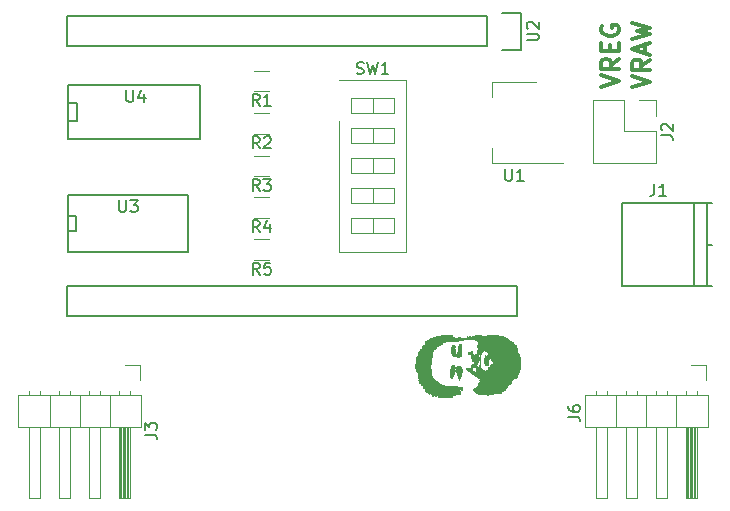
<source format=gto>
G04 #@! TF.FileFunction,Legend,Top*
%FSLAX46Y46*%
G04 Gerber Fmt 4.6, Leading zero omitted, Abs format (unit mm)*
G04 Created by KiCad (PCBNEW 4.0.6) date Thu Jun 20 17:07:18 2019*
%MOMM*%
%LPD*%
G01*
G04 APERTURE LIST*
%ADD10C,0.100000*%
%ADD11C,0.300000*%
%ADD12C,0.150000*%
%ADD13C,0.120000*%
%ADD14C,0.010000*%
G04 APERTURE END LIST*
D10*
D11*
X150378571Y-66678571D02*
X151878571Y-66178571D01*
X150378571Y-65678571D01*
X151878571Y-64321428D02*
X151164286Y-64821428D01*
X151878571Y-65178571D02*
X150378571Y-65178571D01*
X150378571Y-64607143D01*
X150450000Y-64464285D01*
X150521429Y-64392857D01*
X150664286Y-64321428D01*
X150878571Y-64321428D01*
X151021429Y-64392857D01*
X151092857Y-64464285D01*
X151164286Y-64607143D01*
X151164286Y-65178571D01*
X151092857Y-63678571D02*
X151092857Y-63178571D01*
X151878571Y-62964285D02*
X151878571Y-63678571D01*
X150378571Y-63678571D01*
X150378571Y-62964285D01*
X150450000Y-61535714D02*
X150378571Y-61678571D01*
X150378571Y-61892857D01*
X150450000Y-62107142D01*
X150592857Y-62250000D01*
X150735714Y-62321428D01*
X151021429Y-62392857D01*
X151235714Y-62392857D01*
X151521429Y-62321428D01*
X151664286Y-62250000D01*
X151807143Y-62107142D01*
X151878571Y-61892857D01*
X151878571Y-61750000D01*
X151807143Y-61535714D01*
X151735714Y-61464285D01*
X151235714Y-61464285D01*
X151235714Y-61750000D01*
X152978571Y-66750000D02*
X154478571Y-66250000D01*
X152978571Y-65750000D01*
X154478571Y-64392857D02*
X153764286Y-64892857D01*
X154478571Y-65250000D02*
X152978571Y-65250000D01*
X152978571Y-64678572D01*
X153050000Y-64535714D01*
X153121429Y-64464286D01*
X153264286Y-64392857D01*
X153478571Y-64392857D01*
X153621429Y-64464286D01*
X153692857Y-64535714D01*
X153764286Y-64678572D01*
X153764286Y-65250000D01*
X154050000Y-63821429D02*
X154050000Y-63107143D01*
X154478571Y-63964286D02*
X152978571Y-63464286D01*
X154478571Y-62964286D01*
X152978571Y-62607143D02*
X154478571Y-62250000D01*
X153407143Y-61964286D01*
X154478571Y-61678572D01*
X152978571Y-61321429D01*
D12*
X140730000Y-60730000D02*
X105170000Y-60730000D01*
X105170000Y-60730000D02*
X105170000Y-63270000D01*
X105170000Y-63270000D02*
X140730000Y-63270000D01*
X143550000Y-63550000D02*
X142000000Y-63550000D01*
X140730000Y-63270000D02*
X140730000Y-60730000D01*
X142000000Y-60450000D02*
X143550000Y-60450000D01*
X143550000Y-60450000D02*
X143550000Y-63550000D01*
X105170000Y-83590000D02*
X105170000Y-86130000D01*
X143270000Y-83590000D02*
X105170000Y-83590000D01*
X143270000Y-86130000D02*
X143270000Y-83590000D01*
X105170000Y-86130000D02*
X143270000Y-86130000D01*
X159300000Y-80050000D02*
X159700000Y-80050000D01*
X158200000Y-83550000D02*
X158200000Y-76550000D01*
X159300000Y-83550000D02*
X159300000Y-76550000D01*
X152100000Y-83550000D02*
X159700000Y-83550000D01*
X159700000Y-76550000D02*
X152100000Y-76550000D01*
X152100000Y-76550000D02*
X152100000Y-83550000D01*
D13*
X152330000Y-67810000D02*
X149670000Y-67810000D01*
X149670000Y-67810000D02*
X149670000Y-73130000D01*
X149670000Y-73130000D02*
X154990000Y-73130000D01*
X154990000Y-73130000D02*
X154990000Y-70470000D01*
X154990000Y-70470000D02*
X152330000Y-70470000D01*
X152330000Y-70470000D02*
X152330000Y-67810000D01*
X153600000Y-67810000D02*
X154990000Y-67810000D01*
X154990000Y-67810000D02*
X154990000Y-69200000D01*
X111390000Y-92780000D02*
X108730000Y-92780000D01*
X108730000Y-92780000D02*
X108730000Y-95520000D01*
X108730000Y-95520000D02*
X111390000Y-95520000D01*
X111390000Y-95520000D02*
X111390000Y-92780000D01*
X110440000Y-95520000D02*
X109560000Y-95520000D01*
X109560000Y-95520000D02*
X109560000Y-101520000D01*
X109560000Y-101520000D02*
X110440000Y-101520000D01*
X110440000Y-101520000D02*
X110440000Y-95520000D01*
X110440000Y-92470000D02*
X110440000Y-92780000D01*
X109560000Y-92470000D02*
X109560000Y-92780000D01*
X110320000Y-95520000D02*
X110320000Y-101520000D01*
X110200000Y-95520000D02*
X110200000Y-101520000D01*
X110080000Y-95520000D02*
X110080000Y-101520000D01*
X109960000Y-95520000D02*
X109960000Y-101520000D01*
X109840000Y-95520000D02*
X109840000Y-101520000D01*
X109720000Y-95520000D02*
X109720000Y-101520000D01*
X109600000Y-95520000D02*
X109600000Y-101520000D01*
X108730000Y-92780000D02*
X106190000Y-92780000D01*
X106190000Y-92780000D02*
X106190000Y-95520000D01*
X106190000Y-95520000D02*
X108730000Y-95520000D01*
X108730000Y-95520000D02*
X108730000Y-92780000D01*
X107900000Y-95520000D02*
X107020000Y-95520000D01*
X107020000Y-95520000D02*
X107020000Y-101520000D01*
X107020000Y-101520000D02*
X107900000Y-101520000D01*
X107900000Y-101520000D02*
X107900000Y-95520000D01*
X107900000Y-92470000D02*
X107900000Y-92780000D01*
X107020000Y-92470000D02*
X107020000Y-92780000D01*
X106190000Y-92780000D02*
X103650000Y-92780000D01*
X103650000Y-92780000D02*
X103650000Y-95520000D01*
X103650000Y-95520000D02*
X106190000Y-95520000D01*
X106190000Y-95520000D02*
X106190000Y-92780000D01*
X105360000Y-95520000D02*
X104480000Y-95520000D01*
X104480000Y-95520000D02*
X104480000Y-101520000D01*
X104480000Y-101520000D02*
X105360000Y-101520000D01*
X105360000Y-101520000D02*
X105360000Y-95520000D01*
X105360000Y-92470000D02*
X105360000Y-92780000D01*
X104480000Y-92470000D02*
X104480000Y-92780000D01*
X103650000Y-92780000D02*
X100990000Y-92780000D01*
X100990000Y-92780000D02*
X100990000Y-95520000D01*
X100990000Y-95520000D02*
X103650000Y-95520000D01*
X103650000Y-95520000D02*
X103650000Y-92780000D01*
X102820000Y-95520000D02*
X101940000Y-95520000D01*
X101940000Y-95520000D02*
X101940000Y-101520000D01*
X101940000Y-101520000D02*
X102820000Y-101520000D01*
X102820000Y-101520000D02*
X102820000Y-95520000D01*
X102820000Y-92470000D02*
X102820000Y-92780000D01*
X101940000Y-92470000D02*
X101940000Y-92780000D01*
X110000000Y-90230000D02*
X111270000Y-90230000D01*
X111270000Y-90230000D02*
X111270000Y-91500000D01*
X159390000Y-92780000D02*
X156730000Y-92780000D01*
X156730000Y-92780000D02*
X156730000Y-95520000D01*
X156730000Y-95520000D02*
X159390000Y-95520000D01*
X159390000Y-95520000D02*
X159390000Y-92780000D01*
X158440000Y-95520000D02*
X157560000Y-95520000D01*
X157560000Y-95520000D02*
X157560000Y-101520000D01*
X157560000Y-101520000D02*
X158440000Y-101520000D01*
X158440000Y-101520000D02*
X158440000Y-95520000D01*
X158440000Y-92470000D02*
X158440000Y-92780000D01*
X157560000Y-92470000D02*
X157560000Y-92780000D01*
X158320000Y-95520000D02*
X158320000Y-101520000D01*
X158200000Y-95520000D02*
X158200000Y-101520000D01*
X158080000Y-95520000D02*
X158080000Y-101520000D01*
X157960000Y-95520000D02*
X157960000Y-101520000D01*
X157840000Y-95520000D02*
X157840000Y-101520000D01*
X157720000Y-95520000D02*
X157720000Y-101520000D01*
X157600000Y-95520000D02*
X157600000Y-101520000D01*
X156730000Y-92780000D02*
X154190000Y-92780000D01*
X154190000Y-92780000D02*
X154190000Y-95520000D01*
X154190000Y-95520000D02*
X156730000Y-95520000D01*
X156730000Y-95520000D02*
X156730000Y-92780000D01*
X155900000Y-95520000D02*
X155020000Y-95520000D01*
X155020000Y-95520000D02*
X155020000Y-101520000D01*
X155020000Y-101520000D02*
X155900000Y-101520000D01*
X155900000Y-101520000D02*
X155900000Y-95520000D01*
X155900000Y-92470000D02*
X155900000Y-92780000D01*
X155020000Y-92470000D02*
X155020000Y-92780000D01*
X154190000Y-92780000D02*
X151650000Y-92780000D01*
X151650000Y-92780000D02*
X151650000Y-95520000D01*
X151650000Y-95520000D02*
X154190000Y-95520000D01*
X154190000Y-95520000D02*
X154190000Y-92780000D01*
X153360000Y-95520000D02*
X152480000Y-95520000D01*
X152480000Y-95520000D02*
X152480000Y-101520000D01*
X152480000Y-101520000D02*
X153360000Y-101520000D01*
X153360000Y-101520000D02*
X153360000Y-95520000D01*
X153360000Y-92470000D02*
X153360000Y-92780000D01*
X152480000Y-92470000D02*
X152480000Y-92780000D01*
X151650000Y-92780000D02*
X148990000Y-92780000D01*
X148990000Y-92780000D02*
X148990000Y-95520000D01*
X148990000Y-95520000D02*
X151650000Y-95520000D01*
X151650000Y-95520000D02*
X151650000Y-92780000D01*
X150820000Y-95520000D02*
X149940000Y-95520000D01*
X149940000Y-95520000D02*
X149940000Y-101520000D01*
X149940000Y-101520000D02*
X150820000Y-101520000D01*
X150820000Y-101520000D02*
X150820000Y-95520000D01*
X150820000Y-92470000D02*
X150820000Y-92780000D01*
X149940000Y-92470000D02*
X149940000Y-92780000D01*
X158000000Y-90230000D02*
X159270000Y-90230000D01*
X159270000Y-90230000D02*
X159270000Y-91500000D01*
X121000000Y-65320000D02*
X122200000Y-65320000D01*
X122200000Y-67080000D02*
X121000000Y-67080000D01*
X121000000Y-68920000D02*
X122200000Y-68920000D01*
X122200000Y-70680000D02*
X121000000Y-70680000D01*
X121000000Y-72520000D02*
X122200000Y-72520000D01*
X122200000Y-74280000D02*
X121000000Y-74280000D01*
X121000000Y-76020000D02*
X122200000Y-76020000D01*
X122200000Y-77780000D02*
X121000000Y-77780000D01*
X121000000Y-79620000D02*
X122200000Y-79620000D01*
X122200000Y-81380000D02*
X121000000Y-81380000D01*
X128155000Y-66150000D02*
X133845000Y-66150000D01*
X133845000Y-66150000D02*
X133845000Y-80650000D01*
X133845000Y-80650000D02*
X128155000Y-80650000D01*
X128155000Y-80650000D02*
X128155000Y-69590000D01*
X129190000Y-67685000D02*
X129190000Y-68955000D01*
X129190000Y-68955000D02*
X132810000Y-68955000D01*
X132810000Y-68955000D02*
X132810000Y-67685000D01*
X132810000Y-67685000D02*
X129190000Y-67685000D01*
X131000000Y-67685000D02*
X131000000Y-68955000D01*
X129190000Y-70225000D02*
X129190000Y-71495000D01*
X129190000Y-71495000D02*
X132810000Y-71495000D01*
X132810000Y-71495000D02*
X132810000Y-70225000D01*
X132810000Y-70225000D02*
X129190000Y-70225000D01*
X131000000Y-70225000D02*
X131000000Y-71495000D01*
X129190000Y-72765000D02*
X129190000Y-74035000D01*
X129190000Y-74035000D02*
X132810000Y-74035000D01*
X132810000Y-74035000D02*
X132810000Y-72765000D01*
X132810000Y-72765000D02*
X129190000Y-72765000D01*
X131000000Y-72765000D02*
X131000000Y-74035000D01*
X129190000Y-75305000D02*
X129190000Y-76575000D01*
X129190000Y-76575000D02*
X132810000Y-76575000D01*
X132810000Y-76575000D02*
X132810000Y-75305000D01*
X132810000Y-75305000D02*
X129190000Y-75305000D01*
X131000000Y-75305000D02*
X131000000Y-76575000D01*
X129190000Y-77845000D02*
X129190000Y-79115000D01*
X129190000Y-79115000D02*
X132810000Y-79115000D01*
X132810000Y-79115000D02*
X132810000Y-77845000D01*
X132810000Y-77845000D02*
X129190000Y-77845000D01*
X131000000Y-77845000D02*
X131000000Y-79115000D01*
X141090000Y-66290000D02*
X141090000Y-67550000D01*
X141090000Y-73110000D02*
X141090000Y-71850000D01*
X144850000Y-66290000D02*
X141090000Y-66290000D01*
X147100000Y-73110000D02*
X141090000Y-73110000D01*
D12*
X115380000Y-75814000D02*
X115380000Y-80640000D01*
X115380000Y-80640000D02*
X105220000Y-80640000D01*
X105220000Y-80640000D02*
X105220000Y-75814000D01*
X105220000Y-75814000D02*
X115380000Y-75814000D01*
X105220000Y-77592000D02*
X105855000Y-77592000D01*
X105855000Y-77592000D02*
X105855000Y-78862000D01*
X105855000Y-78862000D02*
X105220000Y-78862000D01*
X105212000Y-68038000D02*
X105974000Y-68038000D01*
X105974000Y-68038000D02*
X105974000Y-69562000D01*
X105974000Y-69562000D02*
X105212000Y-69562000D01*
X116388000Y-66514000D02*
X116388000Y-71086000D01*
X116388000Y-71086000D02*
X105212000Y-71086000D01*
X105212000Y-71086000D02*
X105212000Y-66514000D01*
X105212000Y-66514000D02*
X116388000Y-66514000D01*
D14*
G36*
X134610000Y-90530000D02*
X134610000Y-90480000D01*
X134660000Y-90480000D01*
X134660000Y-90530000D01*
X134610000Y-90530000D01*
X134610000Y-90530000D01*
G37*
X134610000Y-90530000D02*
X134610000Y-90480000D01*
X134660000Y-90480000D01*
X134660000Y-90530000D01*
X134610000Y-90530000D01*
G36*
X134610000Y-90480000D02*
X134610000Y-90430000D01*
X134660000Y-90430000D01*
X134660000Y-90480000D01*
X134610000Y-90480000D01*
X134610000Y-90480000D01*
G37*
X134610000Y-90480000D02*
X134610000Y-90430000D01*
X134660000Y-90430000D01*
X134660000Y-90480000D01*
X134610000Y-90480000D01*
G36*
X134610000Y-90430000D02*
X134610000Y-90380000D01*
X134660000Y-90380000D01*
X134660000Y-90430000D01*
X134610000Y-90430000D01*
X134610000Y-90430000D01*
G37*
X134610000Y-90430000D02*
X134610000Y-90380000D01*
X134660000Y-90380000D01*
X134660000Y-90430000D01*
X134610000Y-90430000D01*
G36*
X134610000Y-90380000D02*
X134610000Y-90330000D01*
X134660000Y-90330000D01*
X134660000Y-90380000D01*
X134610000Y-90380000D01*
X134610000Y-90380000D01*
G37*
X134610000Y-90380000D02*
X134610000Y-90330000D01*
X134660000Y-90330000D01*
X134660000Y-90380000D01*
X134610000Y-90380000D01*
G36*
X134610000Y-90280000D02*
X134610000Y-90230000D01*
X134660000Y-90230000D01*
X134660000Y-90280000D01*
X134610000Y-90280000D01*
X134610000Y-90280000D01*
G37*
X134610000Y-90280000D02*
X134610000Y-90230000D01*
X134660000Y-90230000D01*
X134660000Y-90280000D01*
X134610000Y-90280000D01*
G36*
X134610000Y-90230000D02*
X134610000Y-90180000D01*
X134660000Y-90180000D01*
X134660000Y-90230000D01*
X134610000Y-90230000D01*
X134610000Y-90230000D01*
G37*
X134610000Y-90230000D02*
X134610000Y-90180000D01*
X134660000Y-90180000D01*
X134660000Y-90230000D01*
X134610000Y-90230000D01*
G36*
X134610000Y-90180000D02*
X134610000Y-90130000D01*
X134660000Y-90130000D01*
X134660000Y-90180000D01*
X134610000Y-90180000D01*
X134610000Y-90180000D01*
G37*
X134610000Y-90180000D02*
X134610000Y-90130000D01*
X134660000Y-90130000D01*
X134660000Y-90180000D01*
X134610000Y-90180000D01*
G36*
X134660000Y-90580000D02*
X134660000Y-90530000D01*
X134710000Y-90530000D01*
X134710000Y-90580000D01*
X134660000Y-90580000D01*
X134660000Y-90580000D01*
G37*
X134660000Y-90580000D02*
X134660000Y-90530000D01*
X134710000Y-90530000D01*
X134710000Y-90580000D01*
X134660000Y-90580000D01*
G36*
X134660000Y-90530000D02*
X134660000Y-90480000D01*
X134710000Y-90480000D01*
X134710000Y-90530000D01*
X134660000Y-90530000D01*
X134660000Y-90530000D01*
G37*
X134660000Y-90530000D02*
X134660000Y-90480000D01*
X134710000Y-90480000D01*
X134710000Y-90530000D01*
X134660000Y-90530000D01*
G36*
X134660000Y-90480000D02*
X134660000Y-90430000D01*
X134710000Y-90430000D01*
X134710000Y-90480000D01*
X134660000Y-90480000D01*
X134660000Y-90480000D01*
G37*
X134660000Y-90480000D02*
X134660000Y-90430000D01*
X134710000Y-90430000D01*
X134710000Y-90480000D01*
X134660000Y-90480000D01*
G36*
X134660000Y-90430000D02*
X134660000Y-90380000D01*
X134710000Y-90380000D01*
X134710000Y-90430000D01*
X134660000Y-90430000D01*
X134660000Y-90430000D01*
G37*
X134660000Y-90430000D02*
X134660000Y-90380000D01*
X134710000Y-90380000D01*
X134710000Y-90430000D01*
X134660000Y-90430000D01*
G36*
X134660000Y-90380000D02*
X134660000Y-90330000D01*
X134710000Y-90330000D01*
X134710000Y-90380000D01*
X134660000Y-90380000D01*
X134660000Y-90380000D01*
G37*
X134660000Y-90380000D02*
X134660000Y-90330000D01*
X134710000Y-90330000D01*
X134710000Y-90380000D01*
X134660000Y-90380000D01*
G36*
X134660000Y-90330000D02*
X134660000Y-90280000D01*
X134710000Y-90280000D01*
X134710000Y-90330000D01*
X134660000Y-90330000D01*
X134660000Y-90330000D01*
G37*
X134660000Y-90330000D02*
X134660000Y-90280000D01*
X134710000Y-90280000D01*
X134710000Y-90330000D01*
X134660000Y-90330000D01*
G36*
X134660000Y-90280000D02*
X134660000Y-90230000D01*
X134710000Y-90230000D01*
X134710000Y-90280000D01*
X134660000Y-90280000D01*
X134660000Y-90280000D01*
G37*
X134660000Y-90280000D02*
X134660000Y-90230000D01*
X134710000Y-90230000D01*
X134710000Y-90280000D01*
X134660000Y-90280000D01*
G36*
X134660000Y-90230000D02*
X134660000Y-90180000D01*
X134710000Y-90180000D01*
X134710000Y-90230000D01*
X134660000Y-90230000D01*
X134660000Y-90230000D01*
G37*
X134660000Y-90230000D02*
X134660000Y-90180000D01*
X134710000Y-90180000D01*
X134710000Y-90230000D01*
X134660000Y-90230000D01*
G36*
X134660000Y-90180000D02*
X134660000Y-90130000D01*
X134710000Y-90130000D01*
X134710000Y-90180000D01*
X134660000Y-90180000D01*
X134660000Y-90180000D01*
G37*
X134660000Y-90180000D02*
X134660000Y-90130000D01*
X134710000Y-90130000D01*
X134710000Y-90180000D01*
X134660000Y-90180000D01*
G36*
X134660000Y-90130000D02*
X134660000Y-90080000D01*
X134710000Y-90080000D01*
X134710000Y-90130000D01*
X134660000Y-90130000D01*
X134660000Y-90130000D01*
G37*
X134660000Y-90130000D02*
X134660000Y-90080000D01*
X134710000Y-90080000D01*
X134710000Y-90130000D01*
X134660000Y-90130000D01*
G36*
X134660000Y-90080000D02*
X134660000Y-90030000D01*
X134710000Y-90030000D01*
X134710000Y-90080000D01*
X134660000Y-90080000D01*
X134660000Y-90080000D01*
G37*
X134660000Y-90080000D02*
X134660000Y-90030000D01*
X134710000Y-90030000D01*
X134710000Y-90080000D01*
X134660000Y-90080000D01*
G36*
X134660000Y-90030000D02*
X134660000Y-89980000D01*
X134710000Y-89980000D01*
X134710000Y-90030000D01*
X134660000Y-90030000D01*
X134660000Y-90030000D01*
G37*
X134660000Y-90030000D02*
X134660000Y-89980000D01*
X134710000Y-89980000D01*
X134710000Y-90030000D01*
X134660000Y-90030000D01*
G36*
X134660000Y-89980000D02*
X134660000Y-89930000D01*
X134710000Y-89930000D01*
X134710000Y-89980000D01*
X134660000Y-89980000D01*
X134660000Y-89980000D01*
G37*
X134660000Y-89980000D02*
X134660000Y-89930000D01*
X134710000Y-89930000D01*
X134710000Y-89980000D01*
X134660000Y-89980000D01*
G36*
X134660000Y-89930000D02*
X134660000Y-89880000D01*
X134710000Y-89880000D01*
X134710000Y-89930000D01*
X134660000Y-89930000D01*
X134660000Y-89930000D01*
G37*
X134660000Y-89930000D02*
X134660000Y-89880000D01*
X134710000Y-89880000D01*
X134710000Y-89930000D01*
X134660000Y-89930000D01*
G36*
X134710000Y-90780000D02*
X134710000Y-90730000D01*
X134760000Y-90730000D01*
X134760000Y-90780000D01*
X134710000Y-90780000D01*
X134710000Y-90780000D01*
G37*
X134710000Y-90780000D02*
X134710000Y-90730000D01*
X134760000Y-90730000D01*
X134760000Y-90780000D01*
X134710000Y-90780000D01*
G36*
X134710000Y-90730000D02*
X134710000Y-90680000D01*
X134760000Y-90680000D01*
X134760000Y-90730000D01*
X134710000Y-90730000D01*
X134710000Y-90730000D01*
G37*
X134710000Y-90730000D02*
X134710000Y-90680000D01*
X134760000Y-90680000D01*
X134760000Y-90730000D01*
X134710000Y-90730000D01*
G36*
X134710000Y-90680000D02*
X134710000Y-90630000D01*
X134760000Y-90630000D01*
X134760000Y-90680000D01*
X134710000Y-90680000D01*
X134710000Y-90680000D01*
G37*
X134710000Y-90680000D02*
X134710000Y-90630000D01*
X134760000Y-90630000D01*
X134760000Y-90680000D01*
X134710000Y-90680000D01*
G36*
X134710000Y-90630000D02*
X134710000Y-90580000D01*
X134760000Y-90580000D01*
X134760000Y-90630000D01*
X134710000Y-90630000D01*
X134710000Y-90630000D01*
G37*
X134710000Y-90630000D02*
X134710000Y-90580000D01*
X134760000Y-90580000D01*
X134760000Y-90630000D01*
X134710000Y-90630000D01*
G36*
X134710000Y-90580000D02*
X134710000Y-90530000D01*
X134760000Y-90530000D01*
X134760000Y-90580000D01*
X134710000Y-90580000D01*
X134710000Y-90580000D01*
G37*
X134710000Y-90580000D02*
X134710000Y-90530000D01*
X134760000Y-90530000D01*
X134760000Y-90580000D01*
X134710000Y-90580000D01*
G36*
X134710000Y-90530000D02*
X134710000Y-90480000D01*
X134760000Y-90480000D01*
X134760000Y-90530000D01*
X134710000Y-90530000D01*
X134710000Y-90530000D01*
G37*
X134710000Y-90530000D02*
X134710000Y-90480000D01*
X134760000Y-90480000D01*
X134760000Y-90530000D01*
X134710000Y-90530000D01*
G36*
X134710000Y-90480000D02*
X134710000Y-90430000D01*
X134760000Y-90430000D01*
X134760000Y-90480000D01*
X134710000Y-90480000D01*
X134710000Y-90480000D01*
G37*
X134710000Y-90480000D02*
X134710000Y-90430000D01*
X134760000Y-90430000D01*
X134760000Y-90480000D01*
X134710000Y-90480000D01*
G36*
X134710000Y-90430000D02*
X134710000Y-90380000D01*
X134760000Y-90380000D01*
X134760000Y-90430000D01*
X134710000Y-90430000D01*
X134710000Y-90430000D01*
G37*
X134710000Y-90430000D02*
X134710000Y-90380000D01*
X134760000Y-90380000D01*
X134760000Y-90430000D01*
X134710000Y-90430000D01*
G36*
X134710000Y-90380000D02*
X134710000Y-90330000D01*
X134760000Y-90330000D01*
X134760000Y-90380000D01*
X134710000Y-90380000D01*
X134710000Y-90380000D01*
G37*
X134710000Y-90380000D02*
X134710000Y-90330000D01*
X134760000Y-90330000D01*
X134760000Y-90380000D01*
X134710000Y-90380000D01*
G36*
X134710000Y-90330000D02*
X134710000Y-90280000D01*
X134760000Y-90280000D01*
X134760000Y-90330000D01*
X134710000Y-90330000D01*
X134710000Y-90330000D01*
G37*
X134710000Y-90330000D02*
X134710000Y-90280000D01*
X134760000Y-90280000D01*
X134760000Y-90330000D01*
X134710000Y-90330000D01*
G36*
X134710000Y-90280000D02*
X134710000Y-90230000D01*
X134760000Y-90230000D01*
X134760000Y-90280000D01*
X134710000Y-90280000D01*
X134710000Y-90280000D01*
G37*
X134710000Y-90280000D02*
X134710000Y-90230000D01*
X134760000Y-90230000D01*
X134760000Y-90280000D01*
X134710000Y-90280000D01*
G36*
X134710000Y-90230000D02*
X134710000Y-90180000D01*
X134760000Y-90180000D01*
X134760000Y-90230000D01*
X134710000Y-90230000D01*
X134710000Y-90230000D01*
G37*
X134710000Y-90230000D02*
X134710000Y-90180000D01*
X134760000Y-90180000D01*
X134760000Y-90230000D01*
X134710000Y-90230000D01*
G36*
X134710000Y-90180000D02*
X134710000Y-90130000D01*
X134760000Y-90130000D01*
X134760000Y-90180000D01*
X134710000Y-90180000D01*
X134710000Y-90180000D01*
G37*
X134710000Y-90180000D02*
X134710000Y-90130000D01*
X134760000Y-90130000D01*
X134760000Y-90180000D01*
X134710000Y-90180000D01*
G36*
X134710000Y-90130000D02*
X134710000Y-90080000D01*
X134760000Y-90080000D01*
X134760000Y-90130000D01*
X134710000Y-90130000D01*
X134710000Y-90130000D01*
G37*
X134710000Y-90130000D02*
X134710000Y-90080000D01*
X134760000Y-90080000D01*
X134760000Y-90130000D01*
X134710000Y-90130000D01*
G36*
X134710000Y-90080000D02*
X134710000Y-90030000D01*
X134760000Y-90030000D01*
X134760000Y-90080000D01*
X134710000Y-90080000D01*
X134710000Y-90080000D01*
G37*
X134710000Y-90080000D02*
X134710000Y-90030000D01*
X134760000Y-90030000D01*
X134760000Y-90080000D01*
X134710000Y-90080000D01*
G36*
X134710000Y-90030000D02*
X134710000Y-89980000D01*
X134760000Y-89980000D01*
X134760000Y-90030000D01*
X134710000Y-90030000D01*
X134710000Y-90030000D01*
G37*
X134710000Y-90030000D02*
X134710000Y-89980000D01*
X134760000Y-89980000D01*
X134760000Y-90030000D01*
X134710000Y-90030000D01*
G36*
X134710000Y-89980000D02*
X134710000Y-89930000D01*
X134760000Y-89930000D01*
X134760000Y-89980000D01*
X134710000Y-89980000D01*
X134710000Y-89980000D01*
G37*
X134710000Y-89980000D02*
X134710000Y-89930000D01*
X134760000Y-89930000D01*
X134760000Y-89980000D01*
X134710000Y-89980000D01*
G36*
X134710000Y-89930000D02*
X134710000Y-89880000D01*
X134760000Y-89880000D01*
X134760000Y-89930000D01*
X134710000Y-89930000D01*
X134710000Y-89930000D01*
G37*
X134710000Y-89930000D02*
X134710000Y-89880000D01*
X134760000Y-89880000D01*
X134760000Y-89930000D01*
X134710000Y-89930000D01*
G36*
X134710000Y-89880000D02*
X134710000Y-89830000D01*
X134760000Y-89830000D01*
X134760000Y-89880000D01*
X134710000Y-89880000D01*
X134710000Y-89880000D01*
G37*
X134710000Y-89880000D02*
X134710000Y-89830000D01*
X134760000Y-89830000D01*
X134760000Y-89880000D01*
X134710000Y-89880000D01*
G36*
X134710000Y-89830000D02*
X134710000Y-89780000D01*
X134760000Y-89780000D01*
X134760000Y-89830000D01*
X134710000Y-89830000D01*
X134710000Y-89830000D01*
G37*
X134710000Y-89830000D02*
X134710000Y-89780000D01*
X134760000Y-89780000D01*
X134760000Y-89830000D01*
X134710000Y-89830000D01*
G36*
X134710000Y-89780000D02*
X134710000Y-89730000D01*
X134760000Y-89730000D01*
X134760000Y-89780000D01*
X134710000Y-89780000D01*
X134710000Y-89780000D01*
G37*
X134710000Y-89780000D02*
X134710000Y-89730000D01*
X134760000Y-89730000D01*
X134760000Y-89780000D01*
X134710000Y-89780000D01*
G36*
X134710000Y-89630000D02*
X134710000Y-89580000D01*
X134760000Y-89580000D01*
X134760000Y-89630000D01*
X134710000Y-89630000D01*
X134710000Y-89630000D01*
G37*
X134710000Y-89630000D02*
X134710000Y-89580000D01*
X134760000Y-89580000D01*
X134760000Y-89630000D01*
X134710000Y-89630000D01*
G36*
X134710000Y-89580000D02*
X134710000Y-89530000D01*
X134760000Y-89530000D01*
X134760000Y-89580000D01*
X134710000Y-89580000D01*
X134710000Y-89580000D01*
G37*
X134710000Y-89580000D02*
X134710000Y-89530000D01*
X134760000Y-89530000D01*
X134760000Y-89580000D01*
X134710000Y-89580000D01*
G36*
X134760000Y-90830000D02*
X134760000Y-90780000D01*
X134810000Y-90780000D01*
X134810000Y-90830000D01*
X134760000Y-90830000D01*
X134760000Y-90830000D01*
G37*
X134760000Y-90830000D02*
X134760000Y-90780000D01*
X134810000Y-90780000D01*
X134810000Y-90830000D01*
X134760000Y-90830000D01*
G36*
X134760000Y-90780000D02*
X134760000Y-90730000D01*
X134810000Y-90730000D01*
X134810000Y-90780000D01*
X134760000Y-90780000D01*
X134760000Y-90780000D01*
G37*
X134760000Y-90780000D02*
X134760000Y-90730000D01*
X134810000Y-90730000D01*
X134810000Y-90780000D01*
X134760000Y-90780000D01*
G36*
X134760000Y-90730000D02*
X134760000Y-90680000D01*
X134810000Y-90680000D01*
X134810000Y-90730000D01*
X134760000Y-90730000D01*
X134760000Y-90730000D01*
G37*
X134760000Y-90730000D02*
X134760000Y-90680000D01*
X134810000Y-90680000D01*
X134810000Y-90730000D01*
X134760000Y-90730000D01*
G36*
X134760000Y-90680000D02*
X134760000Y-90630000D01*
X134810000Y-90630000D01*
X134810000Y-90680000D01*
X134760000Y-90680000D01*
X134760000Y-90680000D01*
G37*
X134760000Y-90680000D02*
X134760000Y-90630000D01*
X134810000Y-90630000D01*
X134810000Y-90680000D01*
X134760000Y-90680000D01*
G36*
X134760000Y-90630000D02*
X134760000Y-90580000D01*
X134810000Y-90580000D01*
X134810000Y-90630000D01*
X134760000Y-90630000D01*
X134760000Y-90630000D01*
G37*
X134760000Y-90630000D02*
X134760000Y-90580000D01*
X134810000Y-90580000D01*
X134810000Y-90630000D01*
X134760000Y-90630000D01*
G36*
X134760000Y-90580000D02*
X134760000Y-90530000D01*
X134810000Y-90530000D01*
X134810000Y-90580000D01*
X134760000Y-90580000D01*
X134760000Y-90580000D01*
G37*
X134760000Y-90580000D02*
X134760000Y-90530000D01*
X134810000Y-90530000D01*
X134810000Y-90580000D01*
X134760000Y-90580000D01*
G36*
X134760000Y-90530000D02*
X134760000Y-90480000D01*
X134810000Y-90480000D01*
X134810000Y-90530000D01*
X134760000Y-90530000D01*
X134760000Y-90530000D01*
G37*
X134760000Y-90530000D02*
X134760000Y-90480000D01*
X134810000Y-90480000D01*
X134810000Y-90530000D01*
X134760000Y-90530000D01*
G36*
X134760000Y-90480000D02*
X134760000Y-90430000D01*
X134810000Y-90430000D01*
X134810000Y-90480000D01*
X134760000Y-90480000D01*
X134760000Y-90480000D01*
G37*
X134760000Y-90480000D02*
X134760000Y-90430000D01*
X134810000Y-90430000D01*
X134810000Y-90480000D01*
X134760000Y-90480000D01*
G36*
X134760000Y-90430000D02*
X134760000Y-90380000D01*
X134810000Y-90380000D01*
X134810000Y-90430000D01*
X134760000Y-90430000D01*
X134760000Y-90430000D01*
G37*
X134760000Y-90430000D02*
X134760000Y-90380000D01*
X134810000Y-90380000D01*
X134810000Y-90430000D01*
X134760000Y-90430000D01*
G36*
X134760000Y-90380000D02*
X134760000Y-90330000D01*
X134810000Y-90330000D01*
X134810000Y-90380000D01*
X134760000Y-90380000D01*
X134760000Y-90380000D01*
G37*
X134760000Y-90380000D02*
X134760000Y-90330000D01*
X134810000Y-90330000D01*
X134810000Y-90380000D01*
X134760000Y-90380000D01*
G36*
X134760000Y-90330000D02*
X134760000Y-90280000D01*
X134810000Y-90280000D01*
X134810000Y-90330000D01*
X134760000Y-90330000D01*
X134760000Y-90330000D01*
G37*
X134760000Y-90330000D02*
X134760000Y-90280000D01*
X134810000Y-90280000D01*
X134810000Y-90330000D01*
X134760000Y-90330000D01*
G36*
X134760000Y-90280000D02*
X134760000Y-90230000D01*
X134810000Y-90230000D01*
X134810000Y-90280000D01*
X134760000Y-90280000D01*
X134760000Y-90280000D01*
G37*
X134760000Y-90280000D02*
X134760000Y-90230000D01*
X134810000Y-90230000D01*
X134810000Y-90280000D01*
X134760000Y-90280000D01*
G36*
X134760000Y-90230000D02*
X134760000Y-90180000D01*
X134810000Y-90180000D01*
X134810000Y-90230000D01*
X134760000Y-90230000D01*
X134760000Y-90230000D01*
G37*
X134760000Y-90230000D02*
X134760000Y-90180000D01*
X134810000Y-90180000D01*
X134810000Y-90230000D01*
X134760000Y-90230000D01*
G36*
X134760000Y-90180000D02*
X134760000Y-90130000D01*
X134810000Y-90130000D01*
X134810000Y-90180000D01*
X134760000Y-90180000D01*
X134760000Y-90180000D01*
G37*
X134760000Y-90180000D02*
X134760000Y-90130000D01*
X134810000Y-90130000D01*
X134810000Y-90180000D01*
X134760000Y-90180000D01*
G36*
X134760000Y-90130000D02*
X134760000Y-90080000D01*
X134810000Y-90080000D01*
X134810000Y-90130000D01*
X134760000Y-90130000D01*
X134760000Y-90130000D01*
G37*
X134760000Y-90130000D02*
X134760000Y-90080000D01*
X134810000Y-90080000D01*
X134810000Y-90130000D01*
X134760000Y-90130000D01*
G36*
X134760000Y-90080000D02*
X134760000Y-90030000D01*
X134810000Y-90030000D01*
X134810000Y-90080000D01*
X134760000Y-90080000D01*
X134760000Y-90080000D01*
G37*
X134760000Y-90080000D02*
X134760000Y-90030000D01*
X134810000Y-90030000D01*
X134810000Y-90080000D01*
X134760000Y-90080000D01*
G36*
X134760000Y-90030000D02*
X134760000Y-89980000D01*
X134810000Y-89980000D01*
X134810000Y-90030000D01*
X134760000Y-90030000D01*
X134760000Y-90030000D01*
G37*
X134760000Y-90030000D02*
X134760000Y-89980000D01*
X134810000Y-89980000D01*
X134810000Y-90030000D01*
X134760000Y-90030000D01*
G36*
X134760000Y-89930000D02*
X134760000Y-89880000D01*
X134810000Y-89880000D01*
X134810000Y-89930000D01*
X134760000Y-89930000D01*
X134760000Y-89930000D01*
G37*
X134760000Y-89930000D02*
X134760000Y-89880000D01*
X134810000Y-89880000D01*
X134810000Y-89930000D01*
X134760000Y-89930000D01*
G36*
X134760000Y-89880000D02*
X134760000Y-89830000D01*
X134810000Y-89830000D01*
X134810000Y-89880000D01*
X134760000Y-89880000D01*
X134760000Y-89880000D01*
G37*
X134760000Y-89880000D02*
X134760000Y-89830000D01*
X134810000Y-89830000D01*
X134810000Y-89880000D01*
X134760000Y-89880000D01*
G36*
X134760000Y-89830000D02*
X134760000Y-89780000D01*
X134810000Y-89780000D01*
X134810000Y-89830000D01*
X134760000Y-89830000D01*
X134760000Y-89830000D01*
G37*
X134760000Y-89830000D02*
X134760000Y-89780000D01*
X134810000Y-89780000D01*
X134810000Y-89830000D01*
X134760000Y-89830000D01*
G36*
X134760000Y-89780000D02*
X134760000Y-89730000D01*
X134810000Y-89730000D01*
X134810000Y-89780000D01*
X134760000Y-89780000D01*
X134760000Y-89780000D01*
G37*
X134760000Y-89780000D02*
X134760000Y-89730000D01*
X134810000Y-89730000D01*
X134810000Y-89780000D01*
X134760000Y-89780000D01*
G36*
X134760000Y-89630000D02*
X134760000Y-89580000D01*
X134810000Y-89580000D01*
X134810000Y-89630000D01*
X134760000Y-89630000D01*
X134760000Y-89630000D01*
G37*
X134760000Y-89630000D02*
X134760000Y-89580000D01*
X134810000Y-89580000D01*
X134810000Y-89630000D01*
X134760000Y-89630000D01*
G36*
X134760000Y-89580000D02*
X134760000Y-89530000D01*
X134810000Y-89530000D01*
X134810000Y-89580000D01*
X134760000Y-89580000D01*
X134760000Y-89580000D01*
G37*
X134760000Y-89580000D02*
X134760000Y-89530000D01*
X134810000Y-89530000D01*
X134810000Y-89580000D01*
X134760000Y-89580000D01*
G36*
X134760000Y-89530000D02*
X134760000Y-89480000D01*
X134810000Y-89480000D01*
X134810000Y-89530000D01*
X134760000Y-89530000D01*
X134760000Y-89530000D01*
G37*
X134760000Y-89530000D02*
X134760000Y-89480000D01*
X134810000Y-89480000D01*
X134810000Y-89530000D01*
X134760000Y-89530000D01*
G36*
X134810000Y-91330000D02*
X134810000Y-91280000D01*
X134860000Y-91280000D01*
X134860000Y-91330000D01*
X134810000Y-91330000D01*
X134810000Y-91330000D01*
G37*
X134810000Y-91330000D02*
X134810000Y-91280000D01*
X134860000Y-91280000D01*
X134860000Y-91330000D01*
X134810000Y-91330000D01*
G36*
X134810000Y-91280000D02*
X134810000Y-91230000D01*
X134860000Y-91230000D01*
X134860000Y-91280000D01*
X134810000Y-91280000D01*
X134810000Y-91280000D01*
G37*
X134810000Y-91280000D02*
X134810000Y-91230000D01*
X134860000Y-91230000D01*
X134860000Y-91280000D01*
X134810000Y-91280000D01*
G36*
X134810000Y-91030000D02*
X134810000Y-90980000D01*
X134860000Y-90980000D01*
X134860000Y-91030000D01*
X134810000Y-91030000D01*
X134810000Y-91030000D01*
G37*
X134810000Y-91030000D02*
X134810000Y-90980000D01*
X134860000Y-90980000D01*
X134860000Y-91030000D01*
X134810000Y-91030000D01*
G36*
X134810000Y-90980000D02*
X134810000Y-90930000D01*
X134860000Y-90930000D01*
X134860000Y-90980000D01*
X134810000Y-90980000D01*
X134810000Y-90980000D01*
G37*
X134810000Y-90980000D02*
X134810000Y-90930000D01*
X134860000Y-90930000D01*
X134860000Y-90980000D01*
X134810000Y-90980000D01*
G36*
X134810000Y-90930000D02*
X134810000Y-90880000D01*
X134860000Y-90880000D01*
X134860000Y-90930000D01*
X134810000Y-90930000D01*
X134810000Y-90930000D01*
G37*
X134810000Y-90930000D02*
X134810000Y-90880000D01*
X134860000Y-90880000D01*
X134860000Y-90930000D01*
X134810000Y-90930000D01*
G36*
X134810000Y-90830000D02*
X134810000Y-90780000D01*
X134860000Y-90780000D01*
X134860000Y-90830000D01*
X134810000Y-90830000D01*
X134810000Y-90830000D01*
G37*
X134810000Y-90830000D02*
X134810000Y-90780000D01*
X134860000Y-90780000D01*
X134860000Y-90830000D01*
X134810000Y-90830000D01*
G36*
X134810000Y-90780000D02*
X134810000Y-90730000D01*
X134860000Y-90730000D01*
X134860000Y-90780000D01*
X134810000Y-90780000D01*
X134810000Y-90780000D01*
G37*
X134810000Y-90780000D02*
X134810000Y-90730000D01*
X134860000Y-90730000D01*
X134860000Y-90780000D01*
X134810000Y-90780000D01*
G36*
X134810000Y-90730000D02*
X134810000Y-90680000D01*
X134860000Y-90680000D01*
X134860000Y-90730000D01*
X134810000Y-90730000D01*
X134810000Y-90730000D01*
G37*
X134810000Y-90730000D02*
X134810000Y-90680000D01*
X134860000Y-90680000D01*
X134860000Y-90730000D01*
X134810000Y-90730000D01*
G36*
X134810000Y-90680000D02*
X134810000Y-90630000D01*
X134860000Y-90630000D01*
X134860000Y-90680000D01*
X134810000Y-90680000D01*
X134810000Y-90680000D01*
G37*
X134810000Y-90680000D02*
X134810000Y-90630000D01*
X134860000Y-90630000D01*
X134860000Y-90680000D01*
X134810000Y-90680000D01*
G36*
X134810000Y-90630000D02*
X134810000Y-90580000D01*
X134860000Y-90580000D01*
X134860000Y-90630000D01*
X134810000Y-90630000D01*
X134810000Y-90630000D01*
G37*
X134810000Y-90630000D02*
X134810000Y-90580000D01*
X134860000Y-90580000D01*
X134860000Y-90630000D01*
X134810000Y-90630000D01*
G36*
X134810000Y-90580000D02*
X134810000Y-90530000D01*
X134860000Y-90530000D01*
X134860000Y-90580000D01*
X134810000Y-90580000D01*
X134810000Y-90580000D01*
G37*
X134810000Y-90580000D02*
X134810000Y-90530000D01*
X134860000Y-90530000D01*
X134860000Y-90580000D01*
X134810000Y-90580000D01*
G36*
X134810000Y-90530000D02*
X134810000Y-90480000D01*
X134860000Y-90480000D01*
X134860000Y-90530000D01*
X134810000Y-90530000D01*
X134810000Y-90530000D01*
G37*
X134810000Y-90530000D02*
X134810000Y-90480000D01*
X134860000Y-90480000D01*
X134860000Y-90530000D01*
X134810000Y-90530000D01*
G36*
X134810000Y-90480000D02*
X134810000Y-90430000D01*
X134860000Y-90430000D01*
X134860000Y-90480000D01*
X134810000Y-90480000D01*
X134810000Y-90480000D01*
G37*
X134810000Y-90480000D02*
X134810000Y-90430000D01*
X134860000Y-90430000D01*
X134860000Y-90480000D01*
X134810000Y-90480000D01*
G36*
X134810000Y-90430000D02*
X134810000Y-90380000D01*
X134860000Y-90380000D01*
X134860000Y-90430000D01*
X134810000Y-90430000D01*
X134810000Y-90430000D01*
G37*
X134810000Y-90430000D02*
X134810000Y-90380000D01*
X134860000Y-90380000D01*
X134860000Y-90430000D01*
X134810000Y-90430000D01*
G36*
X134810000Y-90380000D02*
X134810000Y-90330000D01*
X134860000Y-90330000D01*
X134860000Y-90380000D01*
X134810000Y-90380000D01*
X134810000Y-90380000D01*
G37*
X134810000Y-90380000D02*
X134810000Y-90330000D01*
X134860000Y-90330000D01*
X134860000Y-90380000D01*
X134810000Y-90380000D01*
G36*
X134810000Y-90330000D02*
X134810000Y-90280000D01*
X134860000Y-90280000D01*
X134860000Y-90330000D01*
X134810000Y-90330000D01*
X134810000Y-90330000D01*
G37*
X134810000Y-90330000D02*
X134810000Y-90280000D01*
X134860000Y-90280000D01*
X134860000Y-90330000D01*
X134810000Y-90330000D01*
G36*
X134810000Y-90280000D02*
X134810000Y-90230000D01*
X134860000Y-90230000D01*
X134860000Y-90280000D01*
X134810000Y-90280000D01*
X134810000Y-90280000D01*
G37*
X134810000Y-90280000D02*
X134810000Y-90230000D01*
X134860000Y-90230000D01*
X134860000Y-90280000D01*
X134810000Y-90280000D01*
G36*
X134810000Y-90230000D02*
X134810000Y-90180000D01*
X134860000Y-90180000D01*
X134860000Y-90230000D01*
X134810000Y-90230000D01*
X134810000Y-90230000D01*
G37*
X134810000Y-90230000D02*
X134810000Y-90180000D01*
X134860000Y-90180000D01*
X134860000Y-90230000D01*
X134810000Y-90230000D01*
G36*
X134810000Y-90180000D02*
X134810000Y-90130000D01*
X134860000Y-90130000D01*
X134860000Y-90180000D01*
X134810000Y-90180000D01*
X134810000Y-90180000D01*
G37*
X134810000Y-90180000D02*
X134810000Y-90130000D01*
X134860000Y-90130000D01*
X134860000Y-90180000D01*
X134810000Y-90180000D01*
G36*
X134810000Y-90130000D02*
X134810000Y-90080000D01*
X134860000Y-90080000D01*
X134860000Y-90130000D01*
X134810000Y-90130000D01*
X134810000Y-90130000D01*
G37*
X134810000Y-90130000D02*
X134810000Y-90080000D01*
X134860000Y-90080000D01*
X134860000Y-90130000D01*
X134810000Y-90130000D01*
G36*
X134810000Y-90080000D02*
X134810000Y-90030000D01*
X134860000Y-90030000D01*
X134860000Y-90080000D01*
X134810000Y-90080000D01*
X134810000Y-90080000D01*
G37*
X134810000Y-90080000D02*
X134810000Y-90030000D01*
X134860000Y-90030000D01*
X134860000Y-90080000D01*
X134810000Y-90080000D01*
G36*
X134810000Y-90030000D02*
X134810000Y-89980000D01*
X134860000Y-89980000D01*
X134860000Y-90030000D01*
X134810000Y-90030000D01*
X134810000Y-90030000D01*
G37*
X134810000Y-90030000D02*
X134810000Y-89980000D01*
X134860000Y-89980000D01*
X134860000Y-90030000D01*
X134810000Y-90030000D01*
G36*
X134810000Y-89980000D02*
X134810000Y-89930000D01*
X134860000Y-89930000D01*
X134860000Y-89980000D01*
X134810000Y-89980000D01*
X134810000Y-89980000D01*
G37*
X134810000Y-89980000D02*
X134810000Y-89930000D01*
X134860000Y-89930000D01*
X134860000Y-89980000D01*
X134810000Y-89980000D01*
G36*
X134810000Y-89930000D02*
X134810000Y-89880000D01*
X134860000Y-89880000D01*
X134860000Y-89930000D01*
X134810000Y-89930000D01*
X134810000Y-89930000D01*
G37*
X134810000Y-89930000D02*
X134810000Y-89880000D01*
X134860000Y-89880000D01*
X134860000Y-89930000D01*
X134810000Y-89930000D01*
G36*
X134810000Y-89880000D02*
X134810000Y-89830000D01*
X134860000Y-89830000D01*
X134860000Y-89880000D01*
X134810000Y-89880000D01*
X134810000Y-89880000D01*
G37*
X134810000Y-89880000D02*
X134810000Y-89830000D01*
X134860000Y-89830000D01*
X134860000Y-89880000D01*
X134810000Y-89880000D01*
G36*
X134810000Y-89830000D02*
X134810000Y-89780000D01*
X134860000Y-89780000D01*
X134860000Y-89830000D01*
X134810000Y-89830000D01*
X134810000Y-89830000D01*
G37*
X134810000Y-89830000D02*
X134810000Y-89780000D01*
X134860000Y-89780000D01*
X134860000Y-89830000D01*
X134810000Y-89830000D01*
G36*
X134810000Y-89780000D02*
X134810000Y-89730000D01*
X134860000Y-89730000D01*
X134860000Y-89780000D01*
X134810000Y-89780000D01*
X134810000Y-89780000D01*
G37*
X134810000Y-89780000D02*
X134810000Y-89730000D01*
X134860000Y-89730000D01*
X134860000Y-89780000D01*
X134810000Y-89780000D01*
G36*
X134810000Y-89730000D02*
X134810000Y-89680000D01*
X134860000Y-89680000D01*
X134860000Y-89730000D01*
X134810000Y-89730000D01*
X134810000Y-89730000D01*
G37*
X134810000Y-89730000D02*
X134810000Y-89680000D01*
X134860000Y-89680000D01*
X134860000Y-89730000D01*
X134810000Y-89730000D01*
G36*
X134810000Y-89680000D02*
X134810000Y-89630000D01*
X134860000Y-89630000D01*
X134860000Y-89680000D01*
X134810000Y-89680000D01*
X134810000Y-89680000D01*
G37*
X134810000Y-89680000D02*
X134810000Y-89630000D01*
X134860000Y-89630000D01*
X134860000Y-89680000D01*
X134810000Y-89680000D01*
G36*
X134810000Y-89580000D02*
X134810000Y-89530000D01*
X134860000Y-89530000D01*
X134860000Y-89580000D01*
X134810000Y-89580000D01*
X134810000Y-89580000D01*
G37*
X134810000Y-89580000D02*
X134810000Y-89530000D01*
X134860000Y-89530000D01*
X134860000Y-89580000D01*
X134810000Y-89580000D01*
G36*
X134810000Y-89530000D02*
X134810000Y-89480000D01*
X134860000Y-89480000D01*
X134860000Y-89530000D01*
X134810000Y-89530000D01*
X134810000Y-89530000D01*
G37*
X134810000Y-89530000D02*
X134810000Y-89480000D01*
X134860000Y-89480000D01*
X134860000Y-89530000D01*
X134810000Y-89530000D01*
G36*
X134810000Y-89480000D02*
X134810000Y-89430000D01*
X134860000Y-89430000D01*
X134860000Y-89480000D01*
X134810000Y-89480000D01*
X134810000Y-89480000D01*
G37*
X134810000Y-89480000D02*
X134810000Y-89430000D01*
X134860000Y-89430000D01*
X134860000Y-89480000D01*
X134810000Y-89480000D01*
G36*
X134810000Y-89430000D02*
X134810000Y-89380000D01*
X134860000Y-89380000D01*
X134860000Y-89430000D01*
X134810000Y-89430000D01*
X134810000Y-89430000D01*
G37*
X134810000Y-89430000D02*
X134810000Y-89380000D01*
X134860000Y-89380000D01*
X134860000Y-89430000D01*
X134810000Y-89430000D01*
G36*
X134810000Y-89380000D02*
X134810000Y-89330000D01*
X134860000Y-89330000D01*
X134860000Y-89380000D01*
X134810000Y-89380000D01*
X134810000Y-89380000D01*
G37*
X134810000Y-89380000D02*
X134810000Y-89330000D01*
X134860000Y-89330000D01*
X134860000Y-89380000D01*
X134810000Y-89380000D01*
G36*
X134860000Y-91530000D02*
X134860000Y-91480000D01*
X134910000Y-91480000D01*
X134910000Y-91530000D01*
X134860000Y-91530000D01*
X134860000Y-91530000D01*
G37*
X134860000Y-91530000D02*
X134860000Y-91480000D01*
X134910000Y-91480000D01*
X134910000Y-91530000D01*
X134860000Y-91530000D01*
G36*
X134860000Y-91380000D02*
X134860000Y-91330000D01*
X134910000Y-91330000D01*
X134910000Y-91380000D01*
X134860000Y-91380000D01*
X134860000Y-91380000D01*
G37*
X134860000Y-91380000D02*
X134860000Y-91330000D01*
X134910000Y-91330000D01*
X134910000Y-91380000D01*
X134860000Y-91380000D01*
G36*
X134860000Y-91330000D02*
X134860000Y-91280000D01*
X134910000Y-91280000D01*
X134910000Y-91330000D01*
X134860000Y-91330000D01*
X134860000Y-91330000D01*
G37*
X134860000Y-91330000D02*
X134860000Y-91280000D01*
X134910000Y-91280000D01*
X134910000Y-91330000D01*
X134860000Y-91330000D01*
G36*
X134860000Y-91280000D02*
X134860000Y-91230000D01*
X134910000Y-91230000D01*
X134910000Y-91280000D01*
X134860000Y-91280000D01*
X134860000Y-91280000D01*
G37*
X134860000Y-91280000D02*
X134860000Y-91230000D01*
X134910000Y-91230000D01*
X134910000Y-91280000D01*
X134860000Y-91280000D01*
G36*
X134860000Y-91230000D02*
X134860000Y-91180000D01*
X134910000Y-91180000D01*
X134910000Y-91230000D01*
X134860000Y-91230000D01*
X134860000Y-91230000D01*
G37*
X134860000Y-91230000D02*
X134860000Y-91180000D01*
X134910000Y-91180000D01*
X134910000Y-91230000D01*
X134860000Y-91230000D01*
G36*
X134860000Y-91130000D02*
X134860000Y-91080000D01*
X134910000Y-91080000D01*
X134910000Y-91130000D01*
X134860000Y-91130000D01*
X134860000Y-91130000D01*
G37*
X134860000Y-91130000D02*
X134860000Y-91080000D01*
X134910000Y-91080000D01*
X134910000Y-91130000D01*
X134860000Y-91130000D01*
G36*
X134860000Y-91080000D02*
X134860000Y-91030000D01*
X134910000Y-91030000D01*
X134910000Y-91080000D01*
X134860000Y-91080000D01*
X134860000Y-91080000D01*
G37*
X134860000Y-91080000D02*
X134860000Y-91030000D01*
X134910000Y-91030000D01*
X134910000Y-91080000D01*
X134860000Y-91080000D01*
G36*
X134860000Y-91030000D02*
X134860000Y-90980000D01*
X134910000Y-90980000D01*
X134910000Y-91030000D01*
X134860000Y-91030000D01*
X134860000Y-91030000D01*
G37*
X134860000Y-91030000D02*
X134860000Y-90980000D01*
X134910000Y-90980000D01*
X134910000Y-91030000D01*
X134860000Y-91030000D01*
G36*
X134860000Y-90980000D02*
X134860000Y-90930000D01*
X134910000Y-90930000D01*
X134910000Y-90980000D01*
X134860000Y-90980000D01*
X134860000Y-90980000D01*
G37*
X134860000Y-90980000D02*
X134860000Y-90930000D01*
X134910000Y-90930000D01*
X134910000Y-90980000D01*
X134860000Y-90980000D01*
G36*
X134860000Y-90930000D02*
X134860000Y-90880000D01*
X134910000Y-90880000D01*
X134910000Y-90930000D01*
X134860000Y-90930000D01*
X134860000Y-90930000D01*
G37*
X134860000Y-90930000D02*
X134860000Y-90880000D01*
X134910000Y-90880000D01*
X134910000Y-90930000D01*
X134860000Y-90930000D01*
G36*
X134860000Y-90880000D02*
X134860000Y-90830000D01*
X134910000Y-90830000D01*
X134910000Y-90880000D01*
X134860000Y-90880000D01*
X134860000Y-90880000D01*
G37*
X134860000Y-90880000D02*
X134860000Y-90830000D01*
X134910000Y-90830000D01*
X134910000Y-90880000D01*
X134860000Y-90880000D01*
G36*
X134860000Y-90830000D02*
X134860000Y-90780000D01*
X134910000Y-90780000D01*
X134910000Y-90830000D01*
X134860000Y-90830000D01*
X134860000Y-90830000D01*
G37*
X134860000Y-90830000D02*
X134860000Y-90780000D01*
X134910000Y-90780000D01*
X134910000Y-90830000D01*
X134860000Y-90830000D01*
G36*
X134860000Y-90780000D02*
X134860000Y-90730000D01*
X134910000Y-90730000D01*
X134910000Y-90780000D01*
X134860000Y-90780000D01*
X134860000Y-90780000D01*
G37*
X134860000Y-90780000D02*
X134860000Y-90730000D01*
X134910000Y-90730000D01*
X134910000Y-90780000D01*
X134860000Y-90780000D01*
G36*
X134860000Y-90730000D02*
X134860000Y-90680000D01*
X134910000Y-90680000D01*
X134910000Y-90730000D01*
X134860000Y-90730000D01*
X134860000Y-90730000D01*
G37*
X134860000Y-90730000D02*
X134860000Y-90680000D01*
X134910000Y-90680000D01*
X134910000Y-90730000D01*
X134860000Y-90730000D01*
G36*
X134860000Y-90680000D02*
X134860000Y-90630000D01*
X134910000Y-90630000D01*
X134910000Y-90680000D01*
X134860000Y-90680000D01*
X134860000Y-90680000D01*
G37*
X134860000Y-90680000D02*
X134860000Y-90630000D01*
X134910000Y-90630000D01*
X134910000Y-90680000D01*
X134860000Y-90680000D01*
G36*
X134860000Y-90630000D02*
X134860000Y-90580000D01*
X134910000Y-90580000D01*
X134910000Y-90630000D01*
X134860000Y-90630000D01*
X134860000Y-90630000D01*
G37*
X134860000Y-90630000D02*
X134860000Y-90580000D01*
X134910000Y-90580000D01*
X134910000Y-90630000D01*
X134860000Y-90630000D01*
G36*
X134860000Y-90580000D02*
X134860000Y-90530000D01*
X134910000Y-90530000D01*
X134910000Y-90580000D01*
X134860000Y-90580000D01*
X134860000Y-90580000D01*
G37*
X134860000Y-90580000D02*
X134860000Y-90530000D01*
X134910000Y-90530000D01*
X134910000Y-90580000D01*
X134860000Y-90580000D01*
G36*
X134860000Y-90530000D02*
X134860000Y-90480000D01*
X134910000Y-90480000D01*
X134910000Y-90530000D01*
X134860000Y-90530000D01*
X134860000Y-90530000D01*
G37*
X134860000Y-90530000D02*
X134860000Y-90480000D01*
X134910000Y-90480000D01*
X134910000Y-90530000D01*
X134860000Y-90530000D01*
G36*
X134860000Y-90480000D02*
X134860000Y-90430000D01*
X134910000Y-90430000D01*
X134910000Y-90480000D01*
X134860000Y-90480000D01*
X134860000Y-90480000D01*
G37*
X134860000Y-90480000D02*
X134860000Y-90430000D01*
X134910000Y-90430000D01*
X134910000Y-90480000D01*
X134860000Y-90480000D01*
G36*
X134860000Y-90430000D02*
X134860000Y-90380000D01*
X134910000Y-90380000D01*
X134910000Y-90430000D01*
X134860000Y-90430000D01*
X134860000Y-90430000D01*
G37*
X134860000Y-90430000D02*
X134860000Y-90380000D01*
X134910000Y-90380000D01*
X134910000Y-90430000D01*
X134860000Y-90430000D01*
G36*
X134860000Y-90380000D02*
X134860000Y-90330000D01*
X134910000Y-90330000D01*
X134910000Y-90380000D01*
X134860000Y-90380000D01*
X134860000Y-90380000D01*
G37*
X134860000Y-90380000D02*
X134860000Y-90330000D01*
X134910000Y-90330000D01*
X134910000Y-90380000D01*
X134860000Y-90380000D01*
G36*
X134860000Y-90330000D02*
X134860000Y-90280000D01*
X134910000Y-90280000D01*
X134910000Y-90330000D01*
X134860000Y-90330000D01*
X134860000Y-90330000D01*
G37*
X134860000Y-90330000D02*
X134860000Y-90280000D01*
X134910000Y-90280000D01*
X134910000Y-90330000D01*
X134860000Y-90330000D01*
G36*
X134860000Y-90280000D02*
X134860000Y-90230000D01*
X134910000Y-90230000D01*
X134910000Y-90280000D01*
X134860000Y-90280000D01*
X134860000Y-90280000D01*
G37*
X134860000Y-90280000D02*
X134860000Y-90230000D01*
X134910000Y-90230000D01*
X134910000Y-90280000D01*
X134860000Y-90280000D01*
G36*
X134860000Y-90230000D02*
X134860000Y-90180000D01*
X134910000Y-90180000D01*
X134910000Y-90230000D01*
X134860000Y-90230000D01*
X134860000Y-90230000D01*
G37*
X134860000Y-90230000D02*
X134860000Y-90180000D01*
X134910000Y-90180000D01*
X134910000Y-90230000D01*
X134860000Y-90230000D01*
G36*
X134860000Y-90180000D02*
X134860000Y-90130000D01*
X134910000Y-90130000D01*
X134910000Y-90180000D01*
X134860000Y-90180000D01*
X134860000Y-90180000D01*
G37*
X134860000Y-90180000D02*
X134860000Y-90130000D01*
X134910000Y-90130000D01*
X134910000Y-90180000D01*
X134860000Y-90180000D01*
G36*
X134860000Y-90130000D02*
X134860000Y-90080000D01*
X134910000Y-90080000D01*
X134910000Y-90130000D01*
X134860000Y-90130000D01*
X134860000Y-90130000D01*
G37*
X134860000Y-90130000D02*
X134860000Y-90080000D01*
X134910000Y-90080000D01*
X134910000Y-90130000D01*
X134860000Y-90130000D01*
G36*
X134860000Y-90080000D02*
X134860000Y-90030000D01*
X134910000Y-90030000D01*
X134910000Y-90080000D01*
X134860000Y-90080000D01*
X134860000Y-90080000D01*
G37*
X134860000Y-90080000D02*
X134860000Y-90030000D01*
X134910000Y-90030000D01*
X134910000Y-90080000D01*
X134860000Y-90080000D01*
G36*
X134860000Y-90030000D02*
X134860000Y-89980000D01*
X134910000Y-89980000D01*
X134910000Y-90030000D01*
X134860000Y-90030000D01*
X134860000Y-90030000D01*
G37*
X134860000Y-90030000D02*
X134860000Y-89980000D01*
X134910000Y-89980000D01*
X134910000Y-90030000D01*
X134860000Y-90030000D01*
G36*
X134860000Y-89980000D02*
X134860000Y-89930000D01*
X134910000Y-89930000D01*
X134910000Y-89980000D01*
X134860000Y-89980000D01*
X134860000Y-89980000D01*
G37*
X134860000Y-89980000D02*
X134860000Y-89930000D01*
X134910000Y-89930000D01*
X134910000Y-89980000D01*
X134860000Y-89980000D01*
G36*
X134860000Y-89930000D02*
X134860000Y-89880000D01*
X134910000Y-89880000D01*
X134910000Y-89930000D01*
X134860000Y-89930000D01*
X134860000Y-89930000D01*
G37*
X134860000Y-89930000D02*
X134860000Y-89880000D01*
X134910000Y-89880000D01*
X134910000Y-89930000D01*
X134860000Y-89930000D01*
G36*
X134860000Y-89880000D02*
X134860000Y-89830000D01*
X134910000Y-89830000D01*
X134910000Y-89880000D01*
X134860000Y-89880000D01*
X134860000Y-89880000D01*
G37*
X134860000Y-89880000D02*
X134860000Y-89830000D01*
X134910000Y-89830000D01*
X134910000Y-89880000D01*
X134860000Y-89880000D01*
G36*
X134860000Y-89830000D02*
X134860000Y-89780000D01*
X134910000Y-89780000D01*
X134910000Y-89830000D01*
X134860000Y-89830000D01*
X134860000Y-89830000D01*
G37*
X134860000Y-89830000D02*
X134860000Y-89780000D01*
X134910000Y-89780000D01*
X134910000Y-89830000D01*
X134860000Y-89830000D01*
G36*
X134860000Y-89780000D02*
X134860000Y-89730000D01*
X134910000Y-89730000D01*
X134910000Y-89780000D01*
X134860000Y-89780000D01*
X134860000Y-89780000D01*
G37*
X134860000Y-89780000D02*
X134860000Y-89730000D01*
X134910000Y-89730000D01*
X134910000Y-89780000D01*
X134860000Y-89780000D01*
G36*
X134860000Y-89730000D02*
X134860000Y-89680000D01*
X134910000Y-89680000D01*
X134910000Y-89730000D01*
X134860000Y-89730000D01*
X134860000Y-89730000D01*
G37*
X134860000Y-89730000D02*
X134860000Y-89680000D01*
X134910000Y-89680000D01*
X134910000Y-89730000D01*
X134860000Y-89730000D01*
G36*
X134860000Y-89680000D02*
X134860000Y-89630000D01*
X134910000Y-89630000D01*
X134910000Y-89680000D01*
X134860000Y-89680000D01*
X134860000Y-89680000D01*
G37*
X134860000Y-89680000D02*
X134860000Y-89630000D01*
X134910000Y-89630000D01*
X134910000Y-89680000D01*
X134860000Y-89680000D01*
G36*
X134860000Y-89630000D02*
X134860000Y-89580000D01*
X134910000Y-89580000D01*
X134910000Y-89630000D01*
X134860000Y-89630000D01*
X134860000Y-89630000D01*
G37*
X134860000Y-89630000D02*
X134860000Y-89580000D01*
X134910000Y-89580000D01*
X134910000Y-89630000D01*
X134860000Y-89630000D01*
G36*
X134860000Y-89580000D02*
X134860000Y-89530000D01*
X134910000Y-89530000D01*
X134910000Y-89580000D01*
X134860000Y-89580000D01*
X134860000Y-89580000D01*
G37*
X134860000Y-89580000D02*
X134860000Y-89530000D01*
X134910000Y-89530000D01*
X134910000Y-89580000D01*
X134860000Y-89580000D01*
G36*
X134860000Y-89530000D02*
X134860000Y-89480000D01*
X134910000Y-89480000D01*
X134910000Y-89530000D01*
X134860000Y-89530000D01*
X134860000Y-89530000D01*
G37*
X134860000Y-89530000D02*
X134860000Y-89480000D01*
X134910000Y-89480000D01*
X134910000Y-89530000D01*
X134860000Y-89530000D01*
G36*
X134860000Y-89480000D02*
X134860000Y-89430000D01*
X134910000Y-89430000D01*
X134910000Y-89480000D01*
X134860000Y-89480000D01*
X134860000Y-89480000D01*
G37*
X134860000Y-89480000D02*
X134860000Y-89430000D01*
X134910000Y-89430000D01*
X134910000Y-89480000D01*
X134860000Y-89480000D01*
G36*
X134860000Y-89430000D02*
X134860000Y-89380000D01*
X134910000Y-89380000D01*
X134910000Y-89430000D01*
X134860000Y-89430000D01*
X134860000Y-89430000D01*
G37*
X134860000Y-89430000D02*
X134860000Y-89380000D01*
X134910000Y-89380000D01*
X134910000Y-89430000D01*
X134860000Y-89430000D01*
G36*
X134860000Y-89380000D02*
X134860000Y-89330000D01*
X134910000Y-89330000D01*
X134910000Y-89380000D01*
X134860000Y-89380000D01*
X134860000Y-89380000D01*
G37*
X134860000Y-89380000D02*
X134860000Y-89330000D01*
X134910000Y-89330000D01*
X134910000Y-89380000D01*
X134860000Y-89380000D01*
G36*
X134860000Y-89330000D02*
X134860000Y-89280000D01*
X134910000Y-89280000D01*
X134910000Y-89330000D01*
X134860000Y-89330000D01*
X134860000Y-89330000D01*
G37*
X134860000Y-89330000D02*
X134860000Y-89280000D01*
X134910000Y-89280000D01*
X134910000Y-89330000D01*
X134860000Y-89330000D01*
G36*
X134860000Y-89280000D02*
X134860000Y-89230000D01*
X134910000Y-89230000D01*
X134910000Y-89280000D01*
X134860000Y-89280000D01*
X134860000Y-89280000D01*
G37*
X134860000Y-89280000D02*
X134860000Y-89230000D01*
X134910000Y-89230000D01*
X134910000Y-89280000D01*
X134860000Y-89280000D01*
G36*
X134860000Y-89230000D02*
X134860000Y-89180000D01*
X134910000Y-89180000D01*
X134910000Y-89230000D01*
X134860000Y-89230000D01*
X134860000Y-89230000D01*
G37*
X134860000Y-89230000D02*
X134860000Y-89180000D01*
X134910000Y-89180000D01*
X134910000Y-89230000D01*
X134860000Y-89230000D01*
G36*
X134860000Y-89180000D02*
X134860000Y-89130000D01*
X134910000Y-89130000D01*
X134910000Y-89180000D01*
X134860000Y-89180000D01*
X134860000Y-89180000D01*
G37*
X134860000Y-89180000D02*
X134860000Y-89130000D01*
X134910000Y-89130000D01*
X134910000Y-89180000D01*
X134860000Y-89180000D01*
G36*
X134910000Y-91780000D02*
X134910000Y-91730000D01*
X134960000Y-91730000D01*
X134960000Y-91780000D01*
X134910000Y-91780000D01*
X134910000Y-91780000D01*
G37*
X134910000Y-91780000D02*
X134910000Y-91730000D01*
X134960000Y-91730000D01*
X134960000Y-91780000D01*
X134910000Y-91780000D01*
G36*
X134910000Y-91730000D02*
X134910000Y-91680000D01*
X134960000Y-91680000D01*
X134960000Y-91730000D01*
X134910000Y-91730000D01*
X134910000Y-91730000D01*
G37*
X134910000Y-91730000D02*
X134910000Y-91680000D01*
X134960000Y-91680000D01*
X134960000Y-91730000D01*
X134910000Y-91730000D01*
G36*
X134910000Y-91680000D02*
X134910000Y-91630000D01*
X134960000Y-91630000D01*
X134960000Y-91680000D01*
X134910000Y-91680000D01*
X134910000Y-91680000D01*
G37*
X134910000Y-91680000D02*
X134910000Y-91630000D01*
X134960000Y-91630000D01*
X134960000Y-91680000D01*
X134910000Y-91680000D01*
G36*
X134910000Y-91580000D02*
X134910000Y-91530000D01*
X134960000Y-91530000D01*
X134960000Y-91580000D01*
X134910000Y-91580000D01*
X134910000Y-91580000D01*
G37*
X134910000Y-91580000D02*
X134910000Y-91530000D01*
X134960000Y-91530000D01*
X134960000Y-91580000D01*
X134910000Y-91580000D01*
G36*
X134910000Y-91530000D02*
X134910000Y-91480000D01*
X134960000Y-91480000D01*
X134960000Y-91530000D01*
X134910000Y-91530000D01*
X134910000Y-91530000D01*
G37*
X134910000Y-91530000D02*
X134910000Y-91480000D01*
X134960000Y-91480000D01*
X134960000Y-91530000D01*
X134910000Y-91530000D01*
G36*
X134910000Y-91380000D02*
X134910000Y-91330000D01*
X134960000Y-91330000D01*
X134960000Y-91380000D01*
X134910000Y-91380000D01*
X134910000Y-91380000D01*
G37*
X134910000Y-91380000D02*
X134910000Y-91330000D01*
X134960000Y-91330000D01*
X134960000Y-91380000D01*
X134910000Y-91380000D01*
G36*
X134910000Y-91330000D02*
X134910000Y-91280000D01*
X134960000Y-91280000D01*
X134960000Y-91330000D01*
X134910000Y-91330000D01*
X134910000Y-91330000D01*
G37*
X134910000Y-91330000D02*
X134910000Y-91280000D01*
X134960000Y-91280000D01*
X134960000Y-91330000D01*
X134910000Y-91330000D01*
G36*
X134910000Y-91280000D02*
X134910000Y-91230000D01*
X134960000Y-91230000D01*
X134960000Y-91280000D01*
X134910000Y-91280000D01*
X134910000Y-91280000D01*
G37*
X134910000Y-91280000D02*
X134910000Y-91230000D01*
X134960000Y-91230000D01*
X134960000Y-91280000D01*
X134910000Y-91280000D01*
G36*
X134910000Y-91230000D02*
X134910000Y-91180000D01*
X134960000Y-91180000D01*
X134960000Y-91230000D01*
X134910000Y-91230000D01*
X134910000Y-91230000D01*
G37*
X134910000Y-91230000D02*
X134910000Y-91180000D01*
X134960000Y-91180000D01*
X134960000Y-91230000D01*
X134910000Y-91230000D01*
G36*
X134910000Y-91180000D02*
X134910000Y-91130000D01*
X134960000Y-91130000D01*
X134960000Y-91180000D01*
X134910000Y-91180000D01*
X134910000Y-91180000D01*
G37*
X134910000Y-91180000D02*
X134910000Y-91130000D01*
X134960000Y-91130000D01*
X134960000Y-91180000D01*
X134910000Y-91180000D01*
G36*
X134910000Y-91130000D02*
X134910000Y-91080000D01*
X134960000Y-91080000D01*
X134960000Y-91130000D01*
X134910000Y-91130000D01*
X134910000Y-91130000D01*
G37*
X134910000Y-91130000D02*
X134910000Y-91080000D01*
X134960000Y-91080000D01*
X134960000Y-91130000D01*
X134910000Y-91130000D01*
G36*
X134910000Y-91080000D02*
X134910000Y-91030000D01*
X134960000Y-91030000D01*
X134960000Y-91080000D01*
X134910000Y-91080000D01*
X134910000Y-91080000D01*
G37*
X134910000Y-91080000D02*
X134910000Y-91030000D01*
X134960000Y-91030000D01*
X134960000Y-91080000D01*
X134910000Y-91080000D01*
G36*
X134910000Y-91030000D02*
X134910000Y-90980000D01*
X134960000Y-90980000D01*
X134960000Y-91030000D01*
X134910000Y-91030000D01*
X134910000Y-91030000D01*
G37*
X134910000Y-91030000D02*
X134910000Y-90980000D01*
X134960000Y-90980000D01*
X134960000Y-91030000D01*
X134910000Y-91030000D01*
G36*
X134910000Y-90980000D02*
X134910000Y-90930000D01*
X134960000Y-90930000D01*
X134960000Y-90980000D01*
X134910000Y-90980000D01*
X134910000Y-90980000D01*
G37*
X134910000Y-90980000D02*
X134910000Y-90930000D01*
X134960000Y-90930000D01*
X134960000Y-90980000D01*
X134910000Y-90980000D01*
G36*
X134910000Y-90930000D02*
X134910000Y-90880000D01*
X134960000Y-90880000D01*
X134960000Y-90930000D01*
X134910000Y-90930000D01*
X134910000Y-90930000D01*
G37*
X134910000Y-90930000D02*
X134910000Y-90880000D01*
X134960000Y-90880000D01*
X134960000Y-90930000D01*
X134910000Y-90930000D01*
G36*
X134910000Y-90880000D02*
X134910000Y-90830000D01*
X134960000Y-90830000D01*
X134960000Y-90880000D01*
X134910000Y-90880000D01*
X134910000Y-90880000D01*
G37*
X134910000Y-90880000D02*
X134910000Y-90830000D01*
X134960000Y-90830000D01*
X134960000Y-90880000D01*
X134910000Y-90880000D01*
G36*
X134910000Y-90830000D02*
X134910000Y-90780000D01*
X134960000Y-90780000D01*
X134960000Y-90830000D01*
X134910000Y-90830000D01*
X134910000Y-90830000D01*
G37*
X134910000Y-90830000D02*
X134910000Y-90780000D01*
X134960000Y-90780000D01*
X134960000Y-90830000D01*
X134910000Y-90830000D01*
G36*
X134910000Y-90780000D02*
X134910000Y-90730000D01*
X134960000Y-90730000D01*
X134960000Y-90780000D01*
X134910000Y-90780000D01*
X134910000Y-90780000D01*
G37*
X134910000Y-90780000D02*
X134910000Y-90730000D01*
X134960000Y-90730000D01*
X134960000Y-90780000D01*
X134910000Y-90780000D01*
G36*
X134910000Y-90730000D02*
X134910000Y-90680000D01*
X134960000Y-90680000D01*
X134960000Y-90730000D01*
X134910000Y-90730000D01*
X134910000Y-90730000D01*
G37*
X134910000Y-90730000D02*
X134910000Y-90680000D01*
X134960000Y-90680000D01*
X134960000Y-90730000D01*
X134910000Y-90730000D01*
G36*
X134910000Y-90680000D02*
X134910000Y-90630000D01*
X134960000Y-90630000D01*
X134960000Y-90680000D01*
X134910000Y-90680000D01*
X134910000Y-90680000D01*
G37*
X134910000Y-90680000D02*
X134910000Y-90630000D01*
X134960000Y-90630000D01*
X134960000Y-90680000D01*
X134910000Y-90680000D01*
G36*
X134910000Y-90630000D02*
X134910000Y-90580000D01*
X134960000Y-90580000D01*
X134960000Y-90630000D01*
X134910000Y-90630000D01*
X134910000Y-90630000D01*
G37*
X134910000Y-90630000D02*
X134910000Y-90580000D01*
X134960000Y-90580000D01*
X134960000Y-90630000D01*
X134910000Y-90630000D01*
G36*
X134910000Y-90580000D02*
X134910000Y-90530000D01*
X134960000Y-90530000D01*
X134960000Y-90580000D01*
X134910000Y-90580000D01*
X134910000Y-90580000D01*
G37*
X134910000Y-90580000D02*
X134910000Y-90530000D01*
X134960000Y-90530000D01*
X134960000Y-90580000D01*
X134910000Y-90580000D01*
G36*
X134910000Y-90530000D02*
X134910000Y-90480000D01*
X134960000Y-90480000D01*
X134960000Y-90530000D01*
X134910000Y-90530000D01*
X134910000Y-90530000D01*
G37*
X134910000Y-90530000D02*
X134910000Y-90480000D01*
X134960000Y-90480000D01*
X134960000Y-90530000D01*
X134910000Y-90530000D01*
G36*
X134910000Y-90480000D02*
X134910000Y-90430000D01*
X134960000Y-90430000D01*
X134960000Y-90480000D01*
X134910000Y-90480000D01*
X134910000Y-90480000D01*
G37*
X134910000Y-90480000D02*
X134910000Y-90430000D01*
X134960000Y-90430000D01*
X134960000Y-90480000D01*
X134910000Y-90480000D01*
G36*
X134910000Y-90430000D02*
X134910000Y-90380000D01*
X134960000Y-90380000D01*
X134960000Y-90430000D01*
X134910000Y-90430000D01*
X134910000Y-90430000D01*
G37*
X134910000Y-90430000D02*
X134910000Y-90380000D01*
X134960000Y-90380000D01*
X134960000Y-90430000D01*
X134910000Y-90430000D01*
G36*
X134910000Y-90380000D02*
X134910000Y-90330000D01*
X134960000Y-90330000D01*
X134960000Y-90380000D01*
X134910000Y-90380000D01*
X134910000Y-90380000D01*
G37*
X134910000Y-90380000D02*
X134910000Y-90330000D01*
X134960000Y-90330000D01*
X134960000Y-90380000D01*
X134910000Y-90380000D01*
G36*
X134910000Y-90330000D02*
X134910000Y-90280000D01*
X134960000Y-90280000D01*
X134960000Y-90330000D01*
X134910000Y-90330000D01*
X134910000Y-90330000D01*
G37*
X134910000Y-90330000D02*
X134910000Y-90280000D01*
X134960000Y-90280000D01*
X134960000Y-90330000D01*
X134910000Y-90330000D01*
G36*
X134910000Y-90280000D02*
X134910000Y-90230000D01*
X134960000Y-90230000D01*
X134960000Y-90280000D01*
X134910000Y-90280000D01*
X134910000Y-90280000D01*
G37*
X134910000Y-90280000D02*
X134910000Y-90230000D01*
X134960000Y-90230000D01*
X134960000Y-90280000D01*
X134910000Y-90280000D01*
G36*
X134910000Y-90230000D02*
X134910000Y-90180000D01*
X134960000Y-90180000D01*
X134960000Y-90230000D01*
X134910000Y-90230000D01*
X134910000Y-90230000D01*
G37*
X134910000Y-90230000D02*
X134910000Y-90180000D01*
X134960000Y-90180000D01*
X134960000Y-90230000D01*
X134910000Y-90230000D01*
G36*
X134910000Y-90180000D02*
X134910000Y-90130000D01*
X134960000Y-90130000D01*
X134960000Y-90180000D01*
X134910000Y-90180000D01*
X134910000Y-90180000D01*
G37*
X134910000Y-90180000D02*
X134910000Y-90130000D01*
X134960000Y-90130000D01*
X134960000Y-90180000D01*
X134910000Y-90180000D01*
G36*
X134910000Y-90130000D02*
X134910000Y-90080000D01*
X134960000Y-90080000D01*
X134960000Y-90130000D01*
X134910000Y-90130000D01*
X134910000Y-90130000D01*
G37*
X134910000Y-90130000D02*
X134910000Y-90080000D01*
X134960000Y-90080000D01*
X134960000Y-90130000D01*
X134910000Y-90130000D01*
G36*
X134910000Y-90080000D02*
X134910000Y-90030000D01*
X134960000Y-90030000D01*
X134960000Y-90080000D01*
X134910000Y-90080000D01*
X134910000Y-90080000D01*
G37*
X134910000Y-90080000D02*
X134910000Y-90030000D01*
X134960000Y-90030000D01*
X134960000Y-90080000D01*
X134910000Y-90080000D01*
G36*
X134910000Y-90030000D02*
X134910000Y-89980000D01*
X134960000Y-89980000D01*
X134960000Y-90030000D01*
X134910000Y-90030000D01*
X134910000Y-90030000D01*
G37*
X134910000Y-90030000D02*
X134910000Y-89980000D01*
X134960000Y-89980000D01*
X134960000Y-90030000D01*
X134910000Y-90030000D01*
G36*
X134910000Y-89980000D02*
X134910000Y-89930000D01*
X134960000Y-89930000D01*
X134960000Y-89980000D01*
X134910000Y-89980000D01*
X134910000Y-89980000D01*
G37*
X134910000Y-89980000D02*
X134910000Y-89930000D01*
X134960000Y-89930000D01*
X134960000Y-89980000D01*
X134910000Y-89980000D01*
G36*
X134910000Y-89930000D02*
X134910000Y-89880000D01*
X134960000Y-89880000D01*
X134960000Y-89930000D01*
X134910000Y-89930000D01*
X134910000Y-89930000D01*
G37*
X134910000Y-89930000D02*
X134910000Y-89880000D01*
X134960000Y-89880000D01*
X134960000Y-89930000D01*
X134910000Y-89930000D01*
G36*
X134910000Y-89880000D02*
X134910000Y-89830000D01*
X134960000Y-89830000D01*
X134960000Y-89880000D01*
X134910000Y-89880000D01*
X134910000Y-89880000D01*
G37*
X134910000Y-89880000D02*
X134910000Y-89830000D01*
X134960000Y-89830000D01*
X134960000Y-89880000D01*
X134910000Y-89880000D01*
G36*
X134910000Y-89830000D02*
X134910000Y-89780000D01*
X134960000Y-89780000D01*
X134960000Y-89830000D01*
X134910000Y-89830000D01*
X134910000Y-89830000D01*
G37*
X134910000Y-89830000D02*
X134910000Y-89780000D01*
X134960000Y-89780000D01*
X134960000Y-89830000D01*
X134910000Y-89830000D01*
G36*
X134910000Y-89780000D02*
X134910000Y-89730000D01*
X134960000Y-89730000D01*
X134960000Y-89780000D01*
X134910000Y-89780000D01*
X134910000Y-89780000D01*
G37*
X134910000Y-89780000D02*
X134910000Y-89730000D01*
X134960000Y-89730000D01*
X134960000Y-89780000D01*
X134910000Y-89780000D01*
G36*
X134910000Y-89730000D02*
X134910000Y-89680000D01*
X134960000Y-89680000D01*
X134960000Y-89730000D01*
X134910000Y-89730000D01*
X134910000Y-89730000D01*
G37*
X134910000Y-89730000D02*
X134910000Y-89680000D01*
X134960000Y-89680000D01*
X134960000Y-89730000D01*
X134910000Y-89730000D01*
G36*
X134910000Y-89680000D02*
X134910000Y-89630000D01*
X134960000Y-89630000D01*
X134960000Y-89680000D01*
X134910000Y-89680000D01*
X134910000Y-89680000D01*
G37*
X134910000Y-89680000D02*
X134910000Y-89630000D01*
X134960000Y-89630000D01*
X134960000Y-89680000D01*
X134910000Y-89680000D01*
G36*
X134910000Y-89630000D02*
X134910000Y-89580000D01*
X134960000Y-89580000D01*
X134960000Y-89630000D01*
X134910000Y-89630000D01*
X134910000Y-89630000D01*
G37*
X134910000Y-89630000D02*
X134910000Y-89580000D01*
X134960000Y-89580000D01*
X134960000Y-89630000D01*
X134910000Y-89630000D01*
G36*
X134910000Y-89580000D02*
X134910000Y-89530000D01*
X134960000Y-89530000D01*
X134960000Y-89580000D01*
X134910000Y-89580000D01*
X134910000Y-89580000D01*
G37*
X134910000Y-89580000D02*
X134910000Y-89530000D01*
X134960000Y-89530000D01*
X134960000Y-89580000D01*
X134910000Y-89580000D01*
G36*
X134910000Y-89530000D02*
X134910000Y-89480000D01*
X134960000Y-89480000D01*
X134960000Y-89530000D01*
X134910000Y-89530000D01*
X134910000Y-89530000D01*
G37*
X134910000Y-89530000D02*
X134910000Y-89480000D01*
X134960000Y-89480000D01*
X134960000Y-89530000D01*
X134910000Y-89530000D01*
G36*
X134910000Y-89480000D02*
X134910000Y-89430000D01*
X134960000Y-89430000D01*
X134960000Y-89480000D01*
X134910000Y-89480000D01*
X134910000Y-89480000D01*
G37*
X134910000Y-89480000D02*
X134910000Y-89430000D01*
X134960000Y-89430000D01*
X134960000Y-89480000D01*
X134910000Y-89480000D01*
G36*
X134910000Y-89430000D02*
X134910000Y-89380000D01*
X134960000Y-89380000D01*
X134960000Y-89430000D01*
X134910000Y-89430000D01*
X134910000Y-89430000D01*
G37*
X134910000Y-89430000D02*
X134910000Y-89380000D01*
X134960000Y-89380000D01*
X134960000Y-89430000D01*
X134910000Y-89430000D01*
G36*
X134910000Y-89380000D02*
X134910000Y-89330000D01*
X134960000Y-89330000D01*
X134960000Y-89380000D01*
X134910000Y-89380000D01*
X134910000Y-89380000D01*
G37*
X134910000Y-89380000D02*
X134910000Y-89330000D01*
X134960000Y-89330000D01*
X134960000Y-89380000D01*
X134910000Y-89380000D01*
G36*
X134910000Y-89330000D02*
X134910000Y-89280000D01*
X134960000Y-89280000D01*
X134960000Y-89330000D01*
X134910000Y-89330000D01*
X134910000Y-89330000D01*
G37*
X134910000Y-89330000D02*
X134910000Y-89280000D01*
X134960000Y-89280000D01*
X134960000Y-89330000D01*
X134910000Y-89330000D01*
G36*
X134910000Y-89280000D02*
X134910000Y-89230000D01*
X134960000Y-89230000D01*
X134960000Y-89280000D01*
X134910000Y-89280000D01*
X134910000Y-89280000D01*
G37*
X134910000Y-89280000D02*
X134910000Y-89230000D01*
X134960000Y-89230000D01*
X134960000Y-89280000D01*
X134910000Y-89280000D01*
G36*
X134910000Y-89230000D02*
X134910000Y-89180000D01*
X134960000Y-89180000D01*
X134960000Y-89230000D01*
X134910000Y-89230000D01*
X134910000Y-89230000D01*
G37*
X134910000Y-89230000D02*
X134910000Y-89180000D01*
X134960000Y-89180000D01*
X134960000Y-89230000D01*
X134910000Y-89230000D01*
G36*
X134910000Y-89180000D02*
X134910000Y-89130000D01*
X134960000Y-89130000D01*
X134960000Y-89180000D01*
X134910000Y-89180000D01*
X134910000Y-89180000D01*
G37*
X134910000Y-89180000D02*
X134910000Y-89130000D01*
X134960000Y-89130000D01*
X134960000Y-89180000D01*
X134910000Y-89180000D01*
G36*
X134960000Y-91780000D02*
X134960000Y-91730000D01*
X135010000Y-91730000D01*
X135010000Y-91780000D01*
X134960000Y-91780000D01*
X134960000Y-91780000D01*
G37*
X134960000Y-91780000D02*
X134960000Y-91730000D01*
X135010000Y-91730000D01*
X135010000Y-91780000D01*
X134960000Y-91780000D01*
G36*
X134960000Y-91730000D02*
X134960000Y-91680000D01*
X135010000Y-91680000D01*
X135010000Y-91730000D01*
X134960000Y-91730000D01*
X134960000Y-91730000D01*
G37*
X134960000Y-91730000D02*
X134960000Y-91680000D01*
X135010000Y-91680000D01*
X135010000Y-91730000D01*
X134960000Y-91730000D01*
G36*
X134960000Y-91680000D02*
X134960000Y-91630000D01*
X135010000Y-91630000D01*
X135010000Y-91680000D01*
X134960000Y-91680000D01*
X134960000Y-91680000D01*
G37*
X134960000Y-91680000D02*
X134960000Y-91630000D01*
X135010000Y-91630000D01*
X135010000Y-91680000D01*
X134960000Y-91680000D01*
G36*
X134960000Y-91630000D02*
X134960000Y-91580000D01*
X135010000Y-91580000D01*
X135010000Y-91630000D01*
X134960000Y-91630000D01*
X134960000Y-91630000D01*
G37*
X134960000Y-91630000D02*
X134960000Y-91580000D01*
X135010000Y-91580000D01*
X135010000Y-91630000D01*
X134960000Y-91630000D01*
G36*
X134960000Y-91580000D02*
X134960000Y-91530000D01*
X135010000Y-91530000D01*
X135010000Y-91580000D01*
X134960000Y-91580000D01*
X134960000Y-91580000D01*
G37*
X134960000Y-91580000D02*
X134960000Y-91530000D01*
X135010000Y-91530000D01*
X135010000Y-91580000D01*
X134960000Y-91580000D01*
G36*
X134960000Y-91530000D02*
X134960000Y-91480000D01*
X135010000Y-91480000D01*
X135010000Y-91530000D01*
X134960000Y-91530000D01*
X134960000Y-91530000D01*
G37*
X134960000Y-91530000D02*
X134960000Y-91480000D01*
X135010000Y-91480000D01*
X135010000Y-91530000D01*
X134960000Y-91530000D01*
G36*
X134960000Y-91480000D02*
X134960000Y-91430000D01*
X135010000Y-91430000D01*
X135010000Y-91480000D01*
X134960000Y-91480000D01*
X134960000Y-91480000D01*
G37*
X134960000Y-91480000D02*
X134960000Y-91430000D01*
X135010000Y-91430000D01*
X135010000Y-91480000D01*
X134960000Y-91480000D01*
G36*
X134960000Y-91430000D02*
X134960000Y-91380000D01*
X135010000Y-91380000D01*
X135010000Y-91430000D01*
X134960000Y-91430000D01*
X134960000Y-91430000D01*
G37*
X134960000Y-91430000D02*
X134960000Y-91380000D01*
X135010000Y-91380000D01*
X135010000Y-91430000D01*
X134960000Y-91430000D01*
G36*
X134960000Y-91380000D02*
X134960000Y-91330000D01*
X135010000Y-91330000D01*
X135010000Y-91380000D01*
X134960000Y-91380000D01*
X134960000Y-91380000D01*
G37*
X134960000Y-91380000D02*
X134960000Y-91330000D01*
X135010000Y-91330000D01*
X135010000Y-91380000D01*
X134960000Y-91380000D01*
G36*
X134960000Y-91330000D02*
X134960000Y-91280000D01*
X135010000Y-91280000D01*
X135010000Y-91330000D01*
X134960000Y-91330000D01*
X134960000Y-91330000D01*
G37*
X134960000Y-91330000D02*
X134960000Y-91280000D01*
X135010000Y-91280000D01*
X135010000Y-91330000D01*
X134960000Y-91330000D01*
G36*
X134960000Y-91280000D02*
X134960000Y-91230000D01*
X135010000Y-91230000D01*
X135010000Y-91280000D01*
X134960000Y-91280000D01*
X134960000Y-91280000D01*
G37*
X134960000Y-91280000D02*
X134960000Y-91230000D01*
X135010000Y-91230000D01*
X135010000Y-91280000D01*
X134960000Y-91280000D01*
G36*
X134960000Y-91230000D02*
X134960000Y-91180000D01*
X135010000Y-91180000D01*
X135010000Y-91230000D01*
X134960000Y-91230000D01*
X134960000Y-91230000D01*
G37*
X134960000Y-91230000D02*
X134960000Y-91180000D01*
X135010000Y-91180000D01*
X135010000Y-91230000D01*
X134960000Y-91230000D01*
G36*
X134960000Y-91180000D02*
X134960000Y-91130000D01*
X135010000Y-91130000D01*
X135010000Y-91180000D01*
X134960000Y-91180000D01*
X134960000Y-91180000D01*
G37*
X134960000Y-91180000D02*
X134960000Y-91130000D01*
X135010000Y-91130000D01*
X135010000Y-91180000D01*
X134960000Y-91180000D01*
G36*
X134960000Y-91130000D02*
X134960000Y-91080000D01*
X135010000Y-91080000D01*
X135010000Y-91130000D01*
X134960000Y-91130000D01*
X134960000Y-91130000D01*
G37*
X134960000Y-91130000D02*
X134960000Y-91080000D01*
X135010000Y-91080000D01*
X135010000Y-91130000D01*
X134960000Y-91130000D01*
G36*
X134960000Y-91080000D02*
X134960000Y-91030000D01*
X135010000Y-91030000D01*
X135010000Y-91080000D01*
X134960000Y-91080000D01*
X134960000Y-91080000D01*
G37*
X134960000Y-91080000D02*
X134960000Y-91030000D01*
X135010000Y-91030000D01*
X135010000Y-91080000D01*
X134960000Y-91080000D01*
G36*
X134960000Y-91030000D02*
X134960000Y-90980000D01*
X135010000Y-90980000D01*
X135010000Y-91030000D01*
X134960000Y-91030000D01*
X134960000Y-91030000D01*
G37*
X134960000Y-91030000D02*
X134960000Y-90980000D01*
X135010000Y-90980000D01*
X135010000Y-91030000D01*
X134960000Y-91030000D01*
G36*
X134960000Y-90980000D02*
X134960000Y-90930000D01*
X135010000Y-90930000D01*
X135010000Y-90980000D01*
X134960000Y-90980000D01*
X134960000Y-90980000D01*
G37*
X134960000Y-90980000D02*
X134960000Y-90930000D01*
X135010000Y-90930000D01*
X135010000Y-90980000D01*
X134960000Y-90980000D01*
G36*
X134960000Y-90930000D02*
X134960000Y-90880000D01*
X135010000Y-90880000D01*
X135010000Y-90930000D01*
X134960000Y-90930000D01*
X134960000Y-90930000D01*
G37*
X134960000Y-90930000D02*
X134960000Y-90880000D01*
X135010000Y-90880000D01*
X135010000Y-90930000D01*
X134960000Y-90930000D01*
G36*
X134960000Y-90880000D02*
X134960000Y-90830000D01*
X135010000Y-90830000D01*
X135010000Y-90880000D01*
X134960000Y-90880000D01*
X134960000Y-90880000D01*
G37*
X134960000Y-90880000D02*
X134960000Y-90830000D01*
X135010000Y-90830000D01*
X135010000Y-90880000D01*
X134960000Y-90880000D01*
G36*
X134960000Y-90830000D02*
X134960000Y-90780000D01*
X135010000Y-90780000D01*
X135010000Y-90830000D01*
X134960000Y-90830000D01*
X134960000Y-90830000D01*
G37*
X134960000Y-90830000D02*
X134960000Y-90780000D01*
X135010000Y-90780000D01*
X135010000Y-90830000D01*
X134960000Y-90830000D01*
G36*
X134960000Y-90780000D02*
X134960000Y-90730000D01*
X135010000Y-90730000D01*
X135010000Y-90780000D01*
X134960000Y-90780000D01*
X134960000Y-90780000D01*
G37*
X134960000Y-90780000D02*
X134960000Y-90730000D01*
X135010000Y-90730000D01*
X135010000Y-90780000D01*
X134960000Y-90780000D01*
G36*
X134960000Y-90730000D02*
X134960000Y-90680000D01*
X135010000Y-90680000D01*
X135010000Y-90730000D01*
X134960000Y-90730000D01*
X134960000Y-90730000D01*
G37*
X134960000Y-90730000D02*
X134960000Y-90680000D01*
X135010000Y-90680000D01*
X135010000Y-90730000D01*
X134960000Y-90730000D01*
G36*
X134960000Y-90680000D02*
X134960000Y-90630000D01*
X135010000Y-90630000D01*
X135010000Y-90680000D01*
X134960000Y-90680000D01*
X134960000Y-90680000D01*
G37*
X134960000Y-90680000D02*
X134960000Y-90630000D01*
X135010000Y-90630000D01*
X135010000Y-90680000D01*
X134960000Y-90680000D01*
G36*
X134960000Y-90630000D02*
X134960000Y-90580000D01*
X135010000Y-90580000D01*
X135010000Y-90630000D01*
X134960000Y-90630000D01*
X134960000Y-90630000D01*
G37*
X134960000Y-90630000D02*
X134960000Y-90580000D01*
X135010000Y-90580000D01*
X135010000Y-90630000D01*
X134960000Y-90630000D01*
G36*
X134960000Y-90580000D02*
X134960000Y-90530000D01*
X135010000Y-90530000D01*
X135010000Y-90580000D01*
X134960000Y-90580000D01*
X134960000Y-90580000D01*
G37*
X134960000Y-90580000D02*
X134960000Y-90530000D01*
X135010000Y-90530000D01*
X135010000Y-90580000D01*
X134960000Y-90580000D01*
G36*
X134960000Y-90530000D02*
X134960000Y-90480000D01*
X135010000Y-90480000D01*
X135010000Y-90530000D01*
X134960000Y-90530000D01*
X134960000Y-90530000D01*
G37*
X134960000Y-90530000D02*
X134960000Y-90480000D01*
X135010000Y-90480000D01*
X135010000Y-90530000D01*
X134960000Y-90530000D01*
G36*
X134960000Y-90480000D02*
X134960000Y-90430000D01*
X135010000Y-90430000D01*
X135010000Y-90480000D01*
X134960000Y-90480000D01*
X134960000Y-90480000D01*
G37*
X134960000Y-90480000D02*
X134960000Y-90430000D01*
X135010000Y-90430000D01*
X135010000Y-90480000D01*
X134960000Y-90480000D01*
G36*
X134960000Y-90430000D02*
X134960000Y-90380000D01*
X135010000Y-90380000D01*
X135010000Y-90430000D01*
X134960000Y-90430000D01*
X134960000Y-90430000D01*
G37*
X134960000Y-90430000D02*
X134960000Y-90380000D01*
X135010000Y-90380000D01*
X135010000Y-90430000D01*
X134960000Y-90430000D01*
G36*
X134960000Y-90380000D02*
X134960000Y-90330000D01*
X135010000Y-90330000D01*
X135010000Y-90380000D01*
X134960000Y-90380000D01*
X134960000Y-90380000D01*
G37*
X134960000Y-90380000D02*
X134960000Y-90330000D01*
X135010000Y-90330000D01*
X135010000Y-90380000D01*
X134960000Y-90380000D01*
G36*
X134960000Y-90330000D02*
X134960000Y-90280000D01*
X135010000Y-90280000D01*
X135010000Y-90330000D01*
X134960000Y-90330000D01*
X134960000Y-90330000D01*
G37*
X134960000Y-90330000D02*
X134960000Y-90280000D01*
X135010000Y-90280000D01*
X135010000Y-90330000D01*
X134960000Y-90330000D01*
G36*
X134960000Y-90280000D02*
X134960000Y-90230000D01*
X135010000Y-90230000D01*
X135010000Y-90280000D01*
X134960000Y-90280000D01*
X134960000Y-90280000D01*
G37*
X134960000Y-90280000D02*
X134960000Y-90230000D01*
X135010000Y-90230000D01*
X135010000Y-90280000D01*
X134960000Y-90280000D01*
G36*
X134960000Y-90230000D02*
X134960000Y-90180000D01*
X135010000Y-90180000D01*
X135010000Y-90230000D01*
X134960000Y-90230000D01*
X134960000Y-90230000D01*
G37*
X134960000Y-90230000D02*
X134960000Y-90180000D01*
X135010000Y-90180000D01*
X135010000Y-90230000D01*
X134960000Y-90230000D01*
G36*
X134960000Y-90180000D02*
X134960000Y-90130000D01*
X135010000Y-90130000D01*
X135010000Y-90180000D01*
X134960000Y-90180000D01*
X134960000Y-90180000D01*
G37*
X134960000Y-90180000D02*
X134960000Y-90130000D01*
X135010000Y-90130000D01*
X135010000Y-90180000D01*
X134960000Y-90180000D01*
G36*
X134960000Y-90130000D02*
X134960000Y-90080000D01*
X135010000Y-90080000D01*
X135010000Y-90130000D01*
X134960000Y-90130000D01*
X134960000Y-90130000D01*
G37*
X134960000Y-90130000D02*
X134960000Y-90080000D01*
X135010000Y-90080000D01*
X135010000Y-90130000D01*
X134960000Y-90130000D01*
G36*
X134960000Y-90080000D02*
X134960000Y-90030000D01*
X135010000Y-90030000D01*
X135010000Y-90080000D01*
X134960000Y-90080000D01*
X134960000Y-90080000D01*
G37*
X134960000Y-90080000D02*
X134960000Y-90030000D01*
X135010000Y-90030000D01*
X135010000Y-90080000D01*
X134960000Y-90080000D01*
G36*
X134960000Y-90030000D02*
X134960000Y-89980000D01*
X135010000Y-89980000D01*
X135010000Y-90030000D01*
X134960000Y-90030000D01*
X134960000Y-90030000D01*
G37*
X134960000Y-90030000D02*
X134960000Y-89980000D01*
X135010000Y-89980000D01*
X135010000Y-90030000D01*
X134960000Y-90030000D01*
G36*
X134960000Y-89980000D02*
X134960000Y-89930000D01*
X135010000Y-89930000D01*
X135010000Y-89980000D01*
X134960000Y-89980000D01*
X134960000Y-89980000D01*
G37*
X134960000Y-89980000D02*
X134960000Y-89930000D01*
X135010000Y-89930000D01*
X135010000Y-89980000D01*
X134960000Y-89980000D01*
G36*
X134960000Y-89930000D02*
X134960000Y-89880000D01*
X135010000Y-89880000D01*
X135010000Y-89930000D01*
X134960000Y-89930000D01*
X134960000Y-89930000D01*
G37*
X134960000Y-89930000D02*
X134960000Y-89880000D01*
X135010000Y-89880000D01*
X135010000Y-89930000D01*
X134960000Y-89930000D01*
G36*
X134960000Y-89880000D02*
X134960000Y-89830000D01*
X135010000Y-89830000D01*
X135010000Y-89880000D01*
X134960000Y-89880000D01*
X134960000Y-89880000D01*
G37*
X134960000Y-89880000D02*
X134960000Y-89830000D01*
X135010000Y-89830000D01*
X135010000Y-89880000D01*
X134960000Y-89880000D01*
G36*
X134960000Y-89830000D02*
X134960000Y-89780000D01*
X135010000Y-89780000D01*
X135010000Y-89830000D01*
X134960000Y-89830000D01*
X134960000Y-89830000D01*
G37*
X134960000Y-89830000D02*
X134960000Y-89780000D01*
X135010000Y-89780000D01*
X135010000Y-89830000D01*
X134960000Y-89830000D01*
G36*
X134960000Y-89780000D02*
X134960000Y-89730000D01*
X135010000Y-89730000D01*
X135010000Y-89780000D01*
X134960000Y-89780000D01*
X134960000Y-89780000D01*
G37*
X134960000Y-89780000D02*
X134960000Y-89730000D01*
X135010000Y-89730000D01*
X135010000Y-89780000D01*
X134960000Y-89780000D01*
G36*
X134960000Y-89730000D02*
X134960000Y-89680000D01*
X135010000Y-89680000D01*
X135010000Y-89730000D01*
X134960000Y-89730000D01*
X134960000Y-89730000D01*
G37*
X134960000Y-89730000D02*
X134960000Y-89680000D01*
X135010000Y-89680000D01*
X135010000Y-89730000D01*
X134960000Y-89730000D01*
G36*
X134960000Y-89680000D02*
X134960000Y-89630000D01*
X135010000Y-89630000D01*
X135010000Y-89680000D01*
X134960000Y-89680000D01*
X134960000Y-89680000D01*
G37*
X134960000Y-89680000D02*
X134960000Y-89630000D01*
X135010000Y-89630000D01*
X135010000Y-89680000D01*
X134960000Y-89680000D01*
G36*
X134960000Y-89630000D02*
X134960000Y-89580000D01*
X135010000Y-89580000D01*
X135010000Y-89630000D01*
X134960000Y-89630000D01*
X134960000Y-89630000D01*
G37*
X134960000Y-89630000D02*
X134960000Y-89580000D01*
X135010000Y-89580000D01*
X135010000Y-89630000D01*
X134960000Y-89630000D01*
G36*
X134960000Y-89580000D02*
X134960000Y-89530000D01*
X135010000Y-89530000D01*
X135010000Y-89580000D01*
X134960000Y-89580000D01*
X134960000Y-89580000D01*
G37*
X134960000Y-89580000D02*
X134960000Y-89530000D01*
X135010000Y-89530000D01*
X135010000Y-89580000D01*
X134960000Y-89580000D01*
G36*
X134960000Y-89530000D02*
X134960000Y-89480000D01*
X135010000Y-89480000D01*
X135010000Y-89530000D01*
X134960000Y-89530000D01*
X134960000Y-89530000D01*
G37*
X134960000Y-89530000D02*
X134960000Y-89480000D01*
X135010000Y-89480000D01*
X135010000Y-89530000D01*
X134960000Y-89530000D01*
G36*
X134960000Y-89480000D02*
X134960000Y-89430000D01*
X135010000Y-89430000D01*
X135010000Y-89480000D01*
X134960000Y-89480000D01*
X134960000Y-89480000D01*
G37*
X134960000Y-89480000D02*
X134960000Y-89430000D01*
X135010000Y-89430000D01*
X135010000Y-89480000D01*
X134960000Y-89480000D01*
G36*
X134960000Y-89430000D02*
X134960000Y-89380000D01*
X135010000Y-89380000D01*
X135010000Y-89430000D01*
X134960000Y-89430000D01*
X134960000Y-89430000D01*
G37*
X134960000Y-89430000D02*
X134960000Y-89380000D01*
X135010000Y-89380000D01*
X135010000Y-89430000D01*
X134960000Y-89430000D01*
G36*
X134960000Y-89380000D02*
X134960000Y-89330000D01*
X135010000Y-89330000D01*
X135010000Y-89380000D01*
X134960000Y-89380000D01*
X134960000Y-89380000D01*
G37*
X134960000Y-89380000D02*
X134960000Y-89330000D01*
X135010000Y-89330000D01*
X135010000Y-89380000D01*
X134960000Y-89380000D01*
G36*
X134960000Y-89330000D02*
X134960000Y-89280000D01*
X135010000Y-89280000D01*
X135010000Y-89330000D01*
X134960000Y-89330000D01*
X134960000Y-89330000D01*
G37*
X134960000Y-89330000D02*
X134960000Y-89280000D01*
X135010000Y-89280000D01*
X135010000Y-89330000D01*
X134960000Y-89330000D01*
G36*
X134960000Y-89280000D02*
X134960000Y-89230000D01*
X135010000Y-89230000D01*
X135010000Y-89280000D01*
X134960000Y-89280000D01*
X134960000Y-89280000D01*
G37*
X134960000Y-89280000D02*
X134960000Y-89230000D01*
X135010000Y-89230000D01*
X135010000Y-89280000D01*
X134960000Y-89280000D01*
G36*
X134960000Y-89230000D02*
X134960000Y-89180000D01*
X135010000Y-89180000D01*
X135010000Y-89230000D01*
X134960000Y-89230000D01*
X134960000Y-89230000D01*
G37*
X134960000Y-89230000D02*
X134960000Y-89180000D01*
X135010000Y-89180000D01*
X135010000Y-89230000D01*
X134960000Y-89230000D01*
G36*
X134960000Y-89180000D02*
X134960000Y-89130000D01*
X135010000Y-89130000D01*
X135010000Y-89180000D01*
X134960000Y-89180000D01*
X134960000Y-89180000D01*
G37*
X134960000Y-89180000D02*
X134960000Y-89130000D01*
X135010000Y-89130000D01*
X135010000Y-89180000D01*
X134960000Y-89180000D01*
G36*
X134960000Y-89130000D02*
X134960000Y-89080000D01*
X135010000Y-89080000D01*
X135010000Y-89130000D01*
X134960000Y-89130000D01*
X134960000Y-89130000D01*
G37*
X134960000Y-89130000D02*
X134960000Y-89080000D01*
X135010000Y-89080000D01*
X135010000Y-89130000D01*
X134960000Y-89130000D01*
G36*
X134960000Y-89080000D02*
X134960000Y-89030000D01*
X135010000Y-89030000D01*
X135010000Y-89080000D01*
X134960000Y-89080000D01*
X134960000Y-89080000D01*
G37*
X134960000Y-89080000D02*
X134960000Y-89030000D01*
X135010000Y-89030000D01*
X135010000Y-89080000D01*
X134960000Y-89080000D01*
G36*
X135010000Y-91780000D02*
X135010000Y-91730000D01*
X135060000Y-91730000D01*
X135060000Y-91780000D01*
X135010000Y-91780000D01*
X135010000Y-91780000D01*
G37*
X135010000Y-91780000D02*
X135010000Y-91730000D01*
X135060000Y-91730000D01*
X135060000Y-91780000D01*
X135010000Y-91780000D01*
G36*
X135010000Y-91730000D02*
X135010000Y-91680000D01*
X135060000Y-91680000D01*
X135060000Y-91730000D01*
X135010000Y-91730000D01*
X135010000Y-91730000D01*
G37*
X135010000Y-91730000D02*
X135010000Y-91680000D01*
X135060000Y-91680000D01*
X135060000Y-91730000D01*
X135010000Y-91730000D01*
G36*
X135010000Y-91680000D02*
X135010000Y-91630000D01*
X135060000Y-91630000D01*
X135060000Y-91680000D01*
X135010000Y-91680000D01*
X135010000Y-91680000D01*
G37*
X135010000Y-91680000D02*
X135010000Y-91630000D01*
X135060000Y-91630000D01*
X135060000Y-91680000D01*
X135010000Y-91680000D01*
G36*
X135010000Y-91630000D02*
X135010000Y-91580000D01*
X135060000Y-91580000D01*
X135060000Y-91630000D01*
X135010000Y-91630000D01*
X135010000Y-91630000D01*
G37*
X135010000Y-91630000D02*
X135010000Y-91580000D01*
X135060000Y-91580000D01*
X135060000Y-91630000D01*
X135010000Y-91630000D01*
G36*
X135010000Y-91580000D02*
X135010000Y-91530000D01*
X135060000Y-91530000D01*
X135060000Y-91580000D01*
X135010000Y-91580000D01*
X135010000Y-91580000D01*
G37*
X135010000Y-91580000D02*
X135010000Y-91530000D01*
X135060000Y-91530000D01*
X135060000Y-91580000D01*
X135010000Y-91580000D01*
G36*
X135010000Y-91530000D02*
X135010000Y-91480000D01*
X135060000Y-91480000D01*
X135060000Y-91530000D01*
X135010000Y-91530000D01*
X135010000Y-91530000D01*
G37*
X135010000Y-91530000D02*
X135010000Y-91480000D01*
X135060000Y-91480000D01*
X135060000Y-91530000D01*
X135010000Y-91530000D01*
G36*
X135010000Y-91480000D02*
X135010000Y-91430000D01*
X135060000Y-91430000D01*
X135060000Y-91480000D01*
X135010000Y-91480000D01*
X135010000Y-91480000D01*
G37*
X135010000Y-91480000D02*
X135010000Y-91430000D01*
X135060000Y-91430000D01*
X135060000Y-91480000D01*
X135010000Y-91480000D01*
G36*
X135010000Y-91430000D02*
X135010000Y-91380000D01*
X135060000Y-91380000D01*
X135060000Y-91430000D01*
X135010000Y-91430000D01*
X135010000Y-91430000D01*
G37*
X135010000Y-91430000D02*
X135010000Y-91380000D01*
X135060000Y-91380000D01*
X135060000Y-91430000D01*
X135010000Y-91430000D01*
G36*
X135010000Y-91380000D02*
X135010000Y-91330000D01*
X135060000Y-91330000D01*
X135060000Y-91380000D01*
X135010000Y-91380000D01*
X135010000Y-91380000D01*
G37*
X135010000Y-91380000D02*
X135010000Y-91330000D01*
X135060000Y-91330000D01*
X135060000Y-91380000D01*
X135010000Y-91380000D01*
G36*
X135010000Y-91330000D02*
X135010000Y-91280000D01*
X135060000Y-91280000D01*
X135060000Y-91330000D01*
X135010000Y-91330000D01*
X135010000Y-91330000D01*
G37*
X135010000Y-91330000D02*
X135010000Y-91280000D01*
X135060000Y-91280000D01*
X135060000Y-91330000D01*
X135010000Y-91330000D01*
G36*
X135010000Y-91280000D02*
X135010000Y-91230000D01*
X135060000Y-91230000D01*
X135060000Y-91280000D01*
X135010000Y-91280000D01*
X135010000Y-91280000D01*
G37*
X135010000Y-91280000D02*
X135010000Y-91230000D01*
X135060000Y-91230000D01*
X135060000Y-91280000D01*
X135010000Y-91280000D01*
G36*
X135010000Y-91230000D02*
X135010000Y-91180000D01*
X135060000Y-91180000D01*
X135060000Y-91230000D01*
X135010000Y-91230000D01*
X135010000Y-91230000D01*
G37*
X135010000Y-91230000D02*
X135010000Y-91180000D01*
X135060000Y-91180000D01*
X135060000Y-91230000D01*
X135010000Y-91230000D01*
G36*
X135010000Y-91180000D02*
X135010000Y-91130000D01*
X135060000Y-91130000D01*
X135060000Y-91180000D01*
X135010000Y-91180000D01*
X135010000Y-91180000D01*
G37*
X135010000Y-91180000D02*
X135010000Y-91130000D01*
X135060000Y-91130000D01*
X135060000Y-91180000D01*
X135010000Y-91180000D01*
G36*
X135010000Y-91130000D02*
X135010000Y-91080000D01*
X135060000Y-91080000D01*
X135060000Y-91130000D01*
X135010000Y-91130000D01*
X135010000Y-91130000D01*
G37*
X135010000Y-91130000D02*
X135010000Y-91080000D01*
X135060000Y-91080000D01*
X135060000Y-91130000D01*
X135010000Y-91130000D01*
G36*
X135010000Y-91080000D02*
X135010000Y-91030000D01*
X135060000Y-91030000D01*
X135060000Y-91080000D01*
X135010000Y-91080000D01*
X135010000Y-91080000D01*
G37*
X135010000Y-91080000D02*
X135010000Y-91030000D01*
X135060000Y-91030000D01*
X135060000Y-91080000D01*
X135010000Y-91080000D01*
G36*
X135010000Y-91030000D02*
X135010000Y-90980000D01*
X135060000Y-90980000D01*
X135060000Y-91030000D01*
X135010000Y-91030000D01*
X135010000Y-91030000D01*
G37*
X135010000Y-91030000D02*
X135010000Y-90980000D01*
X135060000Y-90980000D01*
X135060000Y-91030000D01*
X135010000Y-91030000D01*
G36*
X135010000Y-90980000D02*
X135010000Y-90930000D01*
X135060000Y-90930000D01*
X135060000Y-90980000D01*
X135010000Y-90980000D01*
X135010000Y-90980000D01*
G37*
X135010000Y-90980000D02*
X135010000Y-90930000D01*
X135060000Y-90930000D01*
X135060000Y-90980000D01*
X135010000Y-90980000D01*
G36*
X135010000Y-90930000D02*
X135010000Y-90880000D01*
X135060000Y-90880000D01*
X135060000Y-90930000D01*
X135010000Y-90930000D01*
X135010000Y-90930000D01*
G37*
X135010000Y-90930000D02*
X135010000Y-90880000D01*
X135060000Y-90880000D01*
X135060000Y-90930000D01*
X135010000Y-90930000D01*
G36*
X135010000Y-90880000D02*
X135010000Y-90830000D01*
X135060000Y-90830000D01*
X135060000Y-90880000D01*
X135010000Y-90880000D01*
X135010000Y-90880000D01*
G37*
X135010000Y-90880000D02*
X135010000Y-90830000D01*
X135060000Y-90830000D01*
X135060000Y-90880000D01*
X135010000Y-90880000D01*
G36*
X135010000Y-90830000D02*
X135010000Y-90780000D01*
X135060000Y-90780000D01*
X135060000Y-90830000D01*
X135010000Y-90830000D01*
X135010000Y-90830000D01*
G37*
X135010000Y-90830000D02*
X135010000Y-90780000D01*
X135060000Y-90780000D01*
X135060000Y-90830000D01*
X135010000Y-90830000D01*
G36*
X135010000Y-90780000D02*
X135010000Y-90730000D01*
X135060000Y-90730000D01*
X135060000Y-90780000D01*
X135010000Y-90780000D01*
X135010000Y-90780000D01*
G37*
X135010000Y-90780000D02*
X135010000Y-90730000D01*
X135060000Y-90730000D01*
X135060000Y-90780000D01*
X135010000Y-90780000D01*
G36*
X135010000Y-90730000D02*
X135010000Y-90680000D01*
X135060000Y-90680000D01*
X135060000Y-90730000D01*
X135010000Y-90730000D01*
X135010000Y-90730000D01*
G37*
X135010000Y-90730000D02*
X135010000Y-90680000D01*
X135060000Y-90680000D01*
X135060000Y-90730000D01*
X135010000Y-90730000D01*
G36*
X135010000Y-90680000D02*
X135010000Y-90630000D01*
X135060000Y-90630000D01*
X135060000Y-90680000D01*
X135010000Y-90680000D01*
X135010000Y-90680000D01*
G37*
X135010000Y-90680000D02*
X135010000Y-90630000D01*
X135060000Y-90630000D01*
X135060000Y-90680000D01*
X135010000Y-90680000D01*
G36*
X135010000Y-90630000D02*
X135010000Y-90580000D01*
X135060000Y-90580000D01*
X135060000Y-90630000D01*
X135010000Y-90630000D01*
X135010000Y-90630000D01*
G37*
X135010000Y-90630000D02*
X135010000Y-90580000D01*
X135060000Y-90580000D01*
X135060000Y-90630000D01*
X135010000Y-90630000D01*
G36*
X135010000Y-90580000D02*
X135010000Y-90530000D01*
X135060000Y-90530000D01*
X135060000Y-90580000D01*
X135010000Y-90580000D01*
X135010000Y-90580000D01*
G37*
X135010000Y-90580000D02*
X135010000Y-90530000D01*
X135060000Y-90530000D01*
X135060000Y-90580000D01*
X135010000Y-90580000D01*
G36*
X135010000Y-90530000D02*
X135010000Y-90480000D01*
X135060000Y-90480000D01*
X135060000Y-90530000D01*
X135010000Y-90530000D01*
X135010000Y-90530000D01*
G37*
X135010000Y-90530000D02*
X135010000Y-90480000D01*
X135060000Y-90480000D01*
X135060000Y-90530000D01*
X135010000Y-90530000D01*
G36*
X135010000Y-90480000D02*
X135010000Y-90430000D01*
X135060000Y-90430000D01*
X135060000Y-90480000D01*
X135010000Y-90480000D01*
X135010000Y-90480000D01*
G37*
X135010000Y-90480000D02*
X135010000Y-90430000D01*
X135060000Y-90430000D01*
X135060000Y-90480000D01*
X135010000Y-90480000D01*
G36*
X135010000Y-90430000D02*
X135010000Y-90380000D01*
X135060000Y-90380000D01*
X135060000Y-90430000D01*
X135010000Y-90430000D01*
X135010000Y-90430000D01*
G37*
X135010000Y-90430000D02*
X135010000Y-90380000D01*
X135060000Y-90380000D01*
X135060000Y-90430000D01*
X135010000Y-90430000D01*
G36*
X135010000Y-90380000D02*
X135010000Y-90330000D01*
X135060000Y-90330000D01*
X135060000Y-90380000D01*
X135010000Y-90380000D01*
X135010000Y-90380000D01*
G37*
X135010000Y-90380000D02*
X135010000Y-90330000D01*
X135060000Y-90330000D01*
X135060000Y-90380000D01*
X135010000Y-90380000D01*
G36*
X135010000Y-90330000D02*
X135010000Y-90280000D01*
X135060000Y-90280000D01*
X135060000Y-90330000D01*
X135010000Y-90330000D01*
X135010000Y-90330000D01*
G37*
X135010000Y-90330000D02*
X135010000Y-90280000D01*
X135060000Y-90280000D01*
X135060000Y-90330000D01*
X135010000Y-90330000D01*
G36*
X135010000Y-90280000D02*
X135010000Y-90230000D01*
X135060000Y-90230000D01*
X135060000Y-90280000D01*
X135010000Y-90280000D01*
X135010000Y-90280000D01*
G37*
X135010000Y-90280000D02*
X135010000Y-90230000D01*
X135060000Y-90230000D01*
X135060000Y-90280000D01*
X135010000Y-90280000D01*
G36*
X135010000Y-90230000D02*
X135010000Y-90180000D01*
X135060000Y-90180000D01*
X135060000Y-90230000D01*
X135010000Y-90230000D01*
X135010000Y-90230000D01*
G37*
X135010000Y-90230000D02*
X135010000Y-90180000D01*
X135060000Y-90180000D01*
X135060000Y-90230000D01*
X135010000Y-90230000D01*
G36*
X135010000Y-90180000D02*
X135010000Y-90130000D01*
X135060000Y-90130000D01*
X135060000Y-90180000D01*
X135010000Y-90180000D01*
X135010000Y-90180000D01*
G37*
X135010000Y-90180000D02*
X135010000Y-90130000D01*
X135060000Y-90130000D01*
X135060000Y-90180000D01*
X135010000Y-90180000D01*
G36*
X135010000Y-90130000D02*
X135010000Y-90080000D01*
X135060000Y-90080000D01*
X135060000Y-90130000D01*
X135010000Y-90130000D01*
X135010000Y-90130000D01*
G37*
X135010000Y-90130000D02*
X135010000Y-90080000D01*
X135060000Y-90080000D01*
X135060000Y-90130000D01*
X135010000Y-90130000D01*
G36*
X135010000Y-90080000D02*
X135010000Y-90030000D01*
X135060000Y-90030000D01*
X135060000Y-90080000D01*
X135010000Y-90080000D01*
X135010000Y-90080000D01*
G37*
X135010000Y-90080000D02*
X135010000Y-90030000D01*
X135060000Y-90030000D01*
X135060000Y-90080000D01*
X135010000Y-90080000D01*
G36*
X135010000Y-90030000D02*
X135010000Y-89980000D01*
X135060000Y-89980000D01*
X135060000Y-90030000D01*
X135010000Y-90030000D01*
X135010000Y-90030000D01*
G37*
X135010000Y-90030000D02*
X135010000Y-89980000D01*
X135060000Y-89980000D01*
X135060000Y-90030000D01*
X135010000Y-90030000D01*
G36*
X135010000Y-89980000D02*
X135010000Y-89930000D01*
X135060000Y-89930000D01*
X135060000Y-89980000D01*
X135010000Y-89980000D01*
X135010000Y-89980000D01*
G37*
X135010000Y-89980000D02*
X135010000Y-89930000D01*
X135060000Y-89930000D01*
X135060000Y-89980000D01*
X135010000Y-89980000D01*
G36*
X135010000Y-89930000D02*
X135010000Y-89880000D01*
X135060000Y-89880000D01*
X135060000Y-89930000D01*
X135010000Y-89930000D01*
X135010000Y-89930000D01*
G37*
X135010000Y-89930000D02*
X135010000Y-89880000D01*
X135060000Y-89880000D01*
X135060000Y-89930000D01*
X135010000Y-89930000D01*
G36*
X135010000Y-89880000D02*
X135010000Y-89830000D01*
X135060000Y-89830000D01*
X135060000Y-89880000D01*
X135010000Y-89880000D01*
X135010000Y-89880000D01*
G37*
X135010000Y-89880000D02*
X135010000Y-89830000D01*
X135060000Y-89830000D01*
X135060000Y-89880000D01*
X135010000Y-89880000D01*
G36*
X135010000Y-89830000D02*
X135010000Y-89780000D01*
X135060000Y-89780000D01*
X135060000Y-89830000D01*
X135010000Y-89830000D01*
X135010000Y-89830000D01*
G37*
X135010000Y-89830000D02*
X135010000Y-89780000D01*
X135060000Y-89780000D01*
X135060000Y-89830000D01*
X135010000Y-89830000D01*
G36*
X135010000Y-89780000D02*
X135010000Y-89730000D01*
X135060000Y-89730000D01*
X135060000Y-89780000D01*
X135010000Y-89780000D01*
X135010000Y-89780000D01*
G37*
X135010000Y-89780000D02*
X135010000Y-89730000D01*
X135060000Y-89730000D01*
X135060000Y-89780000D01*
X135010000Y-89780000D01*
G36*
X135010000Y-89730000D02*
X135010000Y-89680000D01*
X135060000Y-89680000D01*
X135060000Y-89730000D01*
X135010000Y-89730000D01*
X135010000Y-89730000D01*
G37*
X135010000Y-89730000D02*
X135010000Y-89680000D01*
X135060000Y-89680000D01*
X135060000Y-89730000D01*
X135010000Y-89730000D01*
G36*
X135010000Y-89680000D02*
X135010000Y-89630000D01*
X135060000Y-89630000D01*
X135060000Y-89680000D01*
X135010000Y-89680000D01*
X135010000Y-89680000D01*
G37*
X135010000Y-89680000D02*
X135010000Y-89630000D01*
X135060000Y-89630000D01*
X135060000Y-89680000D01*
X135010000Y-89680000D01*
G36*
X135010000Y-89630000D02*
X135010000Y-89580000D01*
X135060000Y-89580000D01*
X135060000Y-89630000D01*
X135010000Y-89630000D01*
X135010000Y-89630000D01*
G37*
X135010000Y-89630000D02*
X135010000Y-89580000D01*
X135060000Y-89580000D01*
X135060000Y-89630000D01*
X135010000Y-89630000D01*
G36*
X135010000Y-89580000D02*
X135010000Y-89530000D01*
X135060000Y-89530000D01*
X135060000Y-89580000D01*
X135010000Y-89580000D01*
X135010000Y-89580000D01*
G37*
X135010000Y-89580000D02*
X135010000Y-89530000D01*
X135060000Y-89530000D01*
X135060000Y-89580000D01*
X135010000Y-89580000D01*
G36*
X135010000Y-89530000D02*
X135010000Y-89480000D01*
X135060000Y-89480000D01*
X135060000Y-89530000D01*
X135010000Y-89530000D01*
X135010000Y-89530000D01*
G37*
X135010000Y-89530000D02*
X135010000Y-89480000D01*
X135060000Y-89480000D01*
X135060000Y-89530000D01*
X135010000Y-89530000D01*
G36*
X135010000Y-89480000D02*
X135010000Y-89430000D01*
X135060000Y-89430000D01*
X135060000Y-89480000D01*
X135010000Y-89480000D01*
X135010000Y-89480000D01*
G37*
X135010000Y-89480000D02*
X135010000Y-89430000D01*
X135060000Y-89430000D01*
X135060000Y-89480000D01*
X135010000Y-89480000D01*
G36*
X135010000Y-89430000D02*
X135010000Y-89380000D01*
X135060000Y-89380000D01*
X135060000Y-89430000D01*
X135010000Y-89430000D01*
X135010000Y-89430000D01*
G37*
X135010000Y-89430000D02*
X135010000Y-89380000D01*
X135060000Y-89380000D01*
X135060000Y-89430000D01*
X135010000Y-89430000D01*
G36*
X135010000Y-89380000D02*
X135010000Y-89330000D01*
X135060000Y-89330000D01*
X135060000Y-89380000D01*
X135010000Y-89380000D01*
X135010000Y-89380000D01*
G37*
X135010000Y-89380000D02*
X135010000Y-89330000D01*
X135060000Y-89330000D01*
X135060000Y-89380000D01*
X135010000Y-89380000D01*
G36*
X135010000Y-89330000D02*
X135010000Y-89280000D01*
X135060000Y-89280000D01*
X135060000Y-89330000D01*
X135010000Y-89330000D01*
X135010000Y-89330000D01*
G37*
X135010000Y-89330000D02*
X135010000Y-89280000D01*
X135060000Y-89280000D01*
X135060000Y-89330000D01*
X135010000Y-89330000D01*
G36*
X135010000Y-89280000D02*
X135010000Y-89230000D01*
X135060000Y-89230000D01*
X135060000Y-89280000D01*
X135010000Y-89280000D01*
X135010000Y-89280000D01*
G37*
X135010000Y-89280000D02*
X135010000Y-89230000D01*
X135060000Y-89230000D01*
X135060000Y-89280000D01*
X135010000Y-89280000D01*
G36*
X135010000Y-89230000D02*
X135010000Y-89180000D01*
X135060000Y-89180000D01*
X135060000Y-89230000D01*
X135010000Y-89230000D01*
X135010000Y-89230000D01*
G37*
X135010000Y-89230000D02*
X135010000Y-89180000D01*
X135060000Y-89180000D01*
X135060000Y-89230000D01*
X135010000Y-89230000D01*
G36*
X135010000Y-89180000D02*
X135010000Y-89130000D01*
X135060000Y-89130000D01*
X135060000Y-89180000D01*
X135010000Y-89180000D01*
X135010000Y-89180000D01*
G37*
X135010000Y-89180000D02*
X135010000Y-89130000D01*
X135060000Y-89130000D01*
X135060000Y-89180000D01*
X135010000Y-89180000D01*
G36*
X135010000Y-89130000D02*
X135010000Y-89080000D01*
X135060000Y-89080000D01*
X135060000Y-89130000D01*
X135010000Y-89130000D01*
X135010000Y-89130000D01*
G37*
X135010000Y-89130000D02*
X135010000Y-89080000D01*
X135060000Y-89080000D01*
X135060000Y-89130000D01*
X135010000Y-89130000D01*
G36*
X135010000Y-89080000D02*
X135010000Y-89030000D01*
X135060000Y-89030000D01*
X135060000Y-89080000D01*
X135010000Y-89080000D01*
X135010000Y-89080000D01*
G37*
X135010000Y-89080000D02*
X135010000Y-89030000D01*
X135060000Y-89030000D01*
X135060000Y-89080000D01*
X135010000Y-89080000D01*
G36*
X135010000Y-89030000D02*
X135010000Y-88980000D01*
X135060000Y-88980000D01*
X135060000Y-89030000D01*
X135010000Y-89030000D01*
X135010000Y-89030000D01*
G37*
X135010000Y-89030000D02*
X135010000Y-88980000D01*
X135060000Y-88980000D01*
X135060000Y-89030000D01*
X135010000Y-89030000D01*
G36*
X135010000Y-88980000D02*
X135010000Y-88930000D01*
X135060000Y-88930000D01*
X135060000Y-88980000D01*
X135010000Y-88980000D01*
X135010000Y-88980000D01*
G37*
X135010000Y-88980000D02*
X135010000Y-88930000D01*
X135060000Y-88930000D01*
X135060000Y-88980000D01*
X135010000Y-88980000D01*
G36*
X135060000Y-91780000D02*
X135060000Y-91730000D01*
X135110000Y-91730000D01*
X135110000Y-91780000D01*
X135060000Y-91780000D01*
X135060000Y-91780000D01*
G37*
X135060000Y-91780000D02*
X135060000Y-91730000D01*
X135110000Y-91730000D01*
X135110000Y-91780000D01*
X135060000Y-91780000D01*
G36*
X135060000Y-91730000D02*
X135060000Y-91680000D01*
X135110000Y-91680000D01*
X135110000Y-91730000D01*
X135060000Y-91730000D01*
X135060000Y-91730000D01*
G37*
X135060000Y-91730000D02*
X135060000Y-91680000D01*
X135110000Y-91680000D01*
X135110000Y-91730000D01*
X135060000Y-91730000D01*
G36*
X135060000Y-91680000D02*
X135060000Y-91630000D01*
X135110000Y-91630000D01*
X135110000Y-91680000D01*
X135060000Y-91680000D01*
X135060000Y-91680000D01*
G37*
X135060000Y-91680000D02*
X135060000Y-91630000D01*
X135110000Y-91630000D01*
X135110000Y-91680000D01*
X135060000Y-91680000D01*
G36*
X135060000Y-91630000D02*
X135060000Y-91580000D01*
X135110000Y-91580000D01*
X135110000Y-91630000D01*
X135060000Y-91630000D01*
X135060000Y-91630000D01*
G37*
X135060000Y-91630000D02*
X135060000Y-91580000D01*
X135110000Y-91580000D01*
X135110000Y-91630000D01*
X135060000Y-91630000D01*
G36*
X135060000Y-91580000D02*
X135060000Y-91530000D01*
X135110000Y-91530000D01*
X135110000Y-91580000D01*
X135060000Y-91580000D01*
X135060000Y-91580000D01*
G37*
X135060000Y-91580000D02*
X135060000Y-91530000D01*
X135110000Y-91530000D01*
X135110000Y-91580000D01*
X135060000Y-91580000D01*
G36*
X135060000Y-91530000D02*
X135060000Y-91480000D01*
X135110000Y-91480000D01*
X135110000Y-91530000D01*
X135060000Y-91530000D01*
X135060000Y-91530000D01*
G37*
X135060000Y-91530000D02*
X135060000Y-91480000D01*
X135110000Y-91480000D01*
X135110000Y-91530000D01*
X135060000Y-91530000D01*
G36*
X135060000Y-91480000D02*
X135060000Y-91430000D01*
X135110000Y-91430000D01*
X135110000Y-91480000D01*
X135060000Y-91480000D01*
X135060000Y-91480000D01*
G37*
X135060000Y-91480000D02*
X135060000Y-91430000D01*
X135110000Y-91430000D01*
X135110000Y-91480000D01*
X135060000Y-91480000D01*
G36*
X135060000Y-91430000D02*
X135060000Y-91380000D01*
X135110000Y-91380000D01*
X135110000Y-91430000D01*
X135060000Y-91430000D01*
X135060000Y-91430000D01*
G37*
X135060000Y-91430000D02*
X135060000Y-91380000D01*
X135110000Y-91380000D01*
X135110000Y-91430000D01*
X135060000Y-91430000D01*
G36*
X135060000Y-91380000D02*
X135060000Y-91330000D01*
X135110000Y-91330000D01*
X135110000Y-91380000D01*
X135060000Y-91380000D01*
X135060000Y-91380000D01*
G37*
X135060000Y-91380000D02*
X135060000Y-91330000D01*
X135110000Y-91330000D01*
X135110000Y-91380000D01*
X135060000Y-91380000D01*
G36*
X135060000Y-91330000D02*
X135060000Y-91280000D01*
X135110000Y-91280000D01*
X135110000Y-91330000D01*
X135060000Y-91330000D01*
X135060000Y-91330000D01*
G37*
X135060000Y-91330000D02*
X135060000Y-91280000D01*
X135110000Y-91280000D01*
X135110000Y-91330000D01*
X135060000Y-91330000D01*
G36*
X135060000Y-91280000D02*
X135060000Y-91230000D01*
X135110000Y-91230000D01*
X135110000Y-91280000D01*
X135060000Y-91280000D01*
X135060000Y-91280000D01*
G37*
X135060000Y-91280000D02*
X135060000Y-91230000D01*
X135110000Y-91230000D01*
X135110000Y-91280000D01*
X135060000Y-91280000D01*
G36*
X135060000Y-91230000D02*
X135060000Y-91180000D01*
X135110000Y-91180000D01*
X135110000Y-91230000D01*
X135060000Y-91230000D01*
X135060000Y-91230000D01*
G37*
X135060000Y-91230000D02*
X135060000Y-91180000D01*
X135110000Y-91180000D01*
X135110000Y-91230000D01*
X135060000Y-91230000D01*
G36*
X135060000Y-91180000D02*
X135060000Y-91130000D01*
X135110000Y-91130000D01*
X135110000Y-91180000D01*
X135060000Y-91180000D01*
X135060000Y-91180000D01*
G37*
X135060000Y-91180000D02*
X135060000Y-91130000D01*
X135110000Y-91130000D01*
X135110000Y-91180000D01*
X135060000Y-91180000D01*
G36*
X135060000Y-91130000D02*
X135060000Y-91080000D01*
X135110000Y-91080000D01*
X135110000Y-91130000D01*
X135060000Y-91130000D01*
X135060000Y-91130000D01*
G37*
X135060000Y-91130000D02*
X135060000Y-91080000D01*
X135110000Y-91080000D01*
X135110000Y-91130000D01*
X135060000Y-91130000D01*
G36*
X135060000Y-91080000D02*
X135060000Y-91030000D01*
X135110000Y-91030000D01*
X135110000Y-91080000D01*
X135060000Y-91080000D01*
X135060000Y-91080000D01*
G37*
X135060000Y-91080000D02*
X135060000Y-91030000D01*
X135110000Y-91030000D01*
X135110000Y-91080000D01*
X135060000Y-91080000D01*
G36*
X135060000Y-91030000D02*
X135060000Y-90980000D01*
X135110000Y-90980000D01*
X135110000Y-91030000D01*
X135060000Y-91030000D01*
X135060000Y-91030000D01*
G37*
X135060000Y-91030000D02*
X135060000Y-90980000D01*
X135110000Y-90980000D01*
X135110000Y-91030000D01*
X135060000Y-91030000D01*
G36*
X135060000Y-90980000D02*
X135060000Y-90930000D01*
X135110000Y-90930000D01*
X135110000Y-90980000D01*
X135060000Y-90980000D01*
X135060000Y-90980000D01*
G37*
X135060000Y-90980000D02*
X135060000Y-90930000D01*
X135110000Y-90930000D01*
X135110000Y-90980000D01*
X135060000Y-90980000D01*
G36*
X135060000Y-90930000D02*
X135060000Y-90880000D01*
X135110000Y-90880000D01*
X135110000Y-90930000D01*
X135060000Y-90930000D01*
X135060000Y-90930000D01*
G37*
X135060000Y-90930000D02*
X135060000Y-90880000D01*
X135110000Y-90880000D01*
X135110000Y-90930000D01*
X135060000Y-90930000D01*
G36*
X135060000Y-90880000D02*
X135060000Y-90830000D01*
X135110000Y-90830000D01*
X135110000Y-90880000D01*
X135060000Y-90880000D01*
X135060000Y-90880000D01*
G37*
X135060000Y-90880000D02*
X135060000Y-90830000D01*
X135110000Y-90830000D01*
X135110000Y-90880000D01*
X135060000Y-90880000D01*
G36*
X135060000Y-90830000D02*
X135060000Y-90780000D01*
X135110000Y-90780000D01*
X135110000Y-90830000D01*
X135060000Y-90830000D01*
X135060000Y-90830000D01*
G37*
X135060000Y-90830000D02*
X135060000Y-90780000D01*
X135110000Y-90780000D01*
X135110000Y-90830000D01*
X135060000Y-90830000D01*
G36*
X135060000Y-90780000D02*
X135060000Y-90730000D01*
X135110000Y-90730000D01*
X135110000Y-90780000D01*
X135060000Y-90780000D01*
X135060000Y-90780000D01*
G37*
X135060000Y-90780000D02*
X135060000Y-90730000D01*
X135110000Y-90730000D01*
X135110000Y-90780000D01*
X135060000Y-90780000D01*
G36*
X135060000Y-90730000D02*
X135060000Y-90680000D01*
X135110000Y-90680000D01*
X135110000Y-90730000D01*
X135060000Y-90730000D01*
X135060000Y-90730000D01*
G37*
X135060000Y-90730000D02*
X135060000Y-90680000D01*
X135110000Y-90680000D01*
X135110000Y-90730000D01*
X135060000Y-90730000D01*
G36*
X135060000Y-90680000D02*
X135060000Y-90630000D01*
X135110000Y-90630000D01*
X135110000Y-90680000D01*
X135060000Y-90680000D01*
X135060000Y-90680000D01*
G37*
X135060000Y-90680000D02*
X135060000Y-90630000D01*
X135110000Y-90630000D01*
X135110000Y-90680000D01*
X135060000Y-90680000D01*
G36*
X135060000Y-90630000D02*
X135060000Y-90580000D01*
X135110000Y-90580000D01*
X135110000Y-90630000D01*
X135060000Y-90630000D01*
X135060000Y-90630000D01*
G37*
X135060000Y-90630000D02*
X135060000Y-90580000D01*
X135110000Y-90580000D01*
X135110000Y-90630000D01*
X135060000Y-90630000D01*
G36*
X135060000Y-90580000D02*
X135060000Y-90530000D01*
X135110000Y-90530000D01*
X135110000Y-90580000D01*
X135060000Y-90580000D01*
X135060000Y-90580000D01*
G37*
X135060000Y-90580000D02*
X135060000Y-90530000D01*
X135110000Y-90530000D01*
X135110000Y-90580000D01*
X135060000Y-90580000D01*
G36*
X135060000Y-90530000D02*
X135060000Y-90480000D01*
X135110000Y-90480000D01*
X135110000Y-90530000D01*
X135060000Y-90530000D01*
X135060000Y-90530000D01*
G37*
X135060000Y-90530000D02*
X135060000Y-90480000D01*
X135110000Y-90480000D01*
X135110000Y-90530000D01*
X135060000Y-90530000D01*
G36*
X135060000Y-90480000D02*
X135060000Y-90430000D01*
X135110000Y-90430000D01*
X135110000Y-90480000D01*
X135060000Y-90480000D01*
X135060000Y-90480000D01*
G37*
X135060000Y-90480000D02*
X135060000Y-90430000D01*
X135110000Y-90430000D01*
X135110000Y-90480000D01*
X135060000Y-90480000D01*
G36*
X135060000Y-90430000D02*
X135060000Y-90380000D01*
X135110000Y-90380000D01*
X135110000Y-90430000D01*
X135060000Y-90430000D01*
X135060000Y-90430000D01*
G37*
X135060000Y-90430000D02*
X135060000Y-90380000D01*
X135110000Y-90380000D01*
X135110000Y-90430000D01*
X135060000Y-90430000D01*
G36*
X135060000Y-90380000D02*
X135060000Y-90330000D01*
X135110000Y-90330000D01*
X135110000Y-90380000D01*
X135060000Y-90380000D01*
X135060000Y-90380000D01*
G37*
X135060000Y-90380000D02*
X135060000Y-90330000D01*
X135110000Y-90330000D01*
X135110000Y-90380000D01*
X135060000Y-90380000D01*
G36*
X135060000Y-90330000D02*
X135060000Y-90280000D01*
X135110000Y-90280000D01*
X135110000Y-90330000D01*
X135060000Y-90330000D01*
X135060000Y-90330000D01*
G37*
X135060000Y-90330000D02*
X135060000Y-90280000D01*
X135110000Y-90280000D01*
X135110000Y-90330000D01*
X135060000Y-90330000D01*
G36*
X135060000Y-90280000D02*
X135060000Y-90230000D01*
X135110000Y-90230000D01*
X135110000Y-90280000D01*
X135060000Y-90280000D01*
X135060000Y-90280000D01*
G37*
X135060000Y-90280000D02*
X135060000Y-90230000D01*
X135110000Y-90230000D01*
X135110000Y-90280000D01*
X135060000Y-90280000D01*
G36*
X135060000Y-90230000D02*
X135060000Y-90180000D01*
X135110000Y-90180000D01*
X135110000Y-90230000D01*
X135060000Y-90230000D01*
X135060000Y-90230000D01*
G37*
X135060000Y-90230000D02*
X135060000Y-90180000D01*
X135110000Y-90180000D01*
X135110000Y-90230000D01*
X135060000Y-90230000D01*
G36*
X135060000Y-90180000D02*
X135060000Y-90130000D01*
X135110000Y-90130000D01*
X135110000Y-90180000D01*
X135060000Y-90180000D01*
X135060000Y-90180000D01*
G37*
X135060000Y-90180000D02*
X135060000Y-90130000D01*
X135110000Y-90130000D01*
X135110000Y-90180000D01*
X135060000Y-90180000D01*
G36*
X135060000Y-90130000D02*
X135060000Y-90080000D01*
X135110000Y-90080000D01*
X135110000Y-90130000D01*
X135060000Y-90130000D01*
X135060000Y-90130000D01*
G37*
X135060000Y-90130000D02*
X135060000Y-90080000D01*
X135110000Y-90080000D01*
X135110000Y-90130000D01*
X135060000Y-90130000D01*
G36*
X135060000Y-90080000D02*
X135060000Y-90030000D01*
X135110000Y-90030000D01*
X135110000Y-90080000D01*
X135060000Y-90080000D01*
X135060000Y-90080000D01*
G37*
X135060000Y-90080000D02*
X135060000Y-90030000D01*
X135110000Y-90030000D01*
X135110000Y-90080000D01*
X135060000Y-90080000D01*
G36*
X135060000Y-90030000D02*
X135060000Y-89980000D01*
X135110000Y-89980000D01*
X135110000Y-90030000D01*
X135060000Y-90030000D01*
X135060000Y-90030000D01*
G37*
X135060000Y-90030000D02*
X135060000Y-89980000D01*
X135110000Y-89980000D01*
X135110000Y-90030000D01*
X135060000Y-90030000D01*
G36*
X135060000Y-89980000D02*
X135060000Y-89930000D01*
X135110000Y-89930000D01*
X135110000Y-89980000D01*
X135060000Y-89980000D01*
X135060000Y-89980000D01*
G37*
X135060000Y-89980000D02*
X135060000Y-89930000D01*
X135110000Y-89930000D01*
X135110000Y-89980000D01*
X135060000Y-89980000D01*
G36*
X135060000Y-89930000D02*
X135060000Y-89880000D01*
X135110000Y-89880000D01*
X135110000Y-89930000D01*
X135060000Y-89930000D01*
X135060000Y-89930000D01*
G37*
X135060000Y-89930000D02*
X135060000Y-89880000D01*
X135110000Y-89880000D01*
X135110000Y-89930000D01*
X135060000Y-89930000D01*
G36*
X135060000Y-89880000D02*
X135060000Y-89830000D01*
X135110000Y-89830000D01*
X135110000Y-89880000D01*
X135060000Y-89880000D01*
X135060000Y-89880000D01*
G37*
X135060000Y-89880000D02*
X135060000Y-89830000D01*
X135110000Y-89830000D01*
X135110000Y-89880000D01*
X135060000Y-89880000D01*
G36*
X135060000Y-89830000D02*
X135060000Y-89780000D01*
X135110000Y-89780000D01*
X135110000Y-89830000D01*
X135060000Y-89830000D01*
X135060000Y-89830000D01*
G37*
X135060000Y-89830000D02*
X135060000Y-89780000D01*
X135110000Y-89780000D01*
X135110000Y-89830000D01*
X135060000Y-89830000D01*
G36*
X135060000Y-89780000D02*
X135060000Y-89730000D01*
X135110000Y-89730000D01*
X135110000Y-89780000D01*
X135060000Y-89780000D01*
X135060000Y-89780000D01*
G37*
X135060000Y-89780000D02*
X135060000Y-89730000D01*
X135110000Y-89730000D01*
X135110000Y-89780000D01*
X135060000Y-89780000D01*
G36*
X135060000Y-89730000D02*
X135060000Y-89680000D01*
X135110000Y-89680000D01*
X135110000Y-89730000D01*
X135060000Y-89730000D01*
X135060000Y-89730000D01*
G37*
X135060000Y-89730000D02*
X135060000Y-89680000D01*
X135110000Y-89680000D01*
X135110000Y-89730000D01*
X135060000Y-89730000D01*
G36*
X135060000Y-89680000D02*
X135060000Y-89630000D01*
X135110000Y-89630000D01*
X135110000Y-89680000D01*
X135060000Y-89680000D01*
X135060000Y-89680000D01*
G37*
X135060000Y-89680000D02*
X135060000Y-89630000D01*
X135110000Y-89630000D01*
X135110000Y-89680000D01*
X135060000Y-89680000D01*
G36*
X135060000Y-89630000D02*
X135060000Y-89580000D01*
X135110000Y-89580000D01*
X135110000Y-89630000D01*
X135060000Y-89630000D01*
X135060000Y-89630000D01*
G37*
X135060000Y-89630000D02*
X135060000Y-89580000D01*
X135110000Y-89580000D01*
X135110000Y-89630000D01*
X135060000Y-89630000D01*
G36*
X135060000Y-89580000D02*
X135060000Y-89530000D01*
X135110000Y-89530000D01*
X135110000Y-89580000D01*
X135060000Y-89580000D01*
X135060000Y-89580000D01*
G37*
X135060000Y-89580000D02*
X135060000Y-89530000D01*
X135110000Y-89530000D01*
X135110000Y-89580000D01*
X135060000Y-89580000D01*
G36*
X135060000Y-89530000D02*
X135060000Y-89480000D01*
X135110000Y-89480000D01*
X135110000Y-89530000D01*
X135060000Y-89530000D01*
X135060000Y-89530000D01*
G37*
X135060000Y-89530000D02*
X135060000Y-89480000D01*
X135110000Y-89480000D01*
X135110000Y-89530000D01*
X135060000Y-89530000D01*
G36*
X135060000Y-89480000D02*
X135060000Y-89430000D01*
X135110000Y-89430000D01*
X135110000Y-89480000D01*
X135060000Y-89480000D01*
X135060000Y-89480000D01*
G37*
X135060000Y-89480000D02*
X135060000Y-89430000D01*
X135110000Y-89430000D01*
X135110000Y-89480000D01*
X135060000Y-89480000D01*
G36*
X135060000Y-89430000D02*
X135060000Y-89380000D01*
X135110000Y-89380000D01*
X135110000Y-89430000D01*
X135060000Y-89430000D01*
X135060000Y-89430000D01*
G37*
X135060000Y-89430000D02*
X135060000Y-89380000D01*
X135110000Y-89380000D01*
X135110000Y-89430000D01*
X135060000Y-89430000D01*
G36*
X135060000Y-89380000D02*
X135060000Y-89330000D01*
X135110000Y-89330000D01*
X135110000Y-89380000D01*
X135060000Y-89380000D01*
X135060000Y-89380000D01*
G37*
X135060000Y-89380000D02*
X135060000Y-89330000D01*
X135110000Y-89330000D01*
X135110000Y-89380000D01*
X135060000Y-89380000D01*
G36*
X135060000Y-89330000D02*
X135060000Y-89280000D01*
X135110000Y-89280000D01*
X135110000Y-89330000D01*
X135060000Y-89330000D01*
X135060000Y-89330000D01*
G37*
X135060000Y-89330000D02*
X135060000Y-89280000D01*
X135110000Y-89280000D01*
X135110000Y-89330000D01*
X135060000Y-89330000D01*
G36*
X135060000Y-89280000D02*
X135060000Y-89230000D01*
X135110000Y-89230000D01*
X135110000Y-89280000D01*
X135060000Y-89280000D01*
X135060000Y-89280000D01*
G37*
X135060000Y-89280000D02*
X135060000Y-89230000D01*
X135110000Y-89230000D01*
X135110000Y-89280000D01*
X135060000Y-89280000D01*
G36*
X135060000Y-89230000D02*
X135060000Y-89180000D01*
X135110000Y-89180000D01*
X135110000Y-89230000D01*
X135060000Y-89230000D01*
X135060000Y-89230000D01*
G37*
X135060000Y-89230000D02*
X135060000Y-89180000D01*
X135110000Y-89180000D01*
X135110000Y-89230000D01*
X135060000Y-89230000D01*
G36*
X135060000Y-89180000D02*
X135060000Y-89130000D01*
X135110000Y-89130000D01*
X135110000Y-89180000D01*
X135060000Y-89180000D01*
X135060000Y-89180000D01*
G37*
X135060000Y-89180000D02*
X135060000Y-89130000D01*
X135110000Y-89130000D01*
X135110000Y-89180000D01*
X135060000Y-89180000D01*
G36*
X135060000Y-89130000D02*
X135060000Y-89080000D01*
X135110000Y-89080000D01*
X135110000Y-89130000D01*
X135060000Y-89130000D01*
X135060000Y-89130000D01*
G37*
X135060000Y-89130000D02*
X135060000Y-89080000D01*
X135110000Y-89080000D01*
X135110000Y-89130000D01*
X135060000Y-89130000D01*
G36*
X135060000Y-89080000D02*
X135060000Y-89030000D01*
X135110000Y-89030000D01*
X135110000Y-89080000D01*
X135060000Y-89080000D01*
X135060000Y-89080000D01*
G37*
X135060000Y-89080000D02*
X135060000Y-89030000D01*
X135110000Y-89030000D01*
X135110000Y-89080000D01*
X135060000Y-89080000D01*
G36*
X135060000Y-89030000D02*
X135060000Y-88980000D01*
X135110000Y-88980000D01*
X135110000Y-89030000D01*
X135060000Y-89030000D01*
X135060000Y-89030000D01*
G37*
X135060000Y-89030000D02*
X135060000Y-88980000D01*
X135110000Y-88980000D01*
X135110000Y-89030000D01*
X135060000Y-89030000D01*
G36*
X135060000Y-88980000D02*
X135060000Y-88930000D01*
X135110000Y-88930000D01*
X135110000Y-88980000D01*
X135060000Y-88980000D01*
X135060000Y-88980000D01*
G37*
X135060000Y-88980000D02*
X135060000Y-88930000D01*
X135110000Y-88930000D01*
X135110000Y-88980000D01*
X135060000Y-88980000D01*
G36*
X135060000Y-88930000D02*
X135060000Y-88880000D01*
X135110000Y-88880000D01*
X135110000Y-88930000D01*
X135060000Y-88930000D01*
X135060000Y-88930000D01*
G37*
X135060000Y-88930000D02*
X135060000Y-88880000D01*
X135110000Y-88880000D01*
X135110000Y-88930000D01*
X135060000Y-88930000D01*
G36*
X135110000Y-91980000D02*
X135110000Y-91930000D01*
X135160000Y-91930000D01*
X135160000Y-91980000D01*
X135110000Y-91980000D01*
X135110000Y-91980000D01*
G37*
X135110000Y-91980000D02*
X135110000Y-91930000D01*
X135160000Y-91930000D01*
X135160000Y-91980000D01*
X135110000Y-91980000D01*
G36*
X135110000Y-91930000D02*
X135110000Y-91880000D01*
X135160000Y-91880000D01*
X135160000Y-91930000D01*
X135110000Y-91930000D01*
X135110000Y-91930000D01*
G37*
X135110000Y-91930000D02*
X135110000Y-91880000D01*
X135160000Y-91880000D01*
X135160000Y-91930000D01*
X135110000Y-91930000D01*
G36*
X135110000Y-91880000D02*
X135110000Y-91830000D01*
X135160000Y-91830000D01*
X135160000Y-91880000D01*
X135110000Y-91880000D01*
X135110000Y-91880000D01*
G37*
X135110000Y-91880000D02*
X135110000Y-91830000D01*
X135160000Y-91830000D01*
X135160000Y-91880000D01*
X135110000Y-91880000D01*
G36*
X135110000Y-91780000D02*
X135110000Y-91730000D01*
X135160000Y-91730000D01*
X135160000Y-91780000D01*
X135110000Y-91780000D01*
X135110000Y-91780000D01*
G37*
X135110000Y-91780000D02*
X135110000Y-91730000D01*
X135160000Y-91730000D01*
X135160000Y-91780000D01*
X135110000Y-91780000D01*
G36*
X135110000Y-91730000D02*
X135110000Y-91680000D01*
X135160000Y-91680000D01*
X135160000Y-91730000D01*
X135110000Y-91730000D01*
X135110000Y-91730000D01*
G37*
X135110000Y-91730000D02*
X135110000Y-91680000D01*
X135160000Y-91680000D01*
X135160000Y-91730000D01*
X135110000Y-91730000D01*
G36*
X135110000Y-91680000D02*
X135110000Y-91630000D01*
X135160000Y-91630000D01*
X135160000Y-91680000D01*
X135110000Y-91680000D01*
X135110000Y-91680000D01*
G37*
X135110000Y-91680000D02*
X135110000Y-91630000D01*
X135160000Y-91630000D01*
X135160000Y-91680000D01*
X135110000Y-91680000D01*
G36*
X135110000Y-91630000D02*
X135110000Y-91580000D01*
X135160000Y-91580000D01*
X135160000Y-91630000D01*
X135110000Y-91630000D01*
X135110000Y-91630000D01*
G37*
X135110000Y-91630000D02*
X135110000Y-91580000D01*
X135160000Y-91580000D01*
X135160000Y-91630000D01*
X135110000Y-91630000D01*
G36*
X135110000Y-91580000D02*
X135110000Y-91530000D01*
X135160000Y-91530000D01*
X135160000Y-91580000D01*
X135110000Y-91580000D01*
X135110000Y-91580000D01*
G37*
X135110000Y-91580000D02*
X135110000Y-91530000D01*
X135160000Y-91530000D01*
X135160000Y-91580000D01*
X135110000Y-91580000D01*
G36*
X135110000Y-91530000D02*
X135110000Y-91480000D01*
X135160000Y-91480000D01*
X135160000Y-91530000D01*
X135110000Y-91530000D01*
X135110000Y-91530000D01*
G37*
X135110000Y-91530000D02*
X135110000Y-91480000D01*
X135160000Y-91480000D01*
X135160000Y-91530000D01*
X135110000Y-91530000D01*
G36*
X135110000Y-91480000D02*
X135110000Y-91430000D01*
X135160000Y-91430000D01*
X135160000Y-91480000D01*
X135110000Y-91480000D01*
X135110000Y-91480000D01*
G37*
X135110000Y-91480000D02*
X135110000Y-91430000D01*
X135160000Y-91430000D01*
X135160000Y-91480000D01*
X135110000Y-91480000D01*
G36*
X135110000Y-91430000D02*
X135110000Y-91380000D01*
X135160000Y-91380000D01*
X135160000Y-91430000D01*
X135110000Y-91430000D01*
X135110000Y-91430000D01*
G37*
X135110000Y-91430000D02*
X135110000Y-91380000D01*
X135160000Y-91380000D01*
X135160000Y-91430000D01*
X135110000Y-91430000D01*
G36*
X135110000Y-91380000D02*
X135110000Y-91330000D01*
X135160000Y-91330000D01*
X135160000Y-91380000D01*
X135110000Y-91380000D01*
X135110000Y-91380000D01*
G37*
X135110000Y-91380000D02*
X135110000Y-91330000D01*
X135160000Y-91330000D01*
X135160000Y-91380000D01*
X135110000Y-91380000D01*
G36*
X135110000Y-91330000D02*
X135110000Y-91280000D01*
X135160000Y-91280000D01*
X135160000Y-91330000D01*
X135110000Y-91330000D01*
X135110000Y-91330000D01*
G37*
X135110000Y-91330000D02*
X135110000Y-91280000D01*
X135160000Y-91280000D01*
X135160000Y-91330000D01*
X135110000Y-91330000D01*
G36*
X135110000Y-91280000D02*
X135110000Y-91230000D01*
X135160000Y-91230000D01*
X135160000Y-91280000D01*
X135110000Y-91280000D01*
X135110000Y-91280000D01*
G37*
X135110000Y-91280000D02*
X135110000Y-91230000D01*
X135160000Y-91230000D01*
X135160000Y-91280000D01*
X135110000Y-91280000D01*
G36*
X135110000Y-91230000D02*
X135110000Y-91180000D01*
X135160000Y-91180000D01*
X135160000Y-91230000D01*
X135110000Y-91230000D01*
X135110000Y-91230000D01*
G37*
X135110000Y-91230000D02*
X135110000Y-91180000D01*
X135160000Y-91180000D01*
X135160000Y-91230000D01*
X135110000Y-91230000D01*
G36*
X135110000Y-91180000D02*
X135110000Y-91130000D01*
X135160000Y-91130000D01*
X135160000Y-91180000D01*
X135110000Y-91180000D01*
X135110000Y-91180000D01*
G37*
X135110000Y-91180000D02*
X135110000Y-91130000D01*
X135160000Y-91130000D01*
X135160000Y-91180000D01*
X135110000Y-91180000D01*
G36*
X135110000Y-91130000D02*
X135110000Y-91080000D01*
X135160000Y-91080000D01*
X135160000Y-91130000D01*
X135110000Y-91130000D01*
X135110000Y-91130000D01*
G37*
X135110000Y-91130000D02*
X135110000Y-91080000D01*
X135160000Y-91080000D01*
X135160000Y-91130000D01*
X135110000Y-91130000D01*
G36*
X135110000Y-91080000D02*
X135110000Y-91030000D01*
X135160000Y-91030000D01*
X135160000Y-91080000D01*
X135110000Y-91080000D01*
X135110000Y-91080000D01*
G37*
X135110000Y-91080000D02*
X135110000Y-91030000D01*
X135160000Y-91030000D01*
X135160000Y-91080000D01*
X135110000Y-91080000D01*
G36*
X135110000Y-91030000D02*
X135110000Y-90980000D01*
X135160000Y-90980000D01*
X135160000Y-91030000D01*
X135110000Y-91030000D01*
X135110000Y-91030000D01*
G37*
X135110000Y-91030000D02*
X135110000Y-90980000D01*
X135160000Y-90980000D01*
X135160000Y-91030000D01*
X135110000Y-91030000D01*
G36*
X135110000Y-90980000D02*
X135110000Y-90930000D01*
X135160000Y-90930000D01*
X135160000Y-90980000D01*
X135110000Y-90980000D01*
X135110000Y-90980000D01*
G37*
X135110000Y-90980000D02*
X135110000Y-90930000D01*
X135160000Y-90930000D01*
X135160000Y-90980000D01*
X135110000Y-90980000D01*
G36*
X135110000Y-90930000D02*
X135110000Y-90880000D01*
X135160000Y-90880000D01*
X135160000Y-90930000D01*
X135110000Y-90930000D01*
X135110000Y-90930000D01*
G37*
X135110000Y-90930000D02*
X135110000Y-90880000D01*
X135160000Y-90880000D01*
X135160000Y-90930000D01*
X135110000Y-90930000D01*
G36*
X135110000Y-90880000D02*
X135110000Y-90830000D01*
X135160000Y-90830000D01*
X135160000Y-90880000D01*
X135110000Y-90880000D01*
X135110000Y-90880000D01*
G37*
X135110000Y-90880000D02*
X135110000Y-90830000D01*
X135160000Y-90830000D01*
X135160000Y-90880000D01*
X135110000Y-90880000D01*
G36*
X135110000Y-90830000D02*
X135110000Y-90780000D01*
X135160000Y-90780000D01*
X135160000Y-90830000D01*
X135110000Y-90830000D01*
X135110000Y-90830000D01*
G37*
X135110000Y-90830000D02*
X135110000Y-90780000D01*
X135160000Y-90780000D01*
X135160000Y-90830000D01*
X135110000Y-90830000D01*
G36*
X135110000Y-90780000D02*
X135110000Y-90730000D01*
X135160000Y-90730000D01*
X135160000Y-90780000D01*
X135110000Y-90780000D01*
X135110000Y-90780000D01*
G37*
X135110000Y-90780000D02*
X135110000Y-90730000D01*
X135160000Y-90730000D01*
X135160000Y-90780000D01*
X135110000Y-90780000D01*
G36*
X135110000Y-90730000D02*
X135110000Y-90680000D01*
X135160000Y-90680000D01*
X135160000Y-90730000D01*
X135110000Y-90730000D01*
X135110000Y-90730000D01*
G37*
X135110000Y-90730000D02*
X135110000Y-90680000D01*
X135160000Y-90680000D01*
X135160000Y-90730000D01*
X135110000Y-90730000D01*
G36*
X135110000Y-90680000D02*
X135110000Y-90630000D01*
X135160000Y-90630000D01*
X135160000Y-90680000D01*
X135110000Y-90680000D01*
X135110000Y-90680000D01*
G37*
X135110000Y-90680000D02*
X135110000Y-90630000D01*
X135160000Y-90630000D01*
X135160000Y-90680000D01*
X135110000Y-90680000D01*
G36*
X135110000Y-90630000D02*
X135110000Y-90580000D01*
X135160000Y-90580000D01*
X135160000Y-90630000D01*
X135110000Y-90630000D01*
X135110000Y-90630000D01*
G37*
X135110000Y-90630000D02*
X135110000Y-90580000D01*
X135160000Y-90580000D01*
X135160000Y-90630000D01*
X135110000Y-90630000D01*
G36*
X135110000Y-90580000D02*
X135110000Y-90530000D01*
X135160000Y-90530000D01*
X135160000Y-90580000D01*
X135110000Y-90580000D01*
X135110000Y-90580000D01*
G37*
X135110000Y-90580000D02*
X135110000Y-90530000D01*
X135160000Y-90530000D01*
X135160000Y-90580000D01*
X135110000Y-90580000D01*
G36*
X135110000Y-90530000D02*
X135110000Y-90480000D01*
X135160000Y-90480000D01*
X135160000Y-90530000D01*
X135110000Y-90530000D01*
X135110000Y-90530000D01*
G37*
X135110000Y-90530000D02*
X135110000Y-90480000D01*
X135160000Y-90480000D01*
X135160000Y-90530000D01*
X135110000Y-90530000D01*
G36*
X135110000Y-90480000D02*
X135110000Y-90430000D01*
X135160000Y-90430000D01*
X135160000Y-90480000D01*
X135110000Y-90480000D01*
X135110000Y-90480000D01*
G37*
X135110000Y-90480000D02*
X135110000Y-90430000D01*
X135160000Y-90430000D01*
X135160000Y-90480000D01*
X135110000Y-90480000D01*
G36*
X135110000Y-90430000D02*
X135110000Y-90380000D01*
X135160000Y-90380000D01*
X135160000Y-90430000D01*
X135110000Y-90430000D01*
X135110000Y-90430000D01*
G37*
X135110000Y-90430000D02*
X135110000Y-90380000D01*
X135160000Y-90380000D01*
X135160000Y-90430000D01*
X135110000Y-90430000D01*
G36*
X135110000Y-90380000D02*
X135110000Y-90330000D01*
X135160000Y-90330000D01*
X135160000Y-90380000D01*
X135110000Y-90380000D01*
X135110000Y-90380000D01*
G37*
X135110000Y-90380000D02*
X135110000Y-90330000D01*
X135160000Y-90330000D01*
X135160000Y-90380000D01*
X135110000Y-90380000D01*
G36*
X135110000Y-90330000D02*
X135110000Y-90280000D01*
X135160000Y-90280000D01*
X135160000Y-90330000D01*
X135110000Y-90330000D01*
X135110000Y-90330000D01*
G37*
X135110000Y-90330000D02*
X135110000Y-90280000D01*
X135160000Y-90280000D01*
X135160000Y-90330000D01*
X135110000Y-90330000D01*
G36*
X135110000Y-90280000D02*
X135110000Y-90230000D01*
X135160000Y-90230000D01*
X135160000Y-90280000D01*
X135110000Y-90280000D01*
X135110000Y-90280000D01*
G37*
X135110000Y-90280000D02*
X135110000Y-90230000D01*
X135160000Y-90230000D01*
X135160000Y-90280000D01*
X135110000Y-90280000D01*
G36*
X135110000Y-90230000D02*
X135110000Y-90180000D01*
X135160000Y-90180000D01*
X135160000Y-90230000D01*
X135110000Y-90230000D01*
X135110000Y-90230000D01*
G37*
X135110000Y-90230000D02*
X135110000Y-90180000D01*
X135160000Y-90180000D01*
X135160000Y-90230000D01*
X135110000Y-90230000D01*
G36*
X135110000Y-90180000D02*
X135110000Y-90130000D01*
X135160000Y-90130000D01*
X135160000Y-90180000D01*
X135110000Y-90180000D01*
X135110000Y-90180000D01*
G37*
X135110000Y-90180000D02*
X135110000Y-90130000D01*
X135160000Y-90130000D01*
X135160000Y-90180000D01*
X135110000Y-90180000D01*
G36*
X135110000Y-90130000D02*
X135110000Y-90080000D01*
X135160000Y-90080000D01*
X135160000Y-90130000D01*
X135110000Y-90130000D01*
X135110000Y-90130000D01*
G37*
X135110000Y-90130000D02*
X135110000Y-90080000D01*
X135160000Y-90080000D01*
X135160000Y-90130000D01*
X135110000Y-90130000D01*
G36*
X135110000Y-90080000D02*
X135110000Y-90030000D01*
X135160000Y-90030000D01*
X135160000Y-90080000D01*
X135110000Y-90080000D01*
X135110000Y-90080000D01*
G37*
X135110000Y-90080000D02*
X135110000Y-90030000D01*
X135160000Y-90030000D01*
X135160000Y-90080000D01*
X135110000Y-90080000D01*
G36*
X135110000Y-90030000D02*
X135110000Y-89980000D01*
X135160000Y-89980000D01*
X135160000Y-90030000D01*
X135110000Y-90030000D01*
X135110000Y-90030000D01*
G37*
X135110000Y-90030000D02*
X135110000Y-89980000D01*
X135160000Y-89980000D01*
X135160000Y-90030000D01*
X135110000Y-90030000D01*
G36*
X135110000Y-89980000D02*
X135110000Y-89930000D01*
X135160000Y-89930000D01*
X135160000Y-89980000D01*
X135110000Y-89980000D01*
X135110000Y-89980000D01*
G37*
X135110000Y-89980000D02*
X135110000Y-89930000D01*
X135160000Y-89930000D01*
X135160000Y-89980000D01*
X135110000Y-89980000D01*
G36*
X135110000Y-89930000D02*
X135110000Y-89880000D01*
X135160000Y-89880000D01*
X135160000Y-89930000D01*
X135110000Y-89930000D01*
X135110000Y-89930000D01*
G37*
X135110000Y-89930000D02*
X135110000Y-89880000D01*
X135160000Y-89880000D01*
X135160000Y-89930000D01*
X135110000Y-89930000D01*
G36*
X135110000Y-89880000D02*
X135110000Y-89830000D01*
X135160000Y-89830000D01*
X135160000Y-89880000D01*
X135110000Y-89880000D01*
X135110000Y-89880000D01*
G37*
X135110000Y-89880000D02*
X135110000Y-89830000D01*
X135160000Y-89830000D01*
X135160000Y-89880000D01*
X135110000Y-89880000D01*
G36*
X135110000Y-89830000D02*
X135110000Y-89780000D01*
X135160000Y-89780000D01*
X135160000Y-89830000D01*
X135110000Y-89830000D01*
X135110000Y-89830000D01*
G37*
X135110000Y-89830000D02*
X135110000Y-89780000D01*
X135160000Y-89780000D01*
X135160000Y-89830000D01*
X135110000Y-89830000D01*
G36*
X135110000Y-89780000D02*
X135110000Y-89730000D01*
X135160000Y-89730000D01*
X135160000Y-89780000D01*
X135110000Y-89780000D01*
X135110000Y-89780000D01*
G37*
X135110000Y-89780000D02*
X135110000Y-89730000D01*
X135160000Y-89730000D01*
X135160000Y-89780000D01*
X135110000Y-89780000D01*
G36*
X135110000Y-89730000D02*
X135110000Y-89680000D01*
X135160000Y-89680000D01*
X135160000Y-89730000D01*
X135110000Y-89730000D01*
X135110000Y-89730000D01*
G37*
X135110000Y-89730000D02*
X135110000Y-89680000D01*
X135160000Y-89680000D01*
X135160000Y-89730000D01*
X135110000Y-89730000D01*
G36*
X135110000Y-89680000D02*
X135110000Y-89630000D01*
X135160000Y-89630000D01*
X135160000Y-89680000D01*
X135110000Y-89680000D01*
X135110000Y-89680000D01*
G37*
X135110000Y-89680000D02*
X135110000Y-89630000D01*
X135160000Y-89630000D01*
X135160000Y-89680000D01*
X135110000Y-89680000D01*
G36*
X135110000Y-89630000D02*
X135110000Y-89580000D01*
X135160000Y-89580000D01*
X135160000Y-89630000D01*
X135110000Y-89630000D01*
X135110000Y-89630000D01*
G37*
X135110000Y-89630000D02*
X135110000Y-89580000D01*
X135160000Y-89580000D01*
X135160000Y-89630000D01*
X135110000Y-89630000D01*
G36*
X135110000Y-89580000D02*
X135110000Y-89530000D01*
X135160000Y-89530000D01*
X135160000Y-89580000D01*
X135110000Y-89580000D01*
X135110000Y-89580000D01*
G37*
X135110000Y-89580000D02*
X135110000Y-89530000D01*
X135160000Y-89530000D01*
X135160000Y-89580000D01*
X135110000Y-89580000D01*
G36*
X135110000Y-89530000D02*
X135110000Y-89480000D01*
X135160000Y-89480000D01*
X135160000Y-89530000D01*
X135110000Y-89530000D01*
X135110000Y-89530000D01*
G37*
X135110000Y-89530000D02*
X135110000Y-89480000D01*
X135160000Y-89480000D01*
X135160000Y-89530000D01*
X135110000Y-89530000D01*
G36*
X135110000Y-89480000D02*
X135110000Y-89430000D01*
X135160000Y-89430000D01*
X135160000Y-89480000D01*
X135110000Y-89480000D01*
X135110000Y-89480000D01*
G37*
X135110000Y-89480000D02*
X135110000Y-89430000D01*
X135160000Y-89430000D01*
X135160000Y-89480000D01*
X135110000Y-89480000D01*
G36*
X135110000Y-89430000D02*
X135110000Y-89380000D01*
X135160000Y-89380000D01*
X135160000Y-89430000D01*
X135110000Y-89430000D01*
X135110000Y-89430000D01*
G37*
X135110000Y-89430000D02*
X135110000Y-89380000D01*
X135160000Y-89380000D01*
X135160000Y-89430000D01*
X135110000Y-89430000D01*
G36*
X135110000Y-89380000D02*
X135110000Y-89330000D01*
X135160000Y-89330000D01*
X135160000Y-89380000D01*
X135110000Y-89380000D01*
X135110000Y-89380000D01*
G37*
X135110000Y-89380000D02*
X135110000Y-89330000D01*
X135160000Y-89330000D01*
X135160000Y-89380000D01*
X135110000Y-89380000D01*
G36*
X135110000Y-89330000D02*
X135110000Y-89280000D01*
X135160000Y-89280000D01*
X135160000Y-89330000D01*
X135110000Y-89330000D01*
X135110000Y-89330000D01*
G37*
X135110000Y-89330000D02*
X135110000Y-89280000D01*
X135160000Y-89280000D01*
X135160000Y-89330000D01*
X135110000Y-89330000D01*
G36*
X135110000Y-89280000D02*
X135110000Y-89230000D01*
X135160000Y-89230000D01*
X135160000Y-89280000D01*
X135110000Y-89280000D01*
X135110000Y-89280000D01*
G37*
X135110000Y-89280000D02*
X135110000Y-89230000D01*
X135160000Y-89230000D01*
X135160000Y-89280000D01*
X135110000Y-89280000D01*
G36*
X135110000Y-89230000D02*
X135110000Y-89180000D01*
X135160000Y-89180000D01*
X135160000Y-89230000D01*
X135110000Y-89230000D01*
X135110000Y-89230000D01*
G37*
X135110000Y-89230000D02*
X135110000Y-89180000D01*
X135160000Y-89180000D01*
X135160000Y-89230000D01*
X135110000Y-89230000D01*
G36*
X135110000Y-89180000D02*
X135110000Y-89130000D01*
X135160000Y-89130000D01*
X135160000Y-89180000D01*
X135110000Y-89180000D01*
X135110000Y-89180000D01*
G37*
X135110000Y-89180000D02*
X135110000Y-89130000D01*
X135160000Y-89130000D01*
X135160000Y-89180000D01*
X135110000Y-89180000D01*
G36*
X135110000Y-89130000D02*
X135110000Y-89080000D01*
X135160000Y-89080000D01*
X135160000Y-89130000D01*
X135110000Y-89130000D01*
X135110000Y-89130000D01*
G37*
X135110000Y-89130000D02*
X135110000Y-89080000D01*
X135160000Y-89080000D01*
X135160000Y-89130000D01*
X135110000Y-89130000D01*
G36*
X135110000Y-89080000D02*
X135110000Y-89030000D01*
X135160000Y-89030000D01*
X135160000Y-89080000D01*
X135110000Y-89080000D01*
X135110000Y-89080000D01*
G37*
X135110000Y-89080000D02*
X135110000Y-89030000D01*
X135160000Y-89030000D01*
X135160000Y-89080000D01*
X135110000Y-89080000D01*
G36*
X135110000Y-89030000D02*
X135110000Y-88980000D01*
X135160000Y-88980000D01*
X135160000Y-89030000D01*
X135110000Y-89030000D01*
X135110000Y-89030000D01*
G37*
X135110000Y-89030000D02*
X135110000Y-88980000D01*
X135160000Y-88980000D01*
X135160000Y-89030000D01*
X135110000Y-89030000D01*
G36*
X135110000Y-88980000D02*
X135110000Y-88930000D01*
X135160000Y-88930000D01*
X135160000Y-88980000D01*
X135110000Y-88980000D01*
X135110000Y-88980000D01*
G37*
X135110000Y-88980000D02*
X135110000Y-88930000D01*
X135160000Y-88930000D01*
X135160000Y-88980000D01*
X135110000Y-88980000D01*
G36*
X135110000Y-88930000D02*
X135110000Y-88880000D01*
X135160000Y-88880000D01*
X135160000Y-88930000D01*
X135110000Y-88930000D01*
X135110000Y-88930000D01*
G37*
X135110000Y-88930000D02*
X135110000Y-88880000D01*
X135160000Y-88880000D01*
X135160000Y-88930000D01*
X135110000Y-88930000D01*
G36*
X135160000Y-91980000D02*
X135160000Y-91930000D01*
X135210000Y-91930000D01*
X135210000Y-91980000D01*
X135160000Y-91980000D01*
X135160000Y-91980000D01*
G37*
X135160000Y-91980000D02*
X135160000Y-91930000D01*
X135210000Y-91930000D01*
X135210000Y-91980000D01*
X135160000Y-91980000D01*
G36*
X135160000Y-91930000D02*
X135160000Y-91880000D01*
X135210000Y-91880000D01*
X135210000Y-91930000D01*
X135160000Y-91930000D01*
X135160000Y-91930000D01*
G37*
X135160000Y-91930000D02*
X135160000Y-91880000D01*
X135210000Y-91880000D01*
X135210000Y-91930000D01*
X135160000Y-91930000D01*
G36*
X135160000Y-91880000D02*
X135160000Y-91830000D01*
X135210000Y-91830000D01*
X135210000Y-91880000D01*
X135160000Y-91880000D01*
X135160000Y-91880000D01*
G37*
X135160000Y-91880000D02*
X135160000Y-91830000D01*
X135210000Y-91830000D01*
X135210000Y-91880000D01*
X135160000Y-91880000D01*
G36*
X135160000Y-91830000D02*
X135160000Y-91780000D01*
X135210000Y-91780000D01*
X135210000Y-91830000D01*
X135160000Y-91830000D01*
X135160000Y-91830000D01*
G37*
X135160000Y-91830000D02*
X135160000Y-91780000D01*
X135210000Y-91780000D01*
X135210000Y-91830000D01*
X135160000Y-91830000D01*
G36*
X135160000Y-91780000D02*
X135160000Y-91730000D01*
X135210000Y-91730000D01*
X135210000Y-91780000D01*
X135160000Y-91780000D01*
X135160000Y-91780000D01*
G37*
X135160000Y-91780000D02*
X135160000Y-91730000D01*
X135210000Y-91730000D01*
X135210000Y-91780000D01*
X135160000Y-91780000D01*
G36*
X135160000Y-91730000D02*
X135160000Y-91680000D01*
X135210000Y-91680000D01*
X135210000Y-91730000D01*
X135160000Y-91730000D01*
X135160000Y-91730000D01*
G37*
X135160000Y-91730000D02*
X135160000Y-91680000D01*
X135210000Y-91680000D01*
X135210000Y-91730000D01*
X135160000Y-91730000D01*
G36*
X135160000Y-91680000D02*
X135160000Y-91630000D01*
X135210000Y-91630000D01*
X135210000Y-91680000D01*
X135160000Y-91680000D01*
X135160000Y-91680000D01*
G37*
X135160000Y-91680000D02*
X135160000Y-91630000D01*
X135210000Y-91630000D01*
X135210000Y-91680000D01*
X135160000Y-91680000D01*
G36*
X135160000Y-91630000D02*
X135160000Y-91580000D01*
X135210000Y-91580000D01*
X135210000Y-91630000D01*
X135160000Y-91630000D01*
X135160000Y-91630000D01*
G37*
X135160000Y-91630000D02*
X135160000Y-91580000D01*
X135210000Y-91580000D01*
X135210000Y-91630000D01*
X135160000Y-91630000D01*
G36*
X135160000Y-91580000D02*
X135160000Y-91530000D01*
X135210000Y-91530000D01*
X135210000Y-91580000D01*
X135160000Y-91580000D01*
X135160000Y-91580000D01*
G37*
X135160000Y-91580000D02*
X135160000Y-91530000D01*
X135210000Y-91530000D01*
X135210000Y-91580000D01*
X135160000Y-91580000D01*
G36*
X135160000Y-91530000D02*
X135160000Y-91480000D01*
X135210000Y-91480000D01*
X135210000Y-91530000D01*
X135160000Y-91530000D01*
X135160000Y-91530000D01*
G37*
X135160000Y-91530000D02*
X135160000Y-91480000D01*
X135210000Y-91480000D01*
X135210000Y-91530000D01*
X135160000Y-91530000D01*
G36*
X135160000Y-91480000D02*
X135160000Y-91430000D01*
X135210000Y-91430000D01*
X135210000Y-91480000D01*
X135160000Y-91480000D01*
X135160000Y-91480000D01*
G37*
X135160000Y-91480000D02*
X135160000Y-91430000D01*
X135210000Y-91430000D01*
X135210000Y-91480000D01*
X135160000Y-91480000D01*
G36*
X135160000Y-91430000D02*
X135160000Y-91380000D01*
X135210000Y-91380000D01*
X135210000Y-91430000D01*
X135160000Y-91430000D01*
X135160000Y-91430000D01*
G37*
X135160000Y-91430000D02*
X135160000Y-91380000D01*
X135210000Y-91380000D01*
X135210000Y-91430000D01*
X135160000Y-91430000D01*
G36*
X135160000Y-91380000D02*
X135160000Y-91330000D01*
X135210000Y-91330000D01*
X135210000Y-91380000D01*
X135160000Y-91380000D01*
X135160000Y-91380000D01*
G37*
X135160000Y-91380000D02*
X135160000Y-91330000D01*
X135210000Y-91330000D01*
X135210000Y-91380000D01*
X135160000Y-91380000D01*
G36*
X135160000Y-91330000D02*
X135160000Y-91280000D01*
X135210000Y-91280000D01*
X135210000Y-91330000D01*
X135160000Y-91330000D01*
X135160000Y-91330000D01*
G37*
X135160000Y-91330000D02*
X135160000Y-91280000D01*
X135210000Y-91280000D01*
X135210000Y-91330000D01*
X135160000Y-91330000D01*
G36*
X135160000Y-91280000D02*
X135160000Y-91230000D01*
X135210000Y-91230000D01*
X135210000Y-91280000D01*
X135160000Y-91280000D01*
X135160000Y-91280000D01*
G37*
X135160000Y-91280000D02*
X135160000Y-91230000D01*
X135210000Y-91230000D01*
X135210000Y-91280000D01*
X135160000Y-91280000D01*
G36*
X135160000Y-91230000D02*
X135160000Y-91180000D01*
X135210000Y-91180000D01*
X135210000Y-91230000D01*
X135160000Y-91230000D01*
X135160000Y-91230000D01*
G37*
X135160000Y-91230000D02*
X135160000Y-91180000D01*
X135210000Y-91180000D01*
X135210000Y-91230000D01*
X135160000Y-91230000D01*
G36*
X135160000Y-91180000D02*
X135160000Y-91130000D01*
X135210000Y-91130000D01*
X135210000Y-91180000D01*
X135160000Y-91180000D01*
X135160000Y-91180000D01*
G37*
X135160000Y-91180000D02*
X135160000Y-91130000D01*
X135210000Y-91130000D01*
X135210000Y-91180000D01*
X135160000Y-91180000D01*
G36*
X135160000Y-91130000D02*
X135160000Y-91080000D01*
X135210000Y-91080000D01*
X135210000Y-91130000D01*
X135160000Y-91130000D01*
X135160000Y-91130000D01*
G37*
X135160000Y-91130000D02*
X135160000Y-91080000D01*
X135210000Y-91080000D01*
X135210000Y-91130000D01*
X135160000Y-91130000D01*
G36*
X135160000Y-91080000D02*
X135160000Y-91030000D01*
X135210000Y-91030000D01*
X135210000Y-91080000D01*
X135160000Y-91080000D01*
X135160000Y-91080000D01*
G37*
X135160000Y-91080000D02*
X135160000Y-91030000D01*
X135210000Y-91030000D01*
X135210000Y-91080000D01*
X135160000Y-91080000D01*
G36*
X135160000Y-91030000D02*
X135160000Y-90980000D01*
X135210000Y-90980000D01*
X135210000Y-91030000D01*
X135160000Y-91030000D01*
X135160000Y-91030000D01*
G37*
X135160000Y-91030000D02*
X135160000Y-90980000D01*
X135210000Y-90980000D01*
X135210000Y-91030000D01*
X135160000Y-91030000D01*
G36*
X135160000Y-90980000D02*
X135160000Y-90930000D01*
X135210000Y-90930000D01*
X135210000Y-90980000D01*
X135160000Y-90980000D01*
X135160000Y-90980000D01*
G37*
X135160000Y-90980000D02*
X135160000Y-90930000D01*
X135210000Y-90930000D01*
X135210000Y-90980000D01*
X135160000Y-90980000D01*
G36*
X135160000Y-90930000D02*
X135160000Y-90880000D01*
X135210000Y-90880000D01*
X135210000Y-90930000D01*
X135160000Y-90930000D01*
X135160000Y-90930000D01*
G37*
X135160000Y-90930000D02*
X135160000Y-90880000D01*
X135210000Y-90880000D01*
X135210000Y-90930000D01*
X135160000Y-90930000D01*
G36*
X135160000Y-90880000D02*
X135160000Y-90830000D01*
X135210000Y-90830000D01*
X135210000Y-90880000D01*
X135160000Y-90880000D01*
X135160000Y-90880000D01*
G37*
X135160000Y-90880000D02*
X135160000Y-90830000D01*
X135210000Y-90830000D01*
X135210000Y-90880000D01*
X135160000Y-90880000D01*
G36*
X135160000Y-90830000D02*
X135160000Y-90780000D01*
X135210000Y-90780000D01*
X135210000Y-90830000D01*
X135160000Y-90830000D01*
X135160000Y-90830000D01*
G37*
X135160000Y-90830000D02*
X135160000Y-90780000D01*
X135210000Y-90780000D01*
X135210000Y-90830000D01*
X135160000Y-90830000D01*
G36*
X135160000Y-90780000D02*
X135160000Y-90730000D01*
X135210000Y-90730000D01*
X135210000Y-90780000D01*
X135160000Y-90780000D01*
X135160000Y-90780000D01*
G37*
X135160000Y-90780000D02*
X135160000Y-90730000D01*
X135210000Y-90730000D01*
X135210000Y-90780000D01*
X135160000Y-90780000D01*
G36*
X135160000Y-90730000D02*
X135160000Y-90680000D01*
X135210000Y-90680000D01*
X135210000Y-90730000D01*
X135160000Y-90730000D01*
X135160000Y-90730000D01*
G37*
X135160000Y-90730000D02*
X135160000Y-90680000D01*
X135210000Y-90680000D01*
X135210000Y-90730000D01*
X135160000Y-90730000D01*
G36*
X135160000Y-90680000D02*
X135160000Y-90630000D01*
X135210000Y-90630000D01*
X135210000Y-90680000D01*
X135160000Y-90680000D01*
X135160000Y-90680000D01*
G37*
X135160000Y-90680000D02*
X135160000Y-90630000D01*
X135210000Y-90630000D01*
X135210000Y-90680000D01*
X135160000Y-90680000D01*
G36*
X135160000Y-90630000D02*
X135160000Y-90580000D01*
X135210000Y-90580000D01*
X135210000Y-90630000D01*
X135160000Y-90630000D01*
X135160000Y-90630000D01*
G37*
X135160000Y-90630000D02*
X135160000Y-90580000D01*
X135210000Y-90580000D01*
X135210000Y-90630000D01*
X135160000Y-90630000D01*
G36*
X135160000Y-90580000D02*
X135160000Y-90530000D01*
X135210000Y-90530000D01*
X135210000Y-90580000D01*
X135160000Y-90580000D01*
X135160000Y-90580000D01*
G37*
X135160000Y-90580000D02*
X135160000Y-90530000D01*
X135210000Y-90530000D01*
X135210000Y-90580000D01*
X135160000Y-90580000D01*
G36*
X135160000Y-90530000D02*
X135160000Y-90480000D01*
X135210000Y-90480000D01*
X135210000Y-90530000D01*
X135160000Y-90530000D01*
X135160000Y-90530000D01*
G37*
X135160000Y-90530000D02*
X135160000Y-90480000D01*
X135210000Y-90480000D01*
X135210000Y-90530000D01*
X135160000Y-90530000D01*
G36*
X135160000Y-90480000D02*
X135160000Y-90430000D01*
X135210000Y-90430000D01*
X135210000Y-90480000D01*
X135160000Y-90480000D01*
X135160000Y-90480000D01*
G37*
X135160000Y-90480000D02*
X135160000Y-90430000D01*
X135210000Y-90430000D01*
X135210000Y-90480000D01*
X135160000Y-90480000D01*
G36*
X135160000Y-90430000D02*
X135160000Y-90380000D01*
X135210000Y-90380000D01*
X135210000Y-90430000D01*
X135160000Y-90430000D01*
X135160000Y-90430000D01*
G37*
X135160000Y-90430000D02*
X135160000Y-90380000D01*
X135210000Y-90380000D01*
X135210000Y-90430000D01*
X135160000Y-90430000D01*
G36*
X135160000Y-90380000D02*
X135160000Y-90330000D01*
X135210000Y-90330000D01*
X135210000Y-90380000D01*
X135160000Y-90380000D01*
X135160000Y-90380000D01*
G37*
X135160000Y-90380000D02*
X135160000Y-90330000D01*
X135210000Y-90330000D01*
X135210000Y-90380000D01*
X135160000Y-90380000D01*
G36*
X135160000Y-90330000D02*
X135160000Y-90280000D01*
X135210000Y-90280000D01*
X135210000Y-90330000D01*
X135160000Y-90330000D01*
X135160000Y-90330000D01*
G37*
X135160000Y-90330000D02*
X135160000Y-90280000D01*
X135210000Y-90280000D01*
X135210000Y-90330000D01*
X135160000Y-90330000D01*
G36*
X135160000Y-90280000D02*
X135160000Y-90230000D01*
X135210000Y-90230000D01*
X135210000Y-90280000D01*
X135160000Y-90280000D01*
X135160000Y-90280000D01*
G37*
X135160000Y-90280000D02*
X135160000Y-90230000D01*
X135210000Y-90230000D01*
X135210000Y-90280000D01*
X135160000Y-90280000D01*
G36*
X135160000Y-90230000D02*
X135160000Y-90180000D01*
X135210000Y-90180000D01*
X135210000Y-90230000D01*
X135160000Y-90230000D01*
X135160000Y-90230000D01*
G37*
X135160000Y-90230000D02*
X135160000Y-90180000D01*
X135210000Y-90180000D01*
X135210000Y-90230000D01*
X135160000Y-90230000D01*
G36*
X135160000Y-90180000D02*
X135160000Y-90130000D01*
X135210000Y-90130000D01*
X135210000Y-90180000D01*
X135160000Y-90180000D01*
X135160000Y-90180000D01*
G37*
X135160000Y-90180000D02*
X135160000Y-90130000D01*
X135210000Y-90130000D01*
X135210000Y-90180000D01*
X135160000Y-90180000D01*
G36*
X135160000Y-90130000D02*
X135160000Y-90080000D01*
X135210000Y-90080000D01*
X135210000Y-90130000D01*
X135160000Y-90130000D01*
X135160000Y-90130000D01*
G37*
X135160000Y-90130000D02*
X135160000Y-90080000D01*
X135210000Y-90080000D01*
X135210000Y-90130000D01*
X135160000Y-90130000D01*
G36*
X135160000Y-90080000D02*
X135160000Y-90030000D01*
X135210000Y-90030000D01*
X135210000Y-90080000D01*
X135160000Y-90080000D01*
X135160000Y-90080000D01*
G37*
X135160000Y-90080000D02*
X135160000Y-90030000D01*
X135210000Y-90030000D01*
X135210000Y-90080000D01*
X135160000Y-90080000D01*
G36*
X135160000Y-90030000D02*
X135160000Y-89980000D01*
X135210000Y-89980000D01*
X135210000Y-90030000D01*
X135160000Y-90030000D01*
X135160000Y-90030000D01*
G37*
X135160000Y-90030000D02*
X135160000Y-89980000D01*
X135210000Y-89980000D01*
X135210000Y-90030000D01*
X135160000Y-90030000D01*
G36*
X135160000Y-89980000D02*
X135160000Y-89930000D01*
X135210000Y-89930000D01*
X135210000Y-89980000D01*
X135160000Y-89980000D01*
X135160000Y-89980000D01*
G37*
X135160000Y-89980000D02*
X135160000Y-89930000D01*
X135210000Y-89930000D01*
X135210000Y-89980000D01*
X135160000Y-89980000D01*
G36*
X135160000Y-89930000D02*
X135160000Y-89880000D01*
X135210000Y-89880000D01*
X135210000Y-89930000D01*
X135160000Y-89930000D01*
X135160000Y-89930000D01*
G37*
X135160000Y-89930000D02*
X135160000Y-89880000D01*
X135210000Y-89880000D01*
X135210000Y-89930000D01*
X135160000Y-89930000D01*
G36*
X135160000Y-89880000D02*
X135160000Y-89830000D01*
X135210000Y-89830000D01*
X135210000Y-89880000D01*
X135160000Y-89880000D01*
X135160000Y-89880000D01*
G37*
X135160000Y-89880000D02*
X135160000Y-89830000D01*
X135210000Y-89830000D01*
X135210000Y-89880000D01*
X135160000Y-89880000D01*
G36*
X135160000Y-89830000D02*
X135160000Y-89780000D01*
X135210000Y-89780000D01*
X135210000Y-89830000D01*
X135160000Y-89830000D01*
X135160000Y-89830000D01*
G37*
X135160000Y-89830000D02*
X135160000Y-89780000D01*
X135210000Y-89780000D01*
X135210000Y-89830000D01*
X135160000Y-89830000D01*
G36*
X135160000Y-89780000D02*
X135160000Y-89730000D01*
X135210000Y-89730000D01*
X135210000Y-89780000D01*
X135160000Y-89780000D01*
X135160000Y-89780000D01*
G37*
X135160000Y-89780000D02*
X135160000Y-89730000D01*
X135210000Y-89730000D01*
X135210000Y-89780000D01*
X135160000Y-89780000D01*
G36*
X135160000Y-89730000D02*
X135160000Y-89680000D01*
X135210000Y-89680000D01*
X135210000Y-89730000D01*
X135160000Y-89730000D01*
X135160000Y-89730000D01*
G37*
X135160000Y-89730000D02*
X135160000Y-89680000D01*
X135210000Y-89680000D01*
X135210000Y-89730000D01*
X135160000Y-89730000D01*
G36*
X135160000Y-89680000D02*
X135160000Y-89630000D01*
X135210000Y-89630000D01*
X135210000Y-89680000D01*
X135160000Y-89680000D01*
X135160000Y-89680000D01*
G37*
X135160000Y-89680000D02*
X135160000Y-89630000D01*
X135210000Y-89630000D01*
X135210000Y-89680000D01*
X135160000Y-89680000D01*
G36*
X135160000Y-89630000D02*
X135160000Y-89580000D01*
X135210000Y-89580000D01*
X135210000Y-89630000D01*
X135160000Y-89630000D01*
X135160000Y-89630000D01*
G37*
X135160000Y-89630000D02*
X135160000Y-89580000D01*
X135210000Y-89580000D01*
X135210000Y-89630000D01*
X135160000Y-89630000D01*
G36*
X135160000Y-89580000D02*
X135160000Y-89530000D01*
X135210000Y-89530000D01*
X135210000Y-89580000D01*
X135160000Y-89580000D01*
X135160000Y-89580000D01*
G37*
X135160000Y-89580000D02*
X135160000Y-89530000D01*
X135210000Y-89530000D01*
X135210000Y-89580000D01*
X135160000Y-89580000D01*
G36*
X135160000Y-89530000D02*
X135160000Y-89480000D01*
X135210000Y-89480000D01*
X135210000Y-89530000D01*
X135160000Y-89530000D01*
X135160000Y-89530000D01*
G37*
X135160000Y-89530000D02*
X135160000Y-89480000D01*
X135210000Y-89480000D01*
X135210000Y-89530000D01*
X135160000Y-89530000D01*
G36*
X135160000Y-89480000D02*
X135160000Y-89430000D01*
X135210000Y-89430000D01*
X135210000Y-89480000D01*
X135160000Y-89480000D01*
X135160000Y-89480000D01*
G37*
X135160000Y-89480000D02*
X135160000Y-89430000D01*
X135210000Y-89430000D01*
X135210000Y-89480000D01*
X135160000Y-89480000D01*
G36*
X135160000Y-89430000D02*
X135160000Y-89380000D01*
X135210000Y-89380000D01*
X135210000Y-89430000D01*
X135160000Y-89430000D01*
X135160000Y-89430000D01*
G37*
X135160000Y-89430000D02*
X135160000Y-89380000D01*
X135210000Y-89380000D01*
X135210000Y-89430000D01*
X135160000Y-89430000D01*
G36*
X135160000Y-89380000D02*
X135160000Y-89330000D01*
X135210000Y-89330000D01*
X135210000Y-89380000D01*
X135160000Y-89380000D01*
X135160000Y-89380000D01*
G37*
X135160000Y-89380000D02*
X135160000Y-89330000D01*
X135210000Y-89330000D01*
X135210000Y-89380000D01*
X135160000Y-89380000D01*
G36*
X135160000Y-89330000D02*
X135160000Y-89280000D01*
X135210000Y-89280000D01*
X135210000Y-89330000D01*
X135160000Y-89330000D01*
X135160000Y-89330000D01*
G37*
X135160000Y-89330000D02*
X135160000Y-89280000D01*
X135210000Y-89280000D01*
X135210000Y-89330000D01*
X135160000Y-89330000D01*
G36*
X135160000Y-89280000D02*
X135160000Y-89230000D01*
X135210000Y-89230000D01*
X135210000Y-89280000D01*
X135160000Y-89280000D01*
X135160000Y-89280000D01*
G37*
X135160000Y-89280000D02*
X135160000Y-89230000D01*
X135210000Y-89230000D01*
X135210000Y-89280000D01*
X135160000Y-89280000D01*
G36*
X135160000Y-89230000D02*
X135160000Y-89180000D01*
X135210000Y-89180000D01*
X135210000Y-89230000D01*
X135160000Y-89230000D01*
X135160000Y-89230000D01*
G37*
X135160000Y-89230000D02*
X135160000Y-89180000D01*
X135210000Y-89180000D01*
X135210000Y-89230000D01*
X135160000Y-89230000D01*
G36*
X135160000Y-89180000D02*
X135160000Y-89130000D01*
X135210000Y-89130000D01*
X135210000Y-89180000D01*
X135160000Y-89180000D01*
X135160000Y-89180000D01*
G37*
X135160000Y-89180000D02*
X135160000Y-89130000D01*
X135210000Y-89130000D01*
X135210000Y-89180000D01*
X135160000Y-89180000D01*
G36*
X135160000Y-89130000D02*
X135160000Y-89080000D01*
X135210000Y-89080000D01*
X135210000Y-89130000D01*
X135160000Y-89130000D01*
X135160000Y-89130000D01*
G37*
X135160000Y-89130000D02*
X135160000Y-89080000D01*
X135210000Y-89080000D01*
X135210000Y-89130000D01*
X135160000Y-89130000D01*
G36*
X135160000Y-89080000D02*
X135160000Y-89030000D01*
X135210000Y-89030000D01*
X135210000Y-89080000D01*
X135160000Y-89080000D01*
X135160000Y-89080000D01*
G37*
X135160000Y-89080000D02*
X135160000Y-89030000D01*
X135210000Y-89030000D01*
X135210000Y-89080000D01*
X135160000Y-89080000D01*
G36*
X135160000Y-89030000D02*
X135160000Y-88980000D01*
X135210000Y-88980000D01*
X135210000Y-89030000D01*
X135160000Y-89030000D01*
X135160000Y-89030000D01*
G37*
X135160000Y-89030000D02*
X135160000Y-88980000D01*
X135210000Y-88980000D01*
X135210000Y-89030000D01*
X135160000Y-89030000D01*
G36*
X135160000Y-88980000D02*
X135160000Y-88930000D01*
X135210000Y-88930000D01*
X135210000Y-88980000D01*
X135160000Y-88980000D01*
X135160000Y-88980000D01*
G37*
X135160000Y-88980000D02*
X135160000Y-88930000D01*
X135210000Y-88930000D01*
X135210000Y-88980000D01*
X135160000Y-88980000D01*
G36*
X135160000Y-88930000D02*
X135160000Y-88880000D01*
X135210000Y-88880000D01*
X135210000Y-88930000D01*
X135160000Y-88930000D01*
X135160000Y-88930000D01*
G37*
X135160000Y-88930000D02*
X135160000Y-88880000D01*
X135210000Y-88880000D01*
X135210000Y-88930000D01*
X135160000Y-88930000D01*
G36*
X135210000Y-91980000D02*
X135210000Y-91930000D01*
X135260000Y-91930000D01*
X135260000Y-91980000D01*
X135210000Y-91980000D01*
X135210000Y-91980000D01*
G37*
X135210000Y-91980000D02*
X135210000Y-91930000D01*
X135260000Y-91930000D01*
X135260000Y-91980000D01*
X135210000Y-91980000D01*
G36*
X135210000Y-91930000D02*
X135210000Y-91880000D01*
X135260000Y-91880000D01*
X135260000Y-91930000D01*
X135210000Y-91930000D01*
X135210000Y-91930000D01*
G37*
X135210000Y-91930000D02*
X135210000Y-91880000D01*
X135260000Y-91880000D01*
X135260000Y-91930000D01*
X135210000Y-91930000D01*
G36*
X135210000Y-91880000D02*
X135210000Y-91830000D01*
X135260000Y-91830000D01*
X135260000Y-91880000D01*
X135210000Y-91880000D01*
X135210000Y-91880000D01*
G37*
X135210000Y-91880000D02*
X135210000Y-91830000D01*
X135260000Y-91830000D01*
X135260000Y-91880000D01*
X135210000Y-91880000D01*
G36*
X135210000Y-91830000D02*
X135210000Y-91780000D01*
X135260000Y-91780000D01*
X135260000Y-91830000D01*
X135210000Y-91830000D01*
X135210000Y-91830000D01*
G37*
X135210000Y-91830000D02*
X135210000Y-91780000D01*
X135260000Y-91780000D01*
X135260000Y-91830000D01*
X135210000Y-91830000D01*
G36*
X135210000Y-91780000D02*
X135210000Y-91730000D01*
X135260000Y-91730000D01*
X135260000Y-91780000D01*
X135210000Y-91780000D01*
X135210000Y-91780000D01*
G37*
X135210000Y-91780000D02*
X135210000Y-91730000D01*
X135260000Y-91730000D01*
X135260000Y-91780000D01*
X135210000Y-91780000D01*
G36*
X135210000Y-91730000D02*
X135210000Y-91680000D01*
X135260000Y-91680000D01*
X135260000Y-91730000D01*
X135210000Y-91730000D01*
X135210000Y-91730000D01*
G37*
X135210000Y-91730000D02*
X135210000Y-91680000D01*
X135260000Y-91680000D01*
X135260000Y-91730000D01*
X135210000Y-91730000D01*
G36*
X135210000Y-91680000D02*
X135210000Y-91630000D01*
X135260000Y-91630000D01*
X135260000Y-91680000D01*
X135210000Y-91680000D01*
X135210000Y-91680000D01*
G37*
X135210000Y-91680000D02*
X135210000Y-91630000D01*
X135260000Y-91630000D01*
X135260000Y-91680000D01*
X135210000Y-91680000D01*
G36*
X135210000Y-91630000D02*
X135210000Y-91580000D01*
X135260000Y-91580000D01*
X135260000Y-91630000D01*
X135210000Y-91630000D01*
X135210000Y-91630000D01*
G37*
X135210000Y-91630000D02*
X135210000Y-91580000D01*
X135260000Y-91580000D01*
X135260000Y-91630000D01*
X135210000Y-91630000D01*
G36*
X135210000Y-91580000D02*
X135210000Y-91530000D01*
X135260000Y-91530000D01*
X135260000Y-91580000D01*
X135210000Y-91580000D01*
X135210000Y-91580000D01*
G37*
X135210000Y-91580000D02*
X135210000Y-91530000D01*
X135260000Y-91530000D01*
X135260000Y-91580000D01*
X135210000Y-91580000D01*
G36*
X135210000Y-91530000D02*
X135210000Y-91480000D01*
X135260000Y-91480000D01*
X135260000Y-91530000D01*
X135210000Y-91530000D01*
X135210000Y-91530000D01*
G37*
X135210000Y-91530000D02*
X135210000Y-91480000D01*
X135260000Y-91480000D01*
X135260000Y-91530000D01*
X135210000Y-91530000D01*
G36*
X135210000Y-91480000D02*
X135210000Y-91430000D01*
X135260000Y-91430000D01*
X135260000Y-91480000D01*
X135210000Y-91480000D01*
X135210000Y-91480000D01*
G37*
X135210000Y-91480000D02*
X135210000Y-91430000D01*
X135260000Y-91430000D01*
X135260000Y-91480000D01*
X135210000Y-91480000D01*
G36*
X135210000Y-91430000D02*
X135210000Y-91380000D01*
X135260000Y-91380000D01*
X135260000Y-91430000D01*
X135210000Y-91430000D01*
X135210000Y-91430000D01*
G37*
X135210000Y-91430000D02*
X135210000Y-91380000D01*
X135260000Y-91380000D01*
X135260000Y-91430000D01*
X135210000Y-91430000D01*
G36*
X135210000Y-91380000D02*
X135210000Y-91330000D01*
X135260000Y-91330000D01*
X135260000Y-91380000D01*
X135210000Y-91380000D01*
X135210000Y-91380000D01*
G37*
X135210000Y-91380000D02*
X135210000Y-91330000D01*
X135260000Y-91330000D01*
X135260000Y-91380000D01*
X135210000Y-91380000D01*
G36*
X135210000Y-91330000D02*
X135210000Y-91280000D01*
X135260000Y-91280000D01*
X135260000Y-91330000D01*
X135210000Y-91330000D01*
X135210000Y-91330000D01*
G37*
X135210000Y-91330000D02*
X135210000Y-91280000D01*
X135260000Y-91280000D01*
X135260000Y-91330000D01*
X135210000Y-91330000D01*
G36*
X135210000Y-91280000D02*
X135210000Y-91230000D01*
X135260000Y-91230000D01*
X135260000Y-91280000D01*
X135210000Y-91280000D01*
X135210000Y-91280000D01*
G37*
X135210000Y-91280000D02*
X135210000Y-91230000D01*
X135260000Y-91230000D01*
X135260000Y-91280000D01*
X135210000Y-91280000D01*
G36*
X135210000Y-91230000D02*
X135210000Y-91180000D01*
X135260000Y-91180000D01*
X135260000Y-91230000D01*
X135210000Y-91230000D01*
X135210000Y-91230000D01*
G37*
X135210000Y-91230000D02*
X135210000Y-91180000D01*
X135260000Y-91180000D01*
X135260000Y-91230000D01*
X135210000Y-91230000D01*
G36*
X135210000Y-91180000D02*
X135210000Y-91130000D01*
X135260000Y-91130000D01*
X135260000Y-91180000D01*
X135210000Y-91180000D01*
X135210000Y-91180000D01*
G37*
X135210000Y-91180000D02*
X135210000Y-91130000D01*
X135260000Y-91130000D01*
X135260000Y-91180000D01*
X135210000Y-91180000D01*
G36*
X135210000Y-91130000D02*
X135210000Y-91080000D01*
X135260000Y-91080000D01*
X135260000Y-91130000D01*
X135210000Y-91130000D01*
X135210000Y-91130000D01*
G37*
X135210000Y-91130000D02*
X135210000Y-91080000D01*
X135260000Y-91080000D01*
X135260000Y-91130000D01*
X135210000Y-91130000D01*
G36*
X135210000Y-91080000D02*
X135210000Y-91030000D01*
X135260000Y-91030000D01*
X135260000Y-91080000D01*
X135210000Y-91080000D01*
X135210000Y-91080000D01*
G37*
X135210000Y-91080000D02*
X135210000Y-91030000D01*
X135260000Y-91030000D01*
X135260000Y-91080000D01*
X135210000Y-91080000D01*
G36*
X135210000Y-91030000D02*
X135210000Y-90980000D01*
X135260000Y-90980000D01*
X135260000Y-91030000D01*
X135210000Y-91030000D01*
X135210000Y-91030000D01*
G37*
X135210000Y-91030000D02*
X135210000Y-90980000D01*
X135260000Y-90980000D01*
X135260000Y-91030000D01*
X135210000Y-91030000D01*
G36*
X135210000Y-90980000D02*
X135210000Y-90930000D01*
X135260000Y-90930000D01*
X135260000Y-90980000D01*
X135210000Y-90980000D01*
X135210000Y-90980000D01*
G37*
X135210000Y-90980000D02*
X135210000Y-90930000D01*
X135260000Y-90930000D01*
X135260000Y-90980000D01*
X135210000Y-90980000D01*
G36*
X135210000Y-90930000D02*
X135210000Y-90880000D01*
X135260000Y-90880000D01*
X135260000Y-90930000D01*
X135210000Y-90930000D01*
X135210000Y-90930000D01*
G37*
X135210000Y-90930000D02*
X135210000Y-90880000D01*
X135260000Y-90880000D01*
X135260000Y-90930000D01*
X135210000Y-90930000D01*
G36*
X135210000Y-90880000D02*
X135210000Y-90830000D01*
X135260000Y-90830000D01*
X135260000Y-90880000D01*
X135210000Y-90880000D01*
X135210000Y-90880000D01*
G37*
X135210000Y-90880000D02*
X135210000Y-90830000D01*
X135260000Y-90830000D01*
X135260000Y-90880000D01*
X135210000Y-90880000D01*
G36*
X135210000Y-90830000D02*
X135210000Y-90780000D01*
X135260000Y-90780000D01*
X135260000Y-90830000D01*
X135210000Y-90830000D01*
X135210000Y-90830000D01*
G37*
X135210000Y-90830000D02*
X135210000Y-90780000D01*
X135260000Y-90780000D01*
X135260000Y-90830000D01*
X135210000Y-90830000D01*
G36*
X135210000Y-90780000D02*
X135210000Y-90730000D01*
X135260000Y-90730000D01*
X135260000Y-90780000D01*
X135210000Y-90780000D01*
X135210000Y-90780000D01*
G37*
X135210000Y-90780000D02*
X135210000Y-90730000D01*
X135260000Y-90730000D01*
X135260000Y-90780000D01*
X135210000Y-90780000D01*
G36*
X135210000Y-90730000D02*
X135210000Y-90680000D01*
X135260000Y-90680000D01*
X135260000Y-90730000D01*
X135210000Y-90730000D01*
X135210000Y-90730000D01*
G37*
X135210000Y-90730000D02*
X135210000Y-90680000D01*
X135260000Y-90680000D01*
X135260000Y-90730000D01*
X135210000Y-90730000D01*
G36*
X135210000Y-90680000D02*
X135210000Y-90630000D01*
X135260000Y-90630000D01*
X135260000Y-90680000D01*
X135210000Y-90680000D01*
X135210000Y-90680000D01*
G37*
X135210000Y-90680000D02*
X135210000Y-90630000D01*
X135260000Y-90630000D01*
X135260000Y-90680000D01*
X135210000Y-90680000D01*
G36*
X135210000Y-90630000D02*
X135210000Y-90580000D01*
X135260000Y-90580000D01*
X135260000Y-90630000D01*
X135210000Y-90630000D01*
X135210000Y-90630000D01*
G37*
X135210000Y-90630000D02*
X135210000Y-90580000D01*
X135260000Y-90580000D01*
X135260000Y-90630000D01*
X135210000Y-90630000D01*
G36*
X135210000Y-90580000D02*
X135210000Y-90530000D01*
X135260000Y-90530000D01*
X135260000Y-90580000D01*
X135210000Y-90580000D01*
X135210000Y-90580000D01*
G37*
X135210000Y-90580000D02*
X135210000Y-90530000D01*
X135260000Y-90530000D01*
X135260000Y-90580000D01*
X135210000Y-90580000D01*
G36*
X135210000Y-90530000D02*
X135210000Y-90480000D01*
X135260000Y-90480000D01*
X135260000Y-90530000D01*
X135210000Y-90530000D01*
X135210000Y-90530000D01*
G37*
X135210000Y-90530000D02*
X135210000Y-90480000D01*
X135260000Y-90480000D01*
X135260000Y-90530000D01*
X135210000Y-90530000D01*
G36*
X135210000Y-90480000D02*
X135210000Y-90430000D01*
X135260000Y-90430000D01*
X135260000Y-90480000D01*
X135210000Y-90480000D01*
X135210000Y-90480000D01*
G37*
X135210000Y-90480000D02*
X135210000Y-90430000D01*
X135260000Y-90430000D01*
X135260000Y-90480000D01*
X135210000Y-90480000D01*
G36*
X135210000Y-90430000D02*
X135210000Y-90380000D01*
X135260000Y-90380000D01*
X135260000Y-90430000D01*
X135210000Y-90430000D01*
X135210000Y-90430000D01*
G37*
X135210000Y-90430000D02*
X135210000Y-90380000D01*
X135260000Y-90380000D01*
X135260000Y-90430000D01*
X135210000Y-90430000D01*
G36*
X135210000Y-90380000D02*
X135210000Y-90330000D01*
X135260000Y-90330000D01*
X135260000Y-90380000D01*
X135210000Y-90380000D01*
X135210000Y-90380000D01*
G37*
X135210000Y-90380000D02*
X135210000Y-90330000D01*
X135260000Y-90330000D01*
X135260000Y-90380000D01*
X135210000Y-90380000D01*
G36*
X135210000Y-90330000D02*
X135210000Y-90280000D01*
X135260000Y-90280000D01*
X135260000Y-90330000D01*
X135210000Y-90330000D01*
X135210000Y-90330000D01*
G37*
X135210000Y-90330000D02*
X135210000Y-90280000D01*
X135260000Y-90280000D01*
X135260000Y-90330000D01*
X135210000Y-90330000D01*
G36*
X135210000Y-90280000D02*
X135210000Y-90230000D01*
X135260000Y-90230000D01*
X135260000Y-90280000D01*
X135210000Y-90280000D01*
X135210000Y-90280000D01*
G37*
X135210000Y-90280000D02*
X135210000Y-90230000D01*
X135260000Y-90230000D01*
X135260000Y-90280000D01*
X135210000Y-90280000D01*
G36*
X135210000Y-90230000D02*
X135210000Y-90180000D01*
X135260000Y-90180000D01*
X135260000Y-90230000D01*
X135210000Y-90230000D01*
X135210000Y-90230000D01*
G37*
X135210000Y-90230000D02*
X135210000Y-90180000D01*
X135260000Y-90180000D01*
X135260000Y-90230000D01*
X135210000Y-90230000D01*
G36*
X135210000Y-90180000D02*
X135210000Y-90130000D01*
X135260000Y-90130000D01*
X135260000Y-90180000D01*
X135210000Y-90180000D01*
X135210000Y-90180000D01*
G37*
X135210000Y-90180000D02*
X135210000Y-90130000D01*
X135260000Y-90130000D01*
X135260000Y-90180000D01*
X135210000Y-90180000D01*
G36*
X135210000Y-90130000D02*
X135210000Y-90080000D01*
X135260000Y-90080000D01*
X135260000Y-90130000D01*
X135210000Y-90130000D01*
X135210000Y-90130000D01*
G37*
X135210000Y-90130000D02*
X135210000Y-90080000D01*
X135260000Y-90080000D01*
X135260000Y-90130000D01*
X135210000Y-90130000D01*
G36*
X135210000Y-90080000D02*
X135210000Y-90030000D01*
X135260000Y-90030000D01*
X135260000Y-90080000D01*
X135210000Y-90080000D01*
X135210000Y-90080000D01*
G37*
X135210000Y-90080000D02*
X135210000Y-90030000D01*
X135260000Y-90030000D01*
X135260000Y-90080000D01*
X135210000Y-90080000D01*
G36*
X135210000Y-90030000D02*
X135210000Y-89980000D01*
X135260000Y-89980000D01*
X135260000Y-90030000D01*
X135210000Y-90030000D01*
X135210000Y-90030000D01*
G37*
X135210000Y-90030000D02*
X135210000Y-89980000D01*
X135260000Y-89980000D01*
X135260000Y-90030000D01*
X135210000Y-90030000D01*
G36*
X135210000Y-89980000D02*
X135210000Y-89930000D01*
X135260000Y-89930000D01*
X135260000Y-89980000D01*
X135210000Y-89980000D01*
X135210000Y-89980000D01*
G37*
X135210000Y-89980000D02*
X135210000Y-89930000D01*
X135260000Y-89930000D01*
X135260000Y-89980000D01*
X135210000Y-89980000D01*
G36*
X135210000Y-89930000D02*
X135210000Y-89880000D01*
X135260000Y-89880000D01*
X135260000Y-89930000D01*
X135210000Y-89930000D01*
X135210000Y-89930000D01*
G37*
X135210000Y-89930000D02*
X135210000Y-89880000D01*
X135260000Y-89880000D01*
X135260000Y-89930000D01*
X135210000Y-89930000D01*
G36*
X135210000Y-89880000D02*
X135210000Y-89830000D01*
X135260000Y-89830000D01*
X135260000Y-89880000D01*
X135210000Y-89880000D01*
X135210000Y-89880000D01*
G37*
X135210000Y-89880000D02*
X135210000Y-89830000D01*
X135260000Y-89830000D01*
X135260000Y-89880000D01*
X135210000Y-89880000D01*
G36*
X135210000Y-89830000D02*
X135210000Y-89780000D01*
X135260000Y-89780000D01*
X135260000Y-89830000D01*
X135210000Y-89830000D01*
X135210000Y-89830000D01*
G37*
X135210000Y-89830000D02*
X135210000Y-89780000D01*
X135260000Y-89780000D01*
X135260000Y-89830000D01*
X135210000Y-89830000D01*
G36*
X135210000Y-89780000D02*
X135210000Y-89730000D01*
X135260000Y-89730000D01*
X135260000Y-89780000D01*
X135210000Y-89780000D01*
X135210000Y-89780000D01*
G37*
X135210000Y-89780000D02*
X135210000Y-89730000D01*
X135260000Y-89730000D01*
X135260000Y-89780000D01*
X135210000Y-89780000D01*
G36*
X135210000Y-89730000D02*
X135210000Y-89680000D01*
X135260000Y-89680000D01*
X135260000Y-89730000D01*
X135210000Y-89730000D01*
X135210000Y-89730000D01*
G37*
X135210000Y-89730000D02*
X135210000Y-89680000D01*
X135260000Y-89680000D01*
X135260000Y-89730000D01*
X135210000Y-89730000D01*
G36*
X135210000Y-89680000D02*
X135210000Y-89630000D01*
X135260000Y-89630000D01*
X135260000Y-89680000D01*
X135210000Y-89680000D01*
X135210000Y-89680000D01*
G37*
X135210000Y-89680000D02*
X135210000Y-89630000D01*
X135260000Y-89630000D01*
X135260000Y-89680000D01*
X135210000Y-89680000D01*
G36*
X135210000Y-89630000D02*
X135210000Y-89580000D01*
X135260000Y-89580000D01*
X135260000Y-89630000D01*
X135210000Y-89630000D01*
X135210000Y-89630000D01*
G37*
X135210000Y-89630000D02*
X135210000Y-89580000D01*
X135260000Y-89580000D01*
X135260000Y-89630000D01*
X135210000Y-89630000D01*
G36*
X135210000Y-89580000D02*
X135210000Y-89530000D01*
X135260000Y-89530000D01*
X135260000Y-89580000D01*
X135210000Y-89580000D01*
X135210000Y-89580000D01*
G37*
X135210000Y-89580000D02*
X135210000Y-89530000D01*
X135260000Y-89530000D01*
X135260000Y-89580000D01*
X135210000Y-89580000D01*
G36*
X135210000Y-89530000D02*
X135210000Y-89480000D01*
X135260000Y-89480000D01*
X135260000Y-89530000D01*
X135210000Y-89530000D01*
X135210000Y-89530000D01*
G37*
X135210000Y-89530000D02*
X135210000Y-89480000D01*
X135260000Y-89480000D01*
X135260000Y-89530000D01*
X135210000Y-89530000D01*
G36*
X135210000Y-89480000D02*
X135210000Y-89430000D01*
X135260000Y-89430000D01*
X135260000Y-89480000D01*
X135210000Y-89480000D01*
X135210000Y-89480000D01*
G37*
X135210000Y-89480000D02*
X135210000Y-89430000D01*
X135260000Y-89430000D01*
X135260000Y-89480000D01*
X135210000Y-89480000D01*
G36*
X135210000Y-89430000D02*
X135210000Y-89380000D01*
X135260000Y-89380000D01*
X135260000Y-89430000D01*
X135210000Y-89430000D01*
X135210000Y-89430000D01*
G37*
X135210000Y-89430000D02*
X135210000Y-89380000D01*
X135260000Y-89380000D01*
X135260000Y-89430000D01*
X135210000Y-89430000D01*
G36*
X135210000Y-89380000D02*
X135210000Y-89330000D01*
X135260000Y-89330000D01*
X135260000Y-89380000D01*
X135210000Y-89380000D01*
X135210000Y-89380000D01*
G37*
X135210000Y-89380000D02*
X135210000Y-89330000D01*
X135260000Y-89330000D01*
X135260000Y-89380000D01*
X135210000Y-89380000D01*
G36*
X135210000Y-89330000D02*
X135210000Y-89280000D01*
X135260000Y-89280000D01*
X135260000Y-89330000D01*
X135210000Y-89330000D01*
X135210000Y-89330000D01*
G37*
X135210000Y-89330000D02*
X135210000Y-89280000D01*
X135260000Y-89280000D01*
X135260000Y-89330000D01*
X135210000Y-89330000D01*
G36*
X135210000Y-89280000D02*
X135210000Y-89230000D01*
X135260000Y-89230000D01*
X135260000Y-89280000D01*
X135210000Y-89280000D01*
X135210000Y-89280000D01*
G37*
X135210000Y-89280000D02*
X135210000Y-89230000D01*
X135260000Y-89230000D01*
X135260000Y-89280000D01*
X135210000Y-89280000D01*
G36*
X135210000Y-89230000D02*
X135210000Y-89180000D01*
X135260000Y-89180000D01*
X135260000Y-89230000D01*
X135210000Y-89230000D01*
X135210000Y-89230000D01*
G37*
X135210000Y-89230000D02*
X135210000Y-89180000D01*
X135260000Y-89180000D01*
X135260000Y-89230000D01*
X135210000Y-89230000D01*
G36*
X135210000Y-89180000D02*
X135210000Y-89130000D01*
X135260000Y-89130000D01*
X135260000Y-89180000D01*
X135210000Y-89180000D01*
X135210000Y-89180000D01*
G37*
X135210000Y-89180000D02*
X135210000Y-89130000D01*
X135260000Y-89130000D01*
X135260000Y-89180000D01*
X135210000Y-89180000D01*
G36*
X135210000Y-89130000D02*
X135210000Y-89080000D01*
X135260000Y-89080000D01*
X135260000Y-89130000D01*
X135210000Y-89130000D01*
X135210000Y-89130000D01*
G37*
X135210000Y-89130000D02*
X135210000Y-89080000D01*
X135260000Y-89080000D01*
X135260000Y-89130000D01*
X135210000Y-89130000D01*
G36*
X135210000Y-89080000D02*
X135210000Y-89030000D01*
X135260000Y-89030000D01*
X135260000Y-89080000D01*
X135210000Y-89080000D01*
X135210000Y-89080000D01*
G37*
X135210000Y-89080000D02*
X135210000Y-89030000D01*
X135260000Y-89030000D01*
X135260000Y-89080000D01*
X135210000Y-89080000D01*
G36*
X135210000Y-89030000D02*
X135210000Y-88980000D01*
X135260000Y-88980000D01*
X135260000Y-89030000D01*
X135210000Y-89030000D01*
X135210000Y-89030000D01*
G37*
X135210000Y-89030000D02*
X135210000Y-88980000D01*
X135260000Y-88980000D01*
X135260000Y-89030000D01*
X135210000Y-89030000D01*
G36*
X135210000Y-88980000D02*
X135210000Y-88930000D01*
X135260000Y-88930000D01*
X135260000Y-88980000D01*
X135210000Y-88980000D01*
X135210000Y-88980000D01*
G37*
X135210000Y-88980000D02*
X135210000Y-88930000D01*
X135260000Y-88930000D01*
X135260000Y-88980000D01*
X135210000Y-88980000D01*
G36*
X135210000Y-88930000D02*
X135210000Y-88880000D01*
X135260000Y-88880000D01*
X135260000Y-88930000D01*
X135210000Y-88930000D01*
X135210000Y-88930000D01*
G37*
X135210000Y-88930000D02*
X135210000Y-88880000D01*
X135260000Y-88880000D01*
X135260000Y-88930000D01*
X135210000Y-88930000D01*
G36*
X135210000Y-88880000D02*
X135210000Y-88830000D01*
X135260000Y-88830000D01*
X135260000Y-88880000D01*
X135210000Y-88880000D01*
X135210000Y-88880000D01*
G37*
X135210000Y-88880000D02*
X135210000Y-88830000D01*
X135260000Y-88830000D01*
X135260000Y-88880000D01*
X135210000Y-88880000D01*
G36*
X135210000Y-88830000D02*
X135210000Y-88780000D01*
X135260000Y-88780000D01*
X135260000Y-88830000D01*
X135210000Y-88830000D01*
X135210000Y-88830000D01*
G37*
X135210000Y-88830000D02*
X135210000Y-88780000D01*
X135260000Y-88780000D01*
X135260000Y-88830000D01*
X135210000Y-88830000D01*
G36*
X135210000Y-88780000D02*
X135210000Y-88730000D01*
X135260000Y-88730000D01*
X135260000Y-88780000D01*
X135210000Y-88780000D01*
X135210000Y-88780000D01*
G37*
X135210000Y-88780000D02*
X135210000Y-88730000D01*
X135260000Y-88730000D01*
X135260000Y-88780000D01*
X135210000Y-88780000D01*
G36*
X135210000Y-88730000D02*
X135210000Y-88680000D01*
X135260000Y-88680000D01*
X135260000Y-88730000D01*
X135210000Y-88730000D01*
X135210000Y-88730000D01*
G37*
X135210000Y-88730000D02*
X135210000Y-88680000D01*
X135260000Y-88680000D01*
X135260000Y-88730000D01*
X135210000Y-88730000D01*
G36*
X135210000Y-88680000D02*
X135210000Y-88630000D01*
X135260000Y-88630000D01*
X135260000Y-88680000D01*
X135210000Y-88680000D01*
X135210000Y-88680000D01*
G37*
X135210000Y-88680000D02*
X135210000Y-88630000D01*
X135260000Y-88630000D01*
X135260000Y-88680000D01*
X135210000Y-88680000D01*
G36*
X135260000Y-92230000D02*
X135260000Y-92180000D01*
X135310000Y-92180000D01*
X135310000Y-92230000D01*
X135260000Y-92230000D01*
X135260000Y-92230000D01*
G37*
X135260000Y-92230000D02*
X135260000Y-92180000D01*
X135310000Y-92180000D01*
X135310000Y-92230000D01*
X135260000Y-92230000D01*
G36*
X135260000Y-92180000D02*
X135260000Y-92130000D01*
X135310000Y-92130000D01*
X135310000Y-92180000D01*
X135260000Y-92180000D01*
X135260000Y-92180000D01*
G37*
X135260000Y-92180000D02*
X135260000Y-92130000D01*
X135310000Y-92130000D01*
X135310000Y-92180000D01*
X135260000Y-92180000D01*
G36*
X135260000Y-91980000D02*
X135260000Y-91930000D01*
X135310000Y-91930000D01*
X135310000Y-91980000D01*
X135260000Y-91980000D01*
X135260000Y-91980000D01*
G37*
X135260000Y-91980000D02*
X135260000Y-91930000D01*
X135310000Y-91930000D01*
X135310000Y-91980000D01*
X135260000Y-91980000D01*
G36*
X135260000Y-91930000D02*
X135260000Y-91880000D01*
X135310000Y-91880000D01*
X135310000Y-91930000D01*
X135260000Y-91930000D01*
X135260000Y-91930000D01*
G37*
X135260000Y-91930000D02*
X135260000Y-91880000D01*
X135310000Y-91880000D01*
X135310000Y-91930000D01*
X135260000Y-91930000D01*
G36*
X135260000Y-91880000D02*
X135260000Y-91830000D01*
X135310000Y-91830000D01*
X135310000Y-91880000D01*
X135260000Y-91880000D01*
X135260000Y-91880000D01*
G37*
X135260000Y-91880000D02*
X135260000Y-91830000D01*
X135310000Y-91830000D01*
X135310000Y-91880000D01*
X135260000Y-91880000D01*
G36*
X135260000Y-91830000D02*
X135260000Y-91780000D01*
X135310000Y-91780000D01*
X135310000Y-91830000D01*
X135260000Y-91830000D01*
X135260000Y-91830000D01*
G37*
X135260000Y-91830000D02*
X135260000Y-91780000D01*
X135310000Y-91780000D01*
X135310000Y-91830000D01*
X135260000Y-91830000D01*
G36*
X135260000Y-91780000D02*
X135260000Y-91730000D01*
X135310000Y-91730000D01*
X135310000Y-91780000D01*
X135260000Y-91780000D01*
X135260000Y-91780000D01*
G37*
X135260000Y-91780000D02*
X135260000Y-91730000D01*
X135310000Y-91730000D01*
X135310000Y-91780000D01*
X135260000Y-91780000D01*
G36*
X135260000Y-91730000D02*
X135260000Y-91680000D01*
X135310000Y-91680000D01*
X135310000Y-91730000D01*
X135260000Y-91730000D01*
X135260000Y-91730000D01*
G37*
X135260000Y-91730000D02*
X135260000Y-91680000D01*
X135310000Y-91680000D01*
X135310000Y-91730000D01*
X135260000Y-91730000D01*
G36*
X135260000Y-91680000D02*
X135260000Y-91630000D01*
X135310000Y-91630000D01*
X135310000Y-91680000D01*
X135260000Y-91680000D01*
X135260000Y-91680000D01*
G37*
X135260000Y-91680000D02*
X135260000Y-91630000D01*
X135310000Y-91630000D01*
X135310000Y-91680000D01*
X135260000Y-91680000D01*
G36*
X135260000Y-91630000D02*
X135260000Y-91580000D01*
X135310000Y-91580000D01*
X135310000Y-91630000D01*
X135260000Y-91630000D01*
X135260000Y-91630000D01*
G37*
X135260000Y-91630000D02*
X135260000Y-91580000D01*
X135310000Y-91580000D01*
X135310000Y-91630000D01*
X135260000Y-91630000D01*
G36*
X135260000Y-91580000D02*
X135260000Y-91530000D01*
X135310000Y-91530000D01*
X135310000Y-91580000D01*
X135260000Y-91580000D01*
X135260000Y-91580000D01*
G37*
X135260000Y-91580000D02*
X135260000Y-91530000D01*
X135310000Y-91530000D01*
X135310000Y-91580000D01*
X135260000Y-91580000D01*
G36*
X135260000Y-91530000D02*
X135260000Y-91480000D01*
X135310000Y-91480000D01*
X135310000Y-91530000D01*
X135260000Y-91530000D01*
X135260000Y-91530000D01*
G37*
X135260000Y-91530000D02*
X135260000Y-91480000D01*
X135310000Y-91480000D01*
X135310000Y-91530000D01*
X135260000Y-91530000D01*
G36*
X135260000Y-91480000D02*
X135260000Y-91430000D01*
X135310000Y-91430000D01*
X135310000Y-91480000D01*
X135260000Y-91480000D01*
X135260000Y-91480000D01*
G37*
X135260000Y-91480000D02*
X135260000Y-91430000D01*
X135310000Y-91430000D01*
X135310000Y-91480000D01*
X135260000Y-91480000D01*
G36*
X135260000Y-91430000D02*
X135260000Y-91380000D01*
X135310000Y-91380000D01*
X135310000Y-91430000D01*
X135260000Y-91430000D01*
X135260000Y-91430000D01*
G37*
X135260000Y-91430000D02*
X135260000Y-91380000D01*
X135310000Y-91380000D01*
X135310000Y-91430000D01*
X135260000Y-91430000D01*
G36*
X135260000Y-91380000D02*
X135260000Y-91330000D01*
X135310000Y-91330000D01*
X135310000Y-91380000D01*
X135260000Y-91380000D01*
X135260000Y-91380000D01*
G37*
X135260000Y-91380000D02*
X135260000Y-91330000D01*
X135310000Y-91330000D01*
X135310000Y-91380000D01*
X135260000Y-91380000D01*
G36*
X135260000Y-91330000D02*
X135260000Y-91280000D01*
X135310000Y-91280000D01*
X135310000Y-91330000D01*
X135260000Y-91330000D01*
X135260000Y-91330000D01*
G37*
X135260000Y-91330000D02*
X135260000Y-91280000D01*
X135310000Y-91280000D01*
X135310000Y-91330000D01*
X135260000Y-91330000D01*
G36*
X135260000Y-91280000D02*
X135260000Y-91230000D01*
X135310000Y-91230000D01*
X135310000Y-91280000D01*
X135260000Y-91280000D01*
X135260000Y-91280000D01*
G37*
X135260000Y-91280000D02*
X135260000Y-91230000D01*
X135310000Y-91230000D01*
X135310000Y-91280000D01*
X135260000Y-91280000D01*
G36*
X135260000Y-91230000D02*
X135260000Y-91180000D01*
X135310000Y-91180000D01*
X135310000Y-91230000D01*
X135260000Y-91230000D01*
X135260000Y-91230000D01*
G37*
X135260000Y-91230000D02*
X135260000Y-91180000D01*
X135310000Y-91180000D01*
X135310000Y-91230000D01*
X135260000Y-91230000D01*
G36*
X135260000Y-91180000D02*
X135260000Y-91130000D01*
X135310000Y-91130000D01*
X135310000Y-91180000D01*
X135260000Y-91180000D01*
X135260000Y-91180000D01*
G37*
X135260000Y-91180000D02*
X135260000Y-91130000D01*
X135310000Y-91130000D01*
X135310000Y-91180000D01*
X135260000Y-91180000D01*
G36*
X135260000Y-91130000D02*
X135260000Y-91080000D01*
X135310000Y-91080000D01*
X135310000Y-91130000D01*
X135260000Y-91130000D01*
X135260000Y-91130000D01*
G37*
X135260000Y-91130000D02*
X135260000Y-91080000D01*
X135310000Y-91080000D01*
X135310000Y-91130000D01*
X135260000Y-91130000D01*
G36*
X135260000Y-91080000D02*
X135260000Y-91030000D01*
X135310000Y-91030000D01*
X135310000Y-91080000D01*
X135260000Y-91080000D01*
X135260000Y-91080000D01*
G37*
X135260000Y-91080000D02*
X135260000Y-91030000D01*
X135310000Y-91030000D01*
X135310000Y-91080000D01*
X135260000Y-91080000D01*
G36*
X135260000Y-91030000D02*
X135260000Y-90980000D01*
X135310000Y-90980000D01*
X135310000Y-91030000D01*
X135260000Y-91030000D01*
X135260000Y-91030000D01*
G37*
X135260000Y-91030000D02*
X135260000Y-90980000D01*
X135310000Y-90980000D01*
X135310000Y-91030000D01*
X135260000Y-91030000D01*
G36*
X135260000Y-90980000D02*
X135260000Y-90930000D01*
X135310000Y-90930000D01*
X135310000Y-90980000D01*
X135260000Y-90980000D01*
X135260000Y-90980000D01*
G37*
X135260000Y-90980000D02*
X135260000Y-90930000D01*
X135310000Y-90930000D01*
X135310000Y-90980000D01*
X135260000Y-90980000D01*
G36*
X135260000Y-90930000D02*
X135260000Y-90880000D01*
X135310000Y-90880000D01*
X135310000Y-90930000D01*
X135260000Y-90930000D01*
X135260000Y-90930000D01*
G37*
X135260000Y-90930000D02*
X135260000Y-90880000D01*
X135310000Y-90880000D01*
X135310000Y-90930000D01*
X135260000Y-90930000D01*
G36*
X135260000Y-90880000D02*
X135260000Y-90830000D01*
X135310000Y-90830000D01*
X135310000Y-90880000D01*
X135260000Y-90880000D01*
X135260000Y-90880000D01*
G37*
X135260000Y-90880000D02*
X135260000Y-90830000D01*
X135310000Y-90830000D01*
X135310000Y-90880000D01*
X135260000Y-90880000D01*
G36*
X135260000Y-90830000D02*
X135260000Y-90780000D01*
X135310000Y-90780000D01*
X135310000Y-90830000D01*
X135260000Y-90830000D01*
X135260000Y-90830000D01*
G37*
X135260000Y-90830000D02*
X135260000Y-90780000D01*
X135310000Y-90780000D01*
X135310000Y-90830000D01*
X135260000Y-90830000D01*
G36*
X135260000Y-90780000D02*
X135260000Y-90730000D01*
X135310000Y-90730000D01*
X135310000Y-90780000D01*
X135260000Y-90780000D01*
X135260000Y-90780000D01*
G37*
X135260000Y-90780000D02*
X135260000Y-90730000D01*
X135310000Y-90730000D01*
X135310000Y-90780000D01*
X135260000Y-90780000D01*
G36*
X135260000Y-90730000D02*
X135260000Y-90680000D01*
X135310000Y-90680000D01*
X135310000Y-90730000D01*
X135260000Y-90730000D01*
X135260000Y-90730000D01*
G37*
X135260000Y-90730000D02*
X135260000Y-90680000D01*
X135310000Y-90680000D01*
X135310000Y-90730000D01*
X135260000Y-90730000D01*
G36*
X135260000Y-90680000D02*
X135260000Y-90630000D01*
X135310000Y-90630000D01*
X135310000Y-90680000D01*
X135260000Y-90680000D01*
X135260000Y-90680000D01*
G37*
X135260000Y-90680000D02*
X135260000Y-90630000D01*
X135310000Y-90630000D01*
X135310000Y-90680000D01*
X135260000Y-90680000D01*
G36*
X135260000Y-90630000D02*
X135260000Y-90580000D01*
X135310000Y-90580000D01*
X135310000Y-90630000D01*
X135260000Y-90630000D01*
X135260000Y-90630000D01*
G37*
X135260000Y-90630000D02*
X135260000Y-90580000D01*
X135310000Y-90580000D01*
X135310000Y-90630000D01*
X135260000Y-90630000D01*
G36*
X135260000Y-90580000D02*
X135260000Y-90530000D01*
X135310000Y-90530000D01*
X135310000Y-90580000D01*
X135260000Y-90580000D01*
X135260000Y-90580000D01*
G37*
X135260000Y-90580000D02*
X135260000Y-90530000D01*
X135310000Y-90530000D01*
X135310000Y-90580000D01*
X135260000Y-90580000D01*
G36*
X135260000Y-90530000D02*
X135260000Y-90480000D01*
X135310000Y-90480000D01*
X135310000Y-90530000D01*
X135260000Y-90530000D01*
X135260000Y-90530000D01*
G37*
X135260000Y-90530000D02*
X135260000Y-90480000D01*
X135310000Y-90480000D01*
X135310000Y-90530000D01*
X135260000Y-90530000D01*
G36*
X135260000Y-90480000D02*
X135260000Y-90430000D01*
X135310000Y-90430000D01*
X135310000Y-90480000D01*
X135260000Y-90480000D01*
X135260000Y-90480000D01*
G37*
X135260000Y-90480000D02*
X135260000Y-90430000D01*
X135310000Y-90430000D01*
X135310000Y-90480000D01*
X135260000Y-90480000D01*
G36*
X135260000Y-90430000D02*
X135260000Y-90380000D01*
X135310000Y-90380000D01*
X135310000Y-90430000D01*
X135260000Y-90430000D01*
X135260000Y-90430000D01*
G37*
X135260000Y-90430000D02*
X135260000Y-90380000D01*
X135310000Y-90380000D01*
X135310000Y-90430000D01*
X135260000Y-90430000D01*
G36*
X135260000Y-90380000D02*
X135260000Y-90330000D01*
X135310000Y-90330000D01*
X135310000Y-90380000D01*
X135260000Y-90380000D01*
X135260000Y-90380000D01*
G37*
X135260000Y-90380000D02*
X135260000Y-90330000D01*
X135310000Y-90330000D01*
X135310000Y-90380000D01*
X135260000Y-90380000D01*
G36*
X135260000Y-90330000D02*
X135260000Y-90280000D01*
X135310000Y-90280000D01*
X135310000Y-90330000D01*
X135260000Y-90330000D01*
X135260000Y-90330000D01*
G37*
X135260000Y-90330000D02*
X135260000Y-90280000D01*
X135310000Y-90280000D01*
X135310000Y-90330000D01*
X135260000Y-90330000D01*
G36*
X135260000Y-90280000D02*
X135260000Y-90230000D01*
X135310000Y-90230000D01*
X135310000Y-90280000D01*
X135260000Y-90280000D01*
X135260000Y-90280000D01*
G37*
X135260000Y-90280000D02*
X135260000Y-90230000D01*
X135310000Y-90230000D01*
X135310000Y-90280000D01*
X135260000Y-90280000D01*
G36*
X135260000Y-90230000D02*
X135260000Y-90180000D01*
X135310000Y-90180000D01*
X135310000Y-90230000D01*
X135260000Y-90230000D01*
X135260000Y-90230000D01*
G37*
X135260000Y-90230000D02*
X135260000Y-90180000D01*
X135310000Y-90180000D01*
X135310000Y-90230000D01*
X135260000Y-90230000D01*
G36*
X135260000Y-90180000D02*
X135260000Y-90130000D01*
X135310000Y-90130000D01*
X135310000Y-90180000D01*
X135260000Y-90180000D01*
X135260000Y-90180000D01*
G37*
X135260000Y-90180000D02*
X135260000Y-90130000D01*
X135310000Y-90130000D01*
X135310000Y-90180000D01*
X135260000Y-90180000D01*
G36*
X135260000Y-90130000D02*
X135260000Y-90080000D01*
X135310000Y-90080000D01*
X135310000Y-90130000D01*
X135260000Y-90130000D01*
X135260000Y-90130000D01*
G37*
X135260000Y-90130000D02*
X135260000Y-90080000D01*
X135310000Y-90080000D01*
X135310000Y-90130000D01*
X135260000Y-90130000D01*
G36*
X135260000Y-90080000D02*
X135260000Y-90030000D01*
X135310000Y-90030000D01*
X135310000Y-90080000D01*
X135260000Y-90080000D01*
X135260000Y-90080000D01*
G37*
X135260000Y-90080000D02*
X135260000Y-90030000D01*
X135310000Y-90030000D01*
X135310000Y-90080000D01*
X135260000Y-90080000D01*
G36*
X135260000Y-90030000D02*
X135260000Y-89980000D01*
X135310000Y-89980000D01*
X135310000Y-90030000D01*
X135260000Y-90030000D01*
X135260000Y-90030000D01*
G37*
X135260000Y-90030000D02*
X135260000Y-89980000D01*
X135310000Y-89980000D01*
X135310000Y-90030000D01*
X135260000Y-90030000D01*
G36*
X135260000Y-89980000D02*
X135260000Y-89930000D01*
X135310000Y-89930000D01*
X135310000Y-89980000D01*
X135260000Y-89980000D01*
X135260000Y-89980000D01*
G37*
X135260000Y-89980000D02*
X135260000Y-89930000D01*
X135310000Y-89930000D01*
X135310000Y-89980000D01*
X135260000Y-89980000D01*
G36*
X135260000Y-89930000D02*
X135260000Y-89880000D01*
X135310000Y-89880000D01*
X135310000Y-89930000D01*
X135260000Y-89930000D01*
X135260000Y-89930000D01*
G37*
X135260000Y-89930000D02*
X135260000Y-89880000D01*
X135310000Y-89880000D01*
X135310000Y-89930000D01*
X135260000Y-89930000D01*
G36*
X135260000Y-89880000D02*
X135260000Y-89830000D01*
X135310000Y-89830000D01*
X135310000Y-89880000D01*
X135260000Y-89880000D01*
X135260000Y-89880000D01*
G37*
X135260000Y-89880000D02*
X135260000Y-89830000D01*
X135310000Y-89830000D01*
X135310000Y-89880000D01*
X135260000Y-89880000D01*
G36*
X135260000Y-89830000D02*
X135260000Y-89780000D01*
X135310000Y-89780000D01*
X135310000Y-89830000D01*
X135260000Y-89830000D01*
X135260000Y-89830000D01*
G37*
X135260000Y-89830000D02*
X135260000Y-89780000D01*
X135310000Y-89780000D01*
X135310000Y-89830000D01*
X135260000Y-89830000D01*
G36*
X135260000Y-89780000D02*
X135260000Y-89730000D01*
X135310000Y-89730000D01*
X135310000Y-89780000D01*
X135260000Y-89780000D01*
X135260000Y-89780000D01*
G37*
X135260000Y-89780000D02*
X135260000Y-89730000D01*
X135310000Y-89730000D01*
X135310000Y-89780000D01*
X135260000Y-89780000D01*
G36*
X135260000Y-89730000D02*
X135260000Y-89680000D01*
X135310000Y-89680000D01*
X135310000Y-89730000D01*
X135260000Y-89730000D01*
X135260000Y-89730000D01*
G37*
X135260000Y-89730000D02*
X135260000Y-89680000D01*
X135310000Y-89680000D01*
X135310000Y-89730000D01*
X135260000Y-89730000D01*
G36*
X135260000Y-89680000D02*
X135260000Y-89630000D01*
X135310000Y-89630000D01*
X135310000Y-89680000D01*
X135260000Y-89680000D01*
X135260000Y-89680000D01*
G37*
X135260000Y-89680000D02*
X135260000Y-89630000D01*
X135310000Y-89630000D01*
X135310000Y-89680000D01*
X135260000Y-89680000D01*
G36*
X135260000Y-89630000D02*
X135260000Y-89580000D01*
X135310000Y-89580000D01*
X135310000Y-89630000D01*
X135260000Y-89630000D01*
X135260000Y-89630000D01*
G37*
X135260000Y-89630000D02*
X135260000Y-89580000D01*
X135310000Y-89580000D01*
X135310000Y-89630000D01*
X135260000Y-89630000D01*
G36*
X135260000Y-89580000D02*
X135260000Y-89530000D01*
X135310000Y-89530000D01*
X135310000Y-89580000D01*
X135260000Y-89580000D01*
X135260000Y-89580000D01*
G37*
X135260000Y-89580000D02*
X135260000Y-89530000D01*
X135310000Y-89530000D01*
X135310000Y-89580000D01*
X135260000Y-89580000D01*
G36*
X135260000Y-89530000D02*
X135260000Y-89480000D01*
X135310000Y-89480000D01*
X135310000Y-89530000D01*
X135260000Y-89530000D01*
X135260000Y-89530000D01*
G37*
X135260000Y-89530000D02*
X135260000Y-89480000D01*
X135310000Y-89480000D01*
X135310000Y-89530000D01*
X135260000Y-89530000D01*
G36*
X135260000Y-89480000D02*
X135260000Y-89430000D01*
X135310000Y-89430000D01*
X135310000Y-89480000D01*
X135260000Y-89480000D01*
X135260000Y-89480000D01*
G37*
X135260000Y-89480000D02*
X135260000Y-89430000D01*
X135310000Y-89430000D01*
X135310000Y-89480000D01*
X135260000Y-89480000D01*
G36*
X135260000Y-89430000D02*
X135260000Y-89380000D01*
X135310000Y-89380000D01*
X135310000Y-89430000D01*
X135260000Y-89430000D01*
X135260000Y-89430000D01*
G37*
X135260000Y-89430000D02*
X135260000Y-89380000D01*
X135310000Y-89380000D01*
X135310000Y-89430000D01*
X135260000Y-89430000D01*
G36*
X135260000Y-89380000D02*
X135260000Y-89330000D01*
X135310000Y-89330000D01*
X135310000Y-89380000D01*
X135260000Y-89380000D01*
X135260000Y-89380000D01*
G37*
X135260000Y-89380000D02*
X135260000Y-89330000D01*
X135310000Y-89330000D01*
X135310000Y-89380000D01*
X135260000Y-89380000D01*
G36*
X135260000Y-89330000D02*
X135260000Y-89280000D01*
X135310000Y-89280000D01*
X135310000Y-89330000D01*
X135260000Y-89330000D01*
X135260000Y-89330000D01*
G37*
X135260000Y-89330000D02*
X135260000Y-89280000D01*
X135310000Y-89280000D01*
X135310000Y-89330000D01*
X135260000Y-89330000D01*
G36*
X135260000Y-89280000D02*
X135260000Y-89230000D01*
X135310000Y-89230000D01*
X135310000Y-89280000D01*
X135260000Y-89280000D01*
X135260000Y-89280000D01*
G37*
X135260000Y-89280000D02*
X135260000Y-89230000D01*
X135310000Y-89230000D01*
X135310000Y-89280000D01*
X135260000Y-89280000D01*
G36*
X135260000Y-89230000D02*
X135260000Y-89180000D01*
X135310000Y-89180000D01*
X135310000Y-89230000D01*
X135260000Y-89230000D01*
X135260000Y-89230000D01*
G37*
X135260000Y-89230000D02*
X135260000Y-89180000D01*
X135310000Y-89180000D01*
X135310000Y-89230000D01*
X135260000Y-89230000D01*
G36*
X135260000Y-89180000D02*
X135260000Y-89130000D01*
X135310000Y-89130000D01*
X135310000Y-89180000D01*
X135260000Y-89180000D01*
X135260000Y-89180000D01*
G37*
X135260000Y-89180000D02*
X135260000Y-89130000D01*
X135310000Y-89130000D01*
X135310000Y-89180000D01*
X135260000Y-89180000D01*
G36*
X135260000Y-89130000D02*
X135260000Y-89080000D01*
X135310000Y-89080000D01*
X135310000Y-89130000D01*
X135260000Y-89130000D01*
X135260000Y-89130000D01*
G37*
X135260000Y-89130000D02*
X135260000Y-89080000D01*
X135310000Y-89080000D01*
X135310000Y-89130000D01*
X135260000Y-89130000D01*
G36*
X135260000Y-89080000D02*
X135260000Y-89030000D01*
X135310000Y-89030000D01*
X135310000Y-89080000D01*
X135260000Y-89080000D01*
X135260000Y-89080000D01*
G37*
X135260000Y-89080000D02*
X135260000Y-89030000D01*
X135310000Y-89030000D01*
X135310000Y-89080000D01*
X135260000Y-89080000D01*
G36*
X135260000Y-89030000D02*
X135260000Y-88980000D01*
X135310000Y-88980000D01*
X135310000Y-89030000D01*
X135260000Y-89030000D01*
X135260000Y-89030000D01*
G37*
X135260000Y-89030000D02*
X135260000Y-88980000D01*
X135310000Y-88980000D01*
X135310000Y-89030000D01*
X135260000Y-89030000D01*
G36*
X135260000Y-88980000D02*
X135260000Y-88930000D01*
X135310000Y-88930000D01*
X135310000Y-88980000D01*
X135260000Y-88980000D01*
X135260000Y-88980000D01*
G37*
X135260000Y-88980000D02*
X135260000Y-88930000D01*
X135310000Y-88930000D01*
X135310000Y-88980000D01*
X135260000Y-88980000D01*
G36*
X135260000Y-88930000D02*
X135260000Y-88880000D01*
X135310000Y-88880000D01*
X135310000Y-88930000D01*
X135260000Y-88930000D01*
X135260000Y-88930000D01*
G37*
X135260000Y-88930000D02*
X135260000Y-88880000D01*
X135310000Y-88880000D01*
X135310000Y-88930000D01*
X135260000Y-88930000D01*
G36*
X135260000Y-88880000D02*
X135260000Y-88830000D01*
X135310000Y-88830000D01*
X135310000Y-88880000D01*
X135260000Y-88880000D01*
X135260000Y-88880000D01*
G37*
X135260000Y-88880000D02*
X135260000Y-88830000D01*
X135310000Y-88830000D01*
X135310000Y-88880000D01*
X135260000Y-88880000D01*
G36*
X135260000Y-88830000D02*
X135260000Y-88780000D01*
X135310000Y-88780000D01*
X135310000Y-88830000D01*
X135260000Y-88830000D01*
X135260000Y-88830000D01*
G37*
X135260000Y-88830000D02*
X135260000Y-88780000D01*
X135310000Y-88780000D01*
X135310000Y-88830000D01*
X135260000Y-88830000D01*
G36*
X135260000Y-88780000D02*
X135260000Y-88730000D01*
X135310000Y-88730000D01*
X135310000Y-88780000D01*
X135260000Y-88780000D01*
X135260000Y-88780000D01*
G37*
X135260000Y-88780000D02*
X135260000Y-88730000D01*
X135310000Y-88730000D01*
X135310000Y-88780000D01*
X135260000Y-88780000D01*
G36*
X135260000Y-88730000D02*
X135260000Y-88680000D01*
X135310000Y-88680000D01*
X135310000Y-88730000D01*
X135260000Y-88730000D01*
X135260000Y-88730000D01*
G37*
X135260000Y-88730000D02*
X135260000Y-88680000D01*
X135310000Y-88680000D01*
X135310000Y-88730000D01*
X135260000Y-88730000D01*
G36*
X135260000Y-88680000D02*
X135260000Y-88630000D01*
X135310000Y-88630000D01*
X135310000Y-88680000D01*
X135260000Y-88680000D01*
X135260000Y-88680000D01*
G37*
X135260000Y-88680000D02*
X135260000Y-88630000D01*
X135310000Y-88630000D01*
X135310000Y-88680000D01*
X135260000Y-88680000D01*
G36*
X135310000Y-92230000D02*
X135310000Y-92180000D01*
X135360000Y-92180000D01*
X135360000Y-92230000D01*
X135310000Y-92230000D01*
X135310000Y-92230000D01*
G37*
X135310000Y-92230000D02*
X135310000Y-92180000D01*
X135360000Y-92180000D01*
X135360000Y-92230000D01*
X135310000Y-92230000D01*
G36*
X135310000Y-92180000D02*
X135310000Y-92130000D01*
X135360000Y-92130000D01*
X135360000Y-92180000D01*
X135310000Y-92180000D01*
X135310000Y-92180000D01*
G37*
X135310000Y-92180000D02*
X135310000Y-92130000D01*
X135360000Y-92130000D01*
X135360000Y-92180000D01*
X135310000Y-92180000D01*
G36*
X135310000Y-92130000D02*
X135310000Y-92080000D01*
X135360000Y-92080000D01*
X135360000Y-92130000D01*
X135310000Y-92130000D01*
X135310000Y-92130000D01*
G37*
X135310000Y-92130000D02*
X135310000Y-92080000D01*
X135360000Y-92080000D01*
X135360000Y-92130000D01*
X135310000Y-92130000D01*
G36*
X135310000Y-92080000D02*
X135310000Y-92030000D01*
X135360000Y-92030000D01*
X135360000Y-92080000D01*
X135310000Y-92080000D01*
X135310000Y-92080000D01*
G37*
X135310000Y-92080000D02*
X135310000Y-92030000D01*
X135360000Y-92030000D01*
X135360000Y-92080000D01*
X135310000Y-92080000D01*
G36*
X135310000Y-92030000D02*
X135310000Y-91980000D01*
X135360000Y-91980000D01*
X135360000Y-92030000D01*
X135310000Y-92030000D01*
X135310000Y-92030000D01*
G37*
X135310000Y-92030000D02*
X135310000Y-91980000D01*
X135360000Y-91980000D01*
X135360000Y-92030000D01*
X135310000Y-92030000D01*
G36*
X135310000Y-91980000D02*
X135310000Y-91930000D01*
X135360000Y-91930000D01*
X135360000Y-91980000D01*
X135310000Y-91980000D01*
X135310000Y-91980000D01*
G37*
X135310000Y-91980000D02*
X135310000Y-91930000D01*
X135360000Y-91930000D01*
X135360000Y-91980000D01*
X135310000Y-91980000D01*
G36*
X135310000Y-91930000D02*
X135310000Y-91880000D01*
X135360000Y-91880000D01*
X135360000Y-91930000D01*
X135310000Y-91930000D01*
X135310000Y-91930000D01*
G37*
X135310000Y-91930000D02*
X135310000Y-91880000D01*
X135360000Y-91880000D01*
X135360000Y-91930000D01*
X135310000Y-91930000D01*
G36*
X135310000Y-91880000D02*
X135310000Y-91830000D01*
X135360000Y-91830000D01*
X135360000Y-91880000D01*
X135310000Y-91880000D01*
X135310000Y-91880000D01*
G37*
X135310000Y-91880000D02*
X135310000Y-91830000D01*
X135360000Y-91830000D01*
X135360000Y-91880000D01*
X135310000Y-91880000D01*
G36*
X135310000Y-91830000D02*
X135310000Y-91780000D01*
X135360000Y-91780000D01*
X135360000Y-91830000D01*
X135310000Y-91830000D01*
X135310000Y-91830000D01*
G37*
X135310000Y-91830000D02*
X135310000Y-91780000D01*
X135360000Y-91780000D01*
X135360000Y-91830000D01*
X135310000Y-91830000D01*
G36*
X135310000Y-91780000D02*
X135310000Y-91730000D01*
X135360000Y-91730000D01*
X135360000Y-91780000D01*
X135310000Y-91780000D01*
X135310000Y-91780000D01*
G37*
X135310000Y-91780000D02*
X135310000Y-91730000D01*
X135360000Y-91730000D01*
X135360000Y-91780000D01*
X135310000Y-91780000D01*
G36*
X135310000Y-91730000D02*
X135310000Y-91680000D01*
X135360000Y-91680000D01*
X135360000Y-91730000D01*
X135310000Y-91730000D01*
X135310000Y-91730000D01*
G37*
X135310000Y-91730000D02*
X135310000Y-91680000D01*
X135360000Y-91680000D01*
X135360000Y-91730000D01*
X135310000Y-91730000D01*
G36*
X135310000Y-91680000D02*
X135310000Y-91630000D01*
X135360000Y-91630000D01*
X135360000Y-91680000D01*
X135310000Y-91680000D01*
X135310000Y-91680000D01*
G37*
X135310000Y-91680000D02*
X135310000Y-91630000D01*
X135360000Y-91630000D01*
X135360000Y-91680000D01*
X135310000Y-91680000D01*
G36*
X135310000Y-91630000D02*
X135310000Y-91580000D01*
X135360000Y-91580000D01*
X135360000Y-91630000D01*
X135310000Y-91630000D01*
X135310000Y-91630000D01*
G37*
X135310000Y-91630000D02*
X135310000Y-91580000D01*
X135360000Y-91580000D01*
X135360000Y-91630000D01*
X135310000Y-91630000D01*
G36*
X135310000Y-91580000D02*
X135310000Y-91530000D01*
X135360000Y-91530000D01*
X135360000Y-91580000D01*
X135310000Y-91580000D01*
X135310000Y-91580000D01*
G37*
X135310000Y-91580000D02*
X135310000Y-91530000D01*
X135360000Y-91530000D01*
X135360000Y-91580000D01*
X135310000Y-91580000D01*
G36*
X135310000Y-91530000D02*
X135310000Y-91480000D01*
X135360000Y-91480000D01*
X135360000Y-91530000D01*
X135310000Y-91530000D01*
X135310000Y-91530000D01*
G37*
X135310000Y-91530000D02*
X135310000Y-91480000D01*
X135360000Y-91480000D01*
X135360000Y-91530000D01*
X135310000Y-91530000D01*
G36*
X135310000Y-91480000D02*
X135310000Y-91430000D01*
X135360000Y-91430000D01*
X135360000Y-91480000D01*
X135310000Y-91480000D01*
X135310000Y-91480000D01*
G37*
X135310000Y-91480000D02*
X135310000Y-91430000D01*
X135360000Y-91430000D01*
X135360000Y-91480000D01*
X135310000Y-91480000D01*
G36*
X135310000Y-91430000D02*
X135310000Y-91380000D01*
X135360000Y-91380000D01*
X135360000Y-91430000D01*
X135310000Y-91430000D01*
X135310000Y-91430000D01*
G37*
X135310000Y-91430000D02*
X135310000Y-91380000D01*
X135360000Y-91380000D01*
X135360000Y-91430000D01*
X135310000Y-91430000D01*
G36*
X135310000Y-91380000D02*
X135310000Y-91330000D01*
X135360000Y-91330000D01*
X135360000Y-91380000D01*
X135310000Y-91380000D01*
X135310000Y-91380000D01*
G37*
X135310000Y-91380000D02*
X135310000Y-91330000D01*
X135360000Y-91330000D01*
X135360000Y-91380000D01*
X135310000Y-91380000D01*
G36*
X135310000Y-91330000D02*
X135310000Y-91280000D01*
X135360000Y-91280000D01*
X135360000Y-91330000D01*
X135310000Y-91330000D01*
X135310000Y-91330000D01*
G37*
X135310000Y-91330000D02*
X135310000Y-91280000D01*
X135360000Y-91280000D01*
X135360000Y-91330000D01*
X135310000Y-91330000D01*
G36*
X135310000Y-91280000D02*
X135310000Y-91230000D01*
X135360000Y-91230000D01*
X135360000Y-91280000D01*
X135310000Y-91280000D01*
X135310000Y-91280000D01*
G37*
X135310000Y-91280000D02*
X135310000Y-91230000D01*
X135360000Y-91230000D01*
X135360000Y-91280000D01*
X135310000Y-91280000D01*
G36*
X135310000Y-91230000D02*
X135310000Y-91180000D01*
X135360000Y-91180000D01*
X135360000Y-91230000D01*
X135310000Y-91230000D01*
X135310000Y-91230000D01*
G37*
X135310000Y-91230000D02*
X135310000Y-91180000D01*
X135360000Y-91180000D01*
X135360000Y-91230000D01*
X135310000Y-91230000D01*
G36*
X135310000Y-91180000D02*
X135310000Y-91130000D01*
X135360000Y-91130000D01*
X135360000Y-91180000D01*
X135310000Y-91180000D01*
X135310000Y-91180000D01*
G37*
X135310000Y-91180000D02*
X135310000Y-91130000D01*
X135360000Y-91130000D01*
X135360000Y-91180000D01*
X135310000Y-91180000D01*
G36*
X135310000Y-91130000D02*
X135310000Y-91080000D01*
X135360000Y-91080000D01*
X135360000Y-91130000D01*
X135310000Y-91130000D01*
X135310000Y-91130000D01*
G37*
X135310000Y-91130000D02*
X135310000Y-91080000D01*
X135360000Y-91080000D01*
X135360000Y-91130000D01*
X135310000Y-91130000D01*
G36*
X135310000Y-91080000D02*
X135310000Y-91030000D01*
X135360000Y-91030000D01*
X135360000Y-91080000D01*
X135310000Y-91080000D01*
X135310000Y-91080000D01*
G37*
X135310000Y-91080000D02*
X135310000Y-91030000D01*
X135360000Y-91030000D01*
X135360000Y-91080000D01*
X135310000Y-91080000D01*
G36*
X135310000Y-91030000D02*
X135310000Y-90980000D01*
X135360000Y-90980000D01*
X135360000Y-91030000D01*
X135310000Y-91030000D01*
X135310000Y-91030000D01*
G37*
X135310000Y-91030000D02*
X135310000Y-90980000D01*
X135360000Y-90980000D01*
X135360000Y-91030000D01*
X135310000Y-91030000D01*
G36*
X135310000Y-90980000D02*
X135310000Y-90930000D01*
X135360000Y-90930000D01*
X135360000Y-90980000D01*
X135310000Y-90980000D01*
X135310000Y-90980000D01*
G37*
X135310000Y-90980000D02*
X135310000Y-90930000D01*
X135360000Y-90930000D01*
X135360000Y-90980000D01*
X135310000Y-90980000D01*
G36*
X135310000Y-90930000D02*
X135310000Y-90880000D01*
X135360000Y-90880000D01*
X135360000Y-90930000D01*
X135310000Y-90930000D01*
X135310000Y-90930000D01*
G37*
X135310000Y-90930000D02*
X135310000Y-90880000D01*
X135360000Y-90880000D01*
X135360000Y-90930000D01*
X135310000Y-90930000D01*
G36*
X135310000Y-90880000D02*
X135310000Y-90830000D01*
X135360000Y-90830000D01*
X135360000Y-90880000D01*
X135310000Y-90880000D01*
X135310000Y-90880000D01*
G37*
X135310000Y-90880000D02*
X135310000Y-90830000D01*
X135360000Y-90830000D01*
X135360000Y-90880000D01*
X135310000Y-90880000D01*
G36*
X135310000Y-90830000D02*
X135310000Y-90780000D01*
X135360000Y-90780000D01*
X135360000Y-90830000D01*
X135310000Y-90830000D01*
X135310000Y-90830000D01*
G37*
X135310000Y-90830000D02*
X135310000Y-90780000D01*
X135360000Y-90780000D01*
X135360000Y-90830000D01*
X135310000Y-90830000D01*
G36*
X135310000Y-90780000D02*
X135310000Y-90730000D01*
X135360000Y-90730000D01*
X135360000Y-90780000D01*
X135310000Y-90780000D01*
X135310000Y-90780000D01*
G37*
X135310000Y-90780000D02*
X135310000Y-90730000D01*
X135360000Y-90730000D01*
X135360000Y-90780000D01*
X135310000Y-90780000D01*
G36*
X135310000Y-90730000D02*
X135310000Y-90680000D01*
X135360000Y-90680000D01*
X135360000Y-90730000D01*
X135310000Y-90730000D01*
X135310000Y-90730000D01*
G37*
X135310000Y-90730000D02*
X135310000Y-90680000D01*
X135360000Y-90680000D01*
X135360000Y-90730000D01*
X135310000Y-90730000D01*
G36*
X135310000Y-90680000D02*
X135310000Y-90630000D01*
X135360000Y-90630000D01*
X135360000Y-90680000D01*
X135310000Y-90680000D01*
X135310000Y-90680000D01*
G37*
X135310000Y-90680000D02*
X135310000Y-90630000D01*
X135360000Y-90630000D01*
X135360000Y-90680000D01*
X135310000Y-90680000D01*
G36*
X135310000Y-90630000D02*
X135310000Y-90580000D01*
X135360000Y-90580000D01*
X135360000Y-90630000D01*
X135310000Y-90630000D01*
X135310000Y-90630000D01*
G37*
X135310000Y-90630000D02*
X135310000Y-90580000D01*
X135360000Y-90580000D01*
X135360000Y-90630000D01*
X135310000Y-90630000D01*
G36*
X135310000Y-90580000D02*
X135310000Y-90530000D01*
X135360000Y-90530000D01*
X135360000Y-90580000D01*
X135310000Y-90580000D01*
X135310000Y-90580000D01*
G37*
X135310000Y-90580000D02*
X135310000Y-90530000D01*
X135360000Y-90530000D01*
X135360000Y-90580000D01*
X135310000Y-90580000D01*
G36*
X135310000Y-90530000D02*
X135310000Y-90480000D01*
X135360000Y-90480000D01*
X135360000Y-90530000D01*
X135310000Y-90530000D01*
X135310000Y-90530000D01*
G37*
X135310000Y-90530000D02*
X135310000Y-90480000D01*
X135360000Y-90480000D01*
X135360000Y-90530000D01*
X135310000Y-90530000D01*
G36*
X135310000Y-90480000D02*
X135310000Y-90430000D01*
X135360000Y-90430000D01*
X135360000Y-90480000D01*
X135310000Y-90480000D01*
X135310000Y-90480000D01*
G37*
X135310000Y-90480000D02*
X135310000Y-90430000D01*
X135360000Y-90430000D01*
X135360000Y-90480000D01*
X135310000Y-90480000D01*
G36*
X135310000Y-90430000D02*
X135310000Y-90380000D01*
X135360000Y-90380000D01*
X135360000Y-90430000D01*
X135310000Y-90430000D01*
X135310000Y-90430000D01*
G37*
X135310000Y-90430000D02*
X135310000Y-90380000D01*
X135360000Y-90380000D01*
X135360000Y-90430000D01*
X135310000Y-90430000D01*
G36*
X
... [2588304 chars truncated]
</source>
